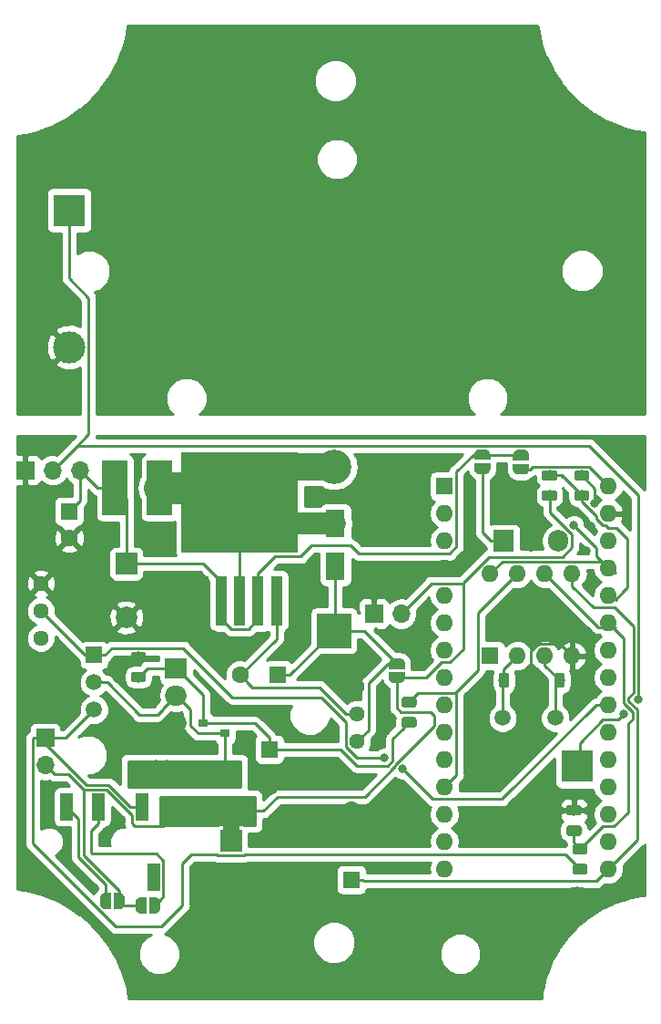
<source format=gbr>
G04 #@! TF.GenerationSoftware,KiCad,Pcbnew,(5.0.2)-1*
G04 #@! TF.CreationDate,2019-04-21T19:49:24-04:00*
G04 #@! TF.ProjectId,_saved__saved_tDCS,5f736176-6564-45f5-9f73-617665645f74,rev?*
G04 #@! TF.SameCoordinates,Original*
G04 #@! TF.FileFunction,Copper,L1,Top*
G04 #@! TF.FilePolarity,Positive*
%FSLAX46Y46*%
G04 Gerber Fmt 4.6, Leading zero omitted, Abs format (unit mm)*
G04 Created by KiCad (PCBNEW (5.0.2)-1) date 4/21/2019 7:49:24 PM*
%MOMM*%
%LPD*%
G01*
G04 APERTURE LIST*
G04 #@! TA.AperFunction,SMDPad,CuDef*
%ADD10C,0.500000*%
G04 #@! TD*
G04 #@! TA.AperFunction,Conductor*
%ADD11C,0.100000*%
G04 #@! TD*
G04 #@! TA.AperFunction,SMDPad,CuDef*
%ADD12C,0.975000*%
G04 #@! TD*
G04 #@! TA.AperFunction,ComponentPad*
%ADD13C,1.440000*%
G04 #@! TD*
G04 #@! TA.AperFunction,ComponentPad*
%ADD14R,1.600000X1.600000*%
G04 #@! TD*
G04 #@! TA.AperFunction,ComponentPad*
%ADD15C,1.600000*%
G04 #@! TD*
G04 #@! TA.AperFunction,ComponentPad*
%ADD16C,3.000000*%
G04 #@! TD*
G04 #@! TA.AperFunction,ComponentPad*
%ADD17R,3.000000X3.000000*%
G04 #@! TD*
G04 #@! TA.AperFunction,ComponentPad*
%ADD18O,1.600000X1.600000*%
G04 #@! TD*
G04 #@! TA.AperFunction,ComponentPad*
%ADD19C,2.000000*%
G04 #@! TD*
G04 #@! TA.AperFunction,ComponentPad*
%ADD20R,2.000000X2.000000*%
G04 #@! TD*
G04 #@! TA.AperFunction,ComponentPad*
%ADD21R,3.200000X3.200000*%
G04 #@! TD*
G04 #@! TA.AperFunction,ComponentPad*
%ADD22O,3.200000X3.200000*%
G04 #@! TD*
G04 #@! TA.AperFunction,ComponentPad*
%ADD23O,1.700000X1.700000*%
G04 #@! TD*
G04 #@! TA.AperFunction,ComponentPad*
%ADD24R,1.700000X1.700000*%
G04 #@! TD*
G04 #@! TA.AperFunction,SMDPad,CuDef*
%ADD25R,2.350000X5.100000*%
G04 #@! TD*
G04 #@! TA.AperFunction,ComponentPad*
%ADD26C,1.500000*%
G04 #@! TD*
G04 #@! TA.AperFunction,ComponentPad*
%ADD27R,1.500000X1.500000*%
G04 #@! TD*
G04 #@! TA.AperFunction,ComponentPad*
%ADD28R,2.000000X1.905000*%
G04 #@! TD*
G04 #@! TA.AperFunction,ComponentPad*
%ADD29O,2.000000X1.905000*%
G04 #@! TD*
G04 #@! TA.AperFunction,SMDPad,CuDef*
%ADD30R,1.100000X4.600000*%
G04 #@! TD*
G04 #@! TA.AperFunction,SMDPad,CuDef*
%ADD31R,10.800000X9.400000*%
G04 #@! TD*
G04 #@! TA.AperFunction,ComponentPad*
%ADD32O,1.905000X2.000000*%
G04 #@! TD*
G04 #@! TA.AperFunction,ComponentPad*
%ADD33R,1.905000X2.000000*%
G04 #@! TD*
G04 #@! TA.AperFunction,SMDPad,CuDef*
%ADD34R,0.900000X0.800000*%
G04 #@! TD*
G04 #@! TA.AperFunction,SMDPad,CuDef*
%ADD35R,1.200000X2.500000*%
G04 #@! TD*
G04 #@! TA.AperFunction,SMDPad,CuDef*
%ADD36C,1.425000*%
G04 #@! TD*
G04 #@! TA.AperFunction,SMDPad,CuDef*
%ADD37R,1.800000X2.500000*%
G04 #@! TD*
G04 #@! TA.AperFunction,ViaPad*
%ADD38C,0.800000*%
G04 #@! TD*
G04 #@! TA.AperFunction,Conductor*
%ADD39C,0.250000*%
G04 #@! TD*
G04 #@! TA.AperFunction,Conductor*
%ADD40C,1.500000*%
G04 #@! TD*
G04 #@! TA.AperFunction,Conductor*
%ADD41C,3.000000*%
G04 #@! TD*
G04 #@! TA.AperFunction,Conductor*
%ADD42C,2.500000*%
G04 #@! TD*
G04 #@! TA.AperFunction,Conductor*
%ADD43C,2.000000*%
G04 #@! TD*
G04 #@! TA.AperFunction,Conductor*
%ADD44C,0.254000*%
G04 #@! TD*
G04 APERTURE END LIST*
D10*
G04 #@! TO.P,JP5,1*
G04 #@! TO.N,Net-(J1-PadS)*
X211650000Y-115700000D03*
D11*
G04 #@! TD*
G04 #@! TO.N,Net-(J1-PadS)*
G04 #@! TO.C,JP5*
G36*
X212150000Y-116450000D02*
X211650000Y-116450000D01*
X211650000Y-116449398D01*
X211625466Y-116449398D01*
X211576635Y-116444588D01*
X211528510Y-116435016D01*
X211481555Y-116420772D01*
X211436222Y-116401995D01*
X211392949Y-116378864D01*
X211352150Y-116351604D01*
X211314221Y-116320476D01*
X211279524Y-116285779D01*
X211248396Y-116247850D01*
X211221136Y-116207051D01*
X211198005Y-116163778D01*
X211179228Y-116118445D01*
X211164984Y-116071490D01*
X211155412Y-116023365D01*
X211150602Y-115974534D01*
X211150602Y-115950000D01*
X211150000Y-115950000D01*
X211150000Y-115450000D01*
X211150602Y-115450000D01*
X211150602Y-115425466D01*
X211155412Y-115376635D01*
X211164984Y-115328510D01*
X211179228Y-115281555D01*
X211198005Y-115236222D01*
X211221136Y-115192949D01*
X211248396Y-115152150D01*
X211279524Y-115114221D01*
X211314221Y-115079524D01*
X211352150Y-115048396D01*
X211392949Y-115021136D01*
X211436222Y-114998005D01*
X211481555Y-114979228D01*
X211528510Y-114964984D01*
X211576635Y-114955412D01*
X211625466Y-114950602D01*
X211650000Y-114950602D01*
X211650000Y-114950000D01*
X212150000Y-114950000D01*
X212150000Y-116450000D01*
X212150000Y-116450000D01*
G37*
D10*
G04 #@! TO.P,JP5,2*
G04 #@! TO.N,boostout+*
X212950000Y-115700000D03*
D11*
G04 #@! TD*
G04 #@! TO.N,boostout+*
G04 #@! TO.C,JP5*
G36*
X212950000Y-114950602D02*
X212974534Y-114950602D01*
X213023365Y-114955412D01*
X213071490Y-114964984D01*
X213118445Y-114979228D01*
X213163778Y-114998005D01*
X213207051Y-115021136D01*
X213247850Y-115048396D01*
X213285779Y-115079524D01*
X213320476Y-115114221D01*
X213351604Y-115152150D01*
X213378864Y-115192949D01*
X213401995Y-115236222D01*
X213420772Y-115281555D01*
X213435016Y-115328510D01*
X213444588Y-115376635D01*
X213449398Y-115425466D01*
X213449398Y-115450000D01*
X213450000Y-115450000D01*
X213450000Y-115950000D01*
X213449398Y-115950000D01*
X213449398Y-115974534D01*
X213444588Y-116023365D01*
X213435016Y-116071490D01*
X213420772Y-116118445D01*
X213401995Y-116163778D01*
X213378864Y-116207051D01*
X213351604Y-116247850D01*
X213320476Y-116285779D01*
X213285779Y-116320476D01*
X213247850Y-116351604D01*
X213207051Y-116378864D01*
X213163778Y-116401995D01*
X213118445Y-116420772D01*
X213071490Y-116435016D01*
X213023365Y-116444588D01*
X212974534Y-116449398D01*
X212950000Y-116449398D01*
X212950000Y-116450000D01*
X212450000Y-116450000D01*
X212450000Y-114950000D01*
X212950000Y-114950000D01*
X212950000Y-114950602D01*
X212950000Y-114950602D01*
G37*
D10*
G04 #@! TO.P,JP4,2*
G04 #@! TO.N,boostout+*
X214950000Y-116100000D03*
D11*
G04 #@! TD*
G04 #@! TO.N,boostout+*
G04 #@! TO.C,JP4*
G36*
X214950000Y-116849398D02*
X214925466Y-116849398D01*
X214876635Y-116844588D01*
X214828510Y-116835016D01*
X214781555Y-116820772D01*
X214736222Y-116801995D01*
X214692949Y-116778864D01*
X214652150Y-116751604D01*
X214614221Y-116720476D01*
X214579524Y-116685779D01*
X214548396Y-116647850D01*
X214521136Y-116607051D01*
X214498005Y-116563778D01*
X214479228Y-116518445D01*
X214464984Y-116471490D01*
X214455412Y-116423365D01*
X214450602Y-116374534D01*
X214450602Y-116350000D01*
X214450000Y-116350000D01*
X214450000Y-115850000D01*
X214450602Y-115850000D01*
X214450602Y-115825466D01*
X214455412Y-115776635D01*
X214464984Y-115728510D01*
X214479228Y-115681555D01*
X214498005Y-115636222D01*
X214521136Y-115592949D01*
X214548396Y-115552150D01*
X214579524Y-115514221D01*
X214614221Y-115479524D01*
X214652150Y-115448396D01*
X214692949Y-115421136D01*
X214736222Y-115398005D01*
X214781555Y-115379228D01*
X214828510Y-115364984D01*
X214876635Y-115355412D01*
X214925466Y-115350602D01*
X214950000Y-115350602D01*
X214950000Y-115350000D01*
X215450000Y-115350000D01*
X215450000Y-116850000D01*
X214950000Y-116850000D01*
X214950000Y-116849398D01*
X214950000Y-116849398D01*
G37*
D10*
G04 #@! TO.P,JP4,1*
G04 #@! TO.N,Net-(J1-PadR1)*
X216250000Y-116100000D03*
D11*
G04 #@! TD*
G04 #@! TO.N,Net-(J1-PadR1)*
G04 #@! TO.C,JP4*
G36*
X215750000Y-115350000D02*
X216250000Y-115350000D01*
X216250000Y-115350602D01*
X216274534Y-115350602D01*
X216323365Y-115355412D01*
X216371490Y-115364984D01*
X216418445Y-115379228D01*
X216463778Y-115398005D01*
X216507051Y-115421136D01*
X216547850Y-115448396D01*
X216585779Y-115479524D01*
X216620476Y-115514221D01*
X216651604Y-115552150D01*
X216678864Y-115592949D01*
X216701995Y-115636222D01*
X216720772Y-115681555D01*
X216735016Y-115728510D01*
X216744588Y-115776635D01*
X216749398Y-115825466D01*
X216749398Y-115850000D01*
X216750000Y-115850000D01*
X216750000Y-116350000D01*
X216749398Y-116350000D01*
X216749398Y-116374534D01*
X216744588Y-116423365D01*
X216735016Y-116471490D01*
X216720772Y-116518445D01*
X216701995Y-116563778D01*
X216678864Y-116607051D01*
X216651604Y-116647850D01*
X216620476Y-116685779D01*
X216585779Y-116720476D01*
X216547850Y-116751604D01*
X216507051Y-116778864D01*
X216463778Y-116801995D01*
X216418445Y-116820772D01*
X216371490Y-116835016D01*
X216323365Y-116844588D01*
X216274534Y-116849398D01*
X216250000Y-116849398D01*
X216250000Y-116850000D01*
X215750000Y-116850000D01*
X215750000Y-115350000D01*
X215750000Y-115350000D01*
G37*
G04 #@! TO.N,GND*
G04 #@! TO.C,R5*
G36*
X256430142Y-75688674D02*
X256453803Y-75692184D01*
X256477007Y-75697996D01*
X256499529Y-75706054D01*
X256521153Y-75716282D01*
X256541670Y-75728579D01*
X256560883Y-75742829D01*
X256578607Y-75758893D01*
X256594671Y-75776617D01*
X256608921Y-75795830D01*
X256621218Y-75816347D01*
X256631446Y-75837971D01*
X256639504Y-75860493D01*
X256645316Y-75883697D01*
X256648826Y-75907358D01*
X256650000Y-75931250D01*
X256650000Y-76418750D01*
X256648826Y-76442642D01*
X256645316Y-76466303D01*
X256639504Y-76489507D01*
X256631446Y-76512029D01*
X256621218Y-76533653D01*
X256608921Y-76554170D01*
X256594671Y-76573383D01*
X256578607Y-76591107D01*
X256560883Y-76607171D01*
X256541670Y-76621421D01*
X256521153Y-76633718D01*
X256499529Y-76643946D01*
X256477007Y-76652004D01*
X256453803Y-76657816D01*
X256430142Y-76661326D01*
X256406250Y-76662500D01*
X255493750Y-76662500D01*
X255469858Y-76661326D01*
X255446197Y-76657816D01*
X255422993Y-76652004D01*
X255400471Y-76643946D01*
X255378847Y-76633718D01*
X255358330Y-76621421D01*
X255339117Y-76607171D01*
X255321393Y-76591107D01*
X255305329Y-76573383D01*
X255291079Y-76554170D01*
X255278782Y-76533653D01*
X255268554Y-76512029D01*
X255260496Y-76489507D01*
X255254684Y-76466303D01*
X255251174Y-76442642D01*
X255250000Y-76418750D01*
X255250000Y-75931250D01*
X255251174Y-75907358D01*
X255254684Y-75883697D01*
X255260496Y-75860493D01*
X255268554Y-75837971D01*
X255278782Y-75816347D01*
X255291079Y-75795830D01*
X255305329Y-75776617D01*
X255321393Y-75758893D01*
X255339117Y-75742829D01*
X255358330Y-75728579D01*
X255378847Y-75716282D01*
X255400471Y-75706054D01*
X255422993Y-75697996D01*
X255446197Y-75692184D01*
X255469858Y-75688674D01*
X255493750Y-75687500D01*
X256406250Y-75687500D01*
X256430142Y-75688674D01*
X256430142Y-75688674D01*
G37*
D12*
G04 #@! TD*
G04 #@! TO.P,R5,2*
G04 #@! TO.N,GND*
X255950000Y-76175000D03*
D11*
G04 #@! TO.N,/A7*
G04 #@! TO.C,R5*
G36*
X256430142Y-77563674D02*
X256453803Y-77567184D01*
X256477007Y-77572996D01*
X256499529Y-77581054D01*
X256521153Y-77591282D01*
X256541670Y-77603579D01*
X256560883Y-77617829D01*
X256578607Y-77633893D01*
X256594671Y-77651617D01*
X256608921Y-77670830D01*
X256621218Y-77691347D01*
X256631446Y-77712971D01*
X256639504Y-77735493D01*
X256645316Y-77758697D01*
X256648826Y-77782358D01*
X256650000Y-77806250D01*
X256650000Y-78293750D01*
X256648826Y-78317642D01*
X256645316Y-78341303D01*
X256639504Y-78364507D01*
X256631446Y-78387029D01*
X256621218Y-78408653D01*
X256608921Y-78429170D01*
X256594671Y-78448383D01*
X256578607Y-78466107D01*
X256560883Y-78482171D01*
X256541670Y-78496421D01*
X256521153Y-78508718D01*
X256499529Y-78518946D01*
X256477007Y-78527004D01*
X256453803Y-78532816D01*
X256430142Y-78536326D01*
X256406250Y-78537500D01*
X255493750Y-78537500D01*
X255469858Y-78536326D01*
X255446197Y-78532816D01*
X255422993Y-78527004D01*
X255400471Y-78518946D01*
X255378847Y-78508718D01*
X255358330Y-78496421D01*
X255339117Y-78482171D01*
X255321393Y-78466107D01*
X255305329Y-78448383D01*
X255291079Y-78429170D01*
X255278782Y-78408653D01*
X255268554Y-78387029D01*
X255260496Y-78364507D01*
X255254684Y-78341303D01*
X255251174Y-78317642D01*
X255250000Y-78293750D01*
X255250000Y-77806250D01*
X255251174Y-77782358D01*
X255254684Y-77758697D01*
X255260496Y-77735493D01*
X255268554Y-77712971D01*
X255278782Y-77691347D01*
X255291079Y-77670830D01*
X255305329Y-77651617D01*
X255321393Y-77633893D01*
X255339117Y-77617829D01*
X255358330Y-77603579D01*
X255378847Y-77591282D01*
X255400471Y-77581054D01*
X255422993Y-77572996D01*
X255446197Y-77567184D01*
X255469858Y-77563674D01*
X255493750Y-77562500D01*
X256406250Y-77562500D01*
X256430142Y-77563674D01*
X256430142Y-77563674D01*
G37*
D12*
G04 #@! TD*
G04 #@! TO.P,R5,1*
G04 #@! TO.N,/A7*
X255950000Y-78050000D03*
D13*
G04 #@! TO.P,RV1,1*
G04 #@! TO.N,GND*
X205650000Y-86200000D03*
G04 #@! TO.P,RV1,2*
G04 #@! TO.N,/A3*
X205650000Y-88740000D03*
G04 #@! TO.P,RV1,3*
G04 #@! TO.N,Net-(RV1-Pad3)*
X205650000Y-91280000D03*
G04 #@! TD*
D14*
G04 #@! TO.P,BZ1,1*
G04 #@! TO.N,/buzzer*
X234530000Y-113720000D03*
D15*
G04 #@! TO.P,BZ1,2*
G04 #@! TO.N,GND*
X234530000Y-107220000D03*
G04 #@! TD*
D16*
G04 #@! TO.P,BT2,2*
G04 #@! TO.N,GND*
X208280000Y-64262000D03*
D17*
G04 #@! TO.P,BT2,1*
G04 #@! TO.N,Net-(BT1-Pad1)*
X208280000Y-51562000D03*
G04 #@! TD*
D14*
G04 #@! TO.P,A1,1*
G04 #@! TO.N,Net-(A1-Pad1)*
X243180000Y-77170000D03*
D18*
G04 #@! TO.P,A1,17*
G04 #@! TO.N,Net-(A1-Pad17)*
X258420000Y-110190000D03*
G04 #@! TO.P,A1,2*
G04 #@! TO.N,Net-(A1-Pad2)*
X243180000Y-79710000D03*
G04 #@! TO.P,A1,18*
G04 #@! TO.N,Net-(A1-Pad18)*
X258420000Y-107650000D03*
G04 #@! TO.P,A1,3*
G04 #@! TO.N,Net-(A1-Pad3)*
X243180000Y-82250000D03*
G04 #@! TO.P,A1,19*
G04 #@! TO.N,Net-(A1-Pad19)*
X258420000Y-105110000D03*
G04 #@! TO.P,A1,4*
G04 #@! TO.N,GND*
X243180000Y-84790000D03*
G04 #@! TO.P,A1,20*
G04 #@! TO.N,Net-(A1-Pad20)*
X258420000Y-102570000D03*
G04 #@! TO.P,A1,5*
G04 #@! TO.N,Net-(A1-Pad5)*
X243180000Y-87330000D03*
G04 #@! TO.P,A1,21*
G04 #@! TO.N,Net-(A1-Pad21)*
X258420000Y-100030000D03*
G04 #@! TO.P,A1,6*
G04 #@! TO.N,Net-(A1-Pad6)*
X243180000Y-89870000D03*
G04 #@! TO.P,A1,22*
G04 #@! TO.N,/A3*
X258420000Y-97490000D03*
G04 #@! TO.P,A1,7*
G04 #@! TO.N,Net-(A1-Pad7)*
X243180000Y-92410000D03*
G04 #@! TO.P,A1,23*
G04 #@! TO.N,Net-(A1-Pad23)*
X258420000Y-94950000D03*
G04 #@! TO.P,A1,8*
G04 #@! TO.N,Net-(A1-Pad8)*
X243180000Y-94950000D03*
G04 #@! TO.P,A1,24*
G04 #@! TO.N,Net-(A1-Pad24)*
X258420000Y-92410000D03*
G04 #@! TO.P,A1,9*
G04 #@! TO.N,Net-(A1-Pad9)*
X243180000Y-97490000D03*
G04 #@! TO.P,A1,25*
G04 #@! TO.N,/A6*
X258420000Y-89870000D03*
G04 #@! TO.P,A1,10*
G04 #@! TO.N,Net-(A1-Pad10)*
X243180000Y-100030000D03*
G04 #@! TO.P,A1,26*
G04 #@! TO.N,/A7*
X258420000Y-87330000D03*
G04 #@! TO.P,A1,11*
G04 #@! TO.N,Net-(A1-Pad11)*
X243180000Y-102570000D03*
G04 #@! TO.P,A1,27*
G04 #@! TO.N,+5V*
X258420000Y-84790000D03*
G04 #@! TO.P,A1,12*
G04 #@! TO.N,gate_control*
X243180000Y-105110000D03*
G04 #@! TO.P,A1,28*
G04 #@! TO.N,Net-(A1-Pad28)*
X258420000Y-82250000D03*
G04 #@! TO.P,A1,13*
G04 #@! TO.N,Net-(A1-Pad13)*
X243180000Y-107650000D03*
G04 #@! TO.P,A1,29*
G04 #@! TO.N,GND*
X258420000Y-79710000D03*
G04 #@! TO.P,A1,14*
G04 #@! TO.N,Net-(A1-Pad14)*
X243180000Y-110190000D03*
G04 #@! TO.P,A1,30*
G04 #@! TO.N,Net-(A1-Pad30)*
X258420000Y-77170000D03*
G04 #@! TO.P,A1,15*
G04 #@! TO.N,Net-(A1-Pad15)*
X243180000Y-112730000D03*
G04 #@! TO.P,A1,16*
G04 #@! TO.N,/buzzer*
X258420000Y-112730000D03*
G04 #@! TD*
D14*
G04 #@! TO.P,C1,1*
G04 #@! TO.N,+9V*
X208280000Y-79502000D03*
D15*
G04 #@! TO.P,C1,2*
G04 #@! TO.N,GND*
X208280000Y-82002000D03*
G04 #@! TD*
D19*
G04 #@! TO.P,C2,2*
G04 #@! TO.N,GND*
X213600000Y-89370000D03*
D20*
G04 #@! TO.P,C2,1*
G04 #@! TO.N,+9V*
X213600000Y-84370000D03*
G04 #@! TD*
D14*
G04 #@! TO.P,C3,1*
G04 #@! TO.N,Net-(C3-Pad1)*
X227690000Y-94720000D03*
D15*
G04 #@! TO.P,C3,2*
G04 #@! TO.N,Net-(C3-Pad2)*
X224190000Y-94720000D03*
G04 #@! TD*
D20*
G04 #@! TO.P,C4,1*
G04 #@! TO.N,boostout+*
X223325000Y-110100000D03*
D19*
G04 #@! TO.P,C4,2*
G04 #@! TO.N,GND*
X223325000Y-115100000D03*
G04 #@! TD*
D15*
G04 #@! TO.P,C5,2*
G04 #@! TO.N,GND*
X226900000Y-105100000D03*
D14*
G04 #@! TO.P,C5,1*
G04 #@! TO.N,Net-(C5-Pad1)*
X226900000Y-101600000D03*
G04 #@! TD*
D21*
G04 #@! TO.P,D2,1*
G04 #@! TO.N,Net-(C3-Pad1)*
X232900000Y-90600000D03*
D22*
G04 #@! TO.P,D2,2*
G04 #@! TO.N,Net-(D2-Pad2)*
X232900000Y-75360000D03*
G04 #@! TD*
D23*
G04 #@! TO.P,J2,2*
G04 #@! TO.N,boostout+*
X239150000Y-89020000D03*
D24*
G04 #@! TO.P,J2,1*
G04 #@! TO.N,GND*
X236610000Y-89020000D03*
G04 #@! TD*
G04 #@! TO.P,J3,1*
G04 #@! TO.N,Net-(J1-PadT)*
X206050000Y-100560000D03*
D23*
G04 #@! TO.P,J3,2*
G04 #@! TO.N,boostout+*
X206050000Y-103100000D03*
G04 #@! TD*
D10*
G04 #@! TO.P,JP1,1*
G04 #@! TO.N,Net-(JP1-Pad1)*
X246700000Y-75550000D03*
D11*
G04 #@! TD*
G04 #@! TO.N,Net-(JP1-Pad1)*
G04 #@! TO.C,JP1*
G36*
X247450000Y-75050000D02*
X247450000Y-75550000D01*
X247449398Y-75550000D01*
X247449398Y-75574534D01*
X247444588Y-75623365D01*
X247435016Y-75671490D01*
X247420772Y-75718445D01*
X247401995Y-75763778D01*
X247378864Y-75807051D01*
X247351604Y-75847850D01*
X247320476Y-75885779D01*
X247285779Y-75920476D01*
X247247850Y-75951604D01*
X247207051Y-75978864D01*
X247163778Y-76001995D01*
X247118445Y-76020772D01*
X247071490Y-76035016D01*
X247023365Y-76044588D01*
X246974534Y-76049398D01*
X246950000Y-76049398D01*
X246950000Y-76050000D01*
X246450000Y-76050000D01*
X246450000Y-76049398D01*
X246425466Y-76049398D01*
X246376635Y-76044588D01*
X246328510Y-76035016D01*
X246281555Y-76020772D01*
X246236222Y-76001995D01*
X246192949Y-75978864D01*
X246152150Y-75951604D01*
X246114221Y-75920476D01*
X246079524Y-75885779D01*
X246048396Y-75847850D01*
X246021136Y-75807051D01*
X245998005Y-75763778D01*
X245979228Y-75718445D01*
X245964984Y-75671490D01*
X245955412Y-75623365D01*
X245950602Y-75574534D01*
X245950602Y-75550000D01*
X245950000Y-75550000D01*
X245950000Y-75050000D01*
X247450000Y-75050000D01*
X247450000Y-75050000D01*
G37*
D10*
G04 #@! TO.P,JP1,2*
G04 #@! TO.N,+9V*
X246700000Y-74250000D03*
D11*
G04 #@! TD*
G04 #@! TO.N,+9V*
G04 #@! TO.C,JP1*
G36*
X245950602Y-74250000D02*
X245950602Y-74225466D01*
X245955412Y-74176635D01*
X245964984Y-74128510D01*
X245979228Y-74081555D01*
X245998005Y-74036222D01*
X246021136Y-73992949D01*
X246048396Y-73952150D01*
X246079524Y-73914221D01*
X246114221Y-73879524D01*
X246152150Y-73848396D01*
X246192949Y-73821136D01*
X246236222Y-73798005D01*
X246281555Y-73779228D01*
X246328510Y-73764984D01*
X246376635Y-73755412D01*
X246425466Y-73750602D01*
X246450000Y-73750602D01*
X246450000Y-73750000D01*
X246950000Y-73750000D01*
X246950000Y-73750602D01*
X246974534Y-73750602D01*
X247023365Y-73755412D01*
X247071490Y-73764984D01*
X247118445Y-73779228D01*
X247163778Y-73798005D01*
X247207051Y-73821136D01*
X247247850Y-73848396D01*
X247285779Y-73879524D01*
X247320476Y-73914221D01*
X247351604Y-73952150D01*
X247378864Y-73992949D01*
X247401995Y-74036222D01*
X247420772Y-74081555D01*
X247435016Y-74128510D01*
X247444588Y-74176635D01*
X247449398Y-74225466D01*
X247449398Y-74250000D01*
X247450000Y-74250000D01*
X247450000Y-74750000D01*
X245950000Y-74750000D01*
X245950000Y-74250000D01*
X245950602Y-74250000D01*
X245950602Y-74250000D01*
G37*
D10*
G04 #@! TO.P,JP2,2*
G04 #@! TO.N,+9V*
X250300000Y-74300000D03*
D11*
G04 #@! TD*
G04 #@! TO.N,+9V*
G04 #@! TO.C,JP2*
G36*
X249550602Y-74300000D02*
X249550602Y-74275466D01*
X249555412Y-74226635D01*
X249564984Y-74178510D01*
X249579228Y-74131555D01*
X249598005Y-74086222D01*
X249621136Y-74042949D01*
X249648396Y-74002150D01*
X249679524Y-73964221D01*
X249714221Y-73929524D01*
X249752150Y-73898396D01*
X249792949Y-73871136D01*
X249836222Y-73848005D01*
X249881555Y-73829228D01*
X249928510Y-73814984D01*
X249976635Y-73805412D01*
X250025466Y-73800602D01*
X250050000Y-73800602D01*
X250050000Y-73800000D01*
X250550000Y-73800000D01*
X250550000Y-73800602D01*
X250574534Y-73800602D01*
X250623365Y-73805412D01*
X250671490Y-73814984D01*
X250718445Y-73829228D01*
X250763778Y-73848005D01*
X250807051Y-73871136D01*
X250847850Y-73898396D01*
X250885779Y-73929524D01*
X250920476Y-73964221D01*
X250951604Y-74002150D01*
X250978864Y-74042949D01*
X251001995Y-74086222D01*
X251020772Y-74131555D01*
X251035016Y-74178510D01*
X251044588Y-74226635D01*
X251049398Y-74275466D01*
X251049398Y-74300000D01*
X251050000Y-74300000D01*
X251050000Y-74800000D01*
X249550000Y-74800000D01*
X249550000Y-74300000D01*
X249550602Y-74300000D01*
X249550602Y-74300000D01*
G37*
D10*
G04 #@! TO.P,JP2,1*
G04 #@! TO.N,Net-(A1-Pad30)*
X250300000Y-75600000D03*
D11*
G04 #@! TD*
G04 #@! TO.N,Net-(A1-Pad30)*
G04 #@! TO.C,JP2*
G36*
X251050000Y-75100000D02*
X251050000Y-75600000D01*
X251049398Y-75600000D01*
X251049398Y-75624534D01*
X251044588Y-75673365D01*
X251035016Y-75721490D01*
X251020772Y-75768445D01*
X251001995Y-75813778D01*
X250978864Y-75857051D01*
X250951604Y-75897850D01*
X250920476Y-75935779D01*
X250885779Y-75970476D01*
X250847850Y-76001604D01*
X250807051Y-76028864D01*
X250763778Y-76051995D01*
X250718445Y-76070772D01*
X250671490Y-76085016D01*
X250623365Y-76094588D01*
X250574534Y-76099398D01*
X250550000Y-76099398D01*
X250550000Y-76100000D01*
X250050000Y-76100000D01*
X250050000Y-76099398D01*
X250025466Y-76099398D01*
X249976635Y-76094588D01*
X249928510Y-76085016D01*
X249881555Y-76070772D01*
X249836222Y-76051995D01*
X249792949Y-76028864D01*
X249752150Y-76001604D01*
X249714221Y-75970476D01*
X249679524Y-75935779D01*
X249648396Y-75897850D01*
X249621136Y-75857051D01*
X249598005Y-75813778D01*
X249579228Y-75768445D01*
X249564984Y-75721490D01*
X249555412Y-75673365D01*
X249550602Y-75624534D01*
X249550602Y-75600000D01*
X249550000Y-75600000D01*
X249550000Y-75100000D01*
X251050000Y-75100000D01*
X251050000Y-75100000D01*
G37*
D10*
G04 #@! TO.P,JP3,1*
G04 #@! TO.N,Net-(C3-Pad1)*
X238760000Y-93650000D03*
D11*
G04 #@! TD*
G04 #@! TO.N,Net-(C3-Pad1)*
G04 #@! TO.C,JP3*
G36*
X238010000Y-94150000D02*
X238010000Y-93650000D01*
X238010602Y-93650000D01*
X238010602Y-93625466D01*
X238015412Y-93576635D01*
X238024984Y-93528510D01*
X238039228Y-93481555D01*
X238058005Y-93436222D01*
X238081136Y-93392949D01*
X238108396Y-93352150D01*
X238139524Y-93314221D01*
X238174221Y-93279524D01*
X238212150Y-93248396D01*
X238252949Y-93221136D01*
X238296222Y-93198005D01*
X238341555Y-93179228D01*
X238388510Y-93164984D01*
X238436635Y-93155412D01*
X238485466Y-93150602D01*
X238510000Y-93150602D01*
X238510000Y-93150000D01*
X239010000Y-93150000D01*
X239010000Y-93150602D01*
X239034534Y-93150602D01*
X239083365Y-93155412D01*
X239131490Y-93164984D01*
X239178445Y-93179228D01*
X239223778Y-93198005D01*
X239267051Y-93221136D01*
X239307850Y-93248396D01*
X239345779Y-93279524D01*
X239380476Y-93314221D01*
X239411604Y-93352150D01*
X239438864Y-93392949D01*
X239461995Y-93436222D01*
X239480772Y-93481555D01*
X239495016Y-93528510D01*
X239504588Y-93576635D01*
X239509398Y-93625466D01*
X239509398Y-93650000D01*
X239510000Y-93650000D01*
X239510000Y-94150000D01*
X238010000Y-94150000D01*
X238010000Y-94150000D01*
G37*
D10*
G04 #@! TO.P,JP3,2*
G04 #@! TO.N,boostout+*
X238760000Y-94950000D03*
D11*
G04 #@! TD*
G04 #@! TO.N,boostout+*
G04 #@! TO.C,JP3*
G36*
X239509398Y-94950000D02*
X239509398Y-94974534D01*
X239504588Y-95023365D01*
X239495016Y-95071490D01*
X239480772Y-95118445D01*
X239461995Y-95163778D01*
X239438864Y-95207051D01*
X239411604Y-95247850D01*
X239380476Y-95285779D01*
X239345779Y-95320476D01*
X239307850Y-95351604D01*
X239267051Y-95378864D01*
X239223778Y-95401995D01*
X239178445Y-95420772D01*
X239131490Y-95435016D01*
X239083365Y-95444588D01*
X239034534Y-95449398D01*
X239010000Y-95449398D01*
X239010000Y-95450000D01*
X238510000Y-95450000D01*
X238510000Y-95449398D01*
X238485466Y-95449398D01*
X238436635Y-95444588D01*
X238388510Y-95435016D01*
X238341555Y-95420772D01*
X238296222Y-95401995D01*
X238252949Y-95378864D01*
X238212150Y-95351604D01*
X238174221Y-95320476D01*
X238139524Y-95285779D01*
X238108396Y-95247850D01*
X238081136Y-95207051D01*
X238058005Y-95163778D01*
X238039228Y-95118445D01*
X238024984Y-95071490D01*
X238015412Y-95023365D01*
X238010602Y-94974534D01*
X238010602Y-94950000D01*
X238010000Y-94950000D01*
X238010000Y-94450000D01*
X239510000Y-94450000D01*
X239510000Y-94950000D01*
X239509398Y-94950000D01*
X239509398Y-94950000D01*
G37*
D25*
G04 #@! TO.P,L1,1*
G04 #@! TO.N,+9V*
X212555000Y-77343000D03*
G04 #@! TO.P,L1,2*
G04 #@! TO.N,Net-(D2-Pad2)*
X216705000Y-77343000D03*
G04 #@! TD*
D26*
G04 #@! TO.P,Q1,2*
G04 #@! TO.N,Net-(D1-Pad1)*
X210600000Y-95390000D03*
G04 #@! TO.P,Q1,3*
G04 #@! TO.N,Net-(J1-PadT)*
X210600000Y-97930000D03*
D27*
G04 #@! TO.P,Q1,1*
G04 #@! TO.N,/A3*
X210600000Y-92850000D03*
G04 #@! TD*
D28*
G04 #@! TO.P,Q2,1*
G04 #@! TO.N,Net-(C5-Pad1)*
X218230000Y-94090000D03*
D29*
G04 #@! TO.P,Q2,2*
G04 #@! TO.N,Net-(D1-Pad1)*
X218230000Y-96630000D03*
G04 #@! TO.P,Q2,3*
G04 #@! TO.N,GND*
X218230000Y-99170000D03*
G04 #@! TD*
D13*
G04 #@! TO.P,RV2,3*
G04 #@! TO.N,GND*
X235075000Y-95795000D03*
G04 #@! TO.P,RV2,2*
G04 #@! TO.N,Net-(C3-Pad2)*
X235075000Y-98335000D03*
G04 #@! TO.P,RV2,1*
G04 #@! TO.N,Net-(C3-Pad1)*
X235075000Y-100875000D03*
G04 #@! TD*
D24*
G04 #@! TO.P,SW1,1*
G04 #@! TO.N,GND*
X204216000Y-75692000D03*
D23*
G04 #@! TO.P,SW1,2*
G04 #@! TO.N,Net-(BT1-Pad1)*
X206756000Y-75692000D03*
G04 #@! TO.P,SW1,3*
G04 #@! TO.N,+9V*
X209296000Y-75692000D03*
G04 #@! TD*
D30*
G04 #@! TO.P,U1,1*
G04 #@! TO.N,GND*
X220755000Y-87817000D03*
G04 #@! TO.P,U1,2*
G04 #@! TO.N,+9V*
X222455000Y-87817000D03*
G04 #@! TO.P,U1,3*
G04 #@! TO.N,Net-(D2-Pad2)*
X224155000Y-87817000D03*
G04 #@! TO.P,U1,4*
G04 #@! TO.N,+9V*
X225855000Y-87817000D03*
G04 #@! TO.P,U1,5*
G04 #@! TO.N,Net-(C3-Pad2)*
X227555000Y-87817000D03*
D31*
G04 #@! TO.P,U1,3*
G04 #@! TO.N,Net-(D2-Pad2)*
X224155000Y-78667000D03*
G04 #@! TD*
D32*
G04 #@! TO.P,U2,3*
G04 #@! TO.N,+5V*
X253774000Y-82257000D03*
G04 #@! TO.P,U2,2*
G04 #@! TO.N,GND*
X251234000Y-82257000D03*
D33*
G04 #@! TO.P,U2,1*
G04 #@! TO.N,Net-(JP1-Pad1)*
X248694000Y-82257000D03*
G04 #@! TD*
D14*
G04 #@! TO.P,U3,1*
G04 #@! TO.N,Net-(U3-Pad1)*
X247424000Y-92925000D03*
D18*
G04 #@! TO.P,U3,5*
G04 #@! TO.N,/buzzer*
X255044000Y-85305000D03*
G04 #@! TO.P,U3,2*
G04 #@! TO.N,/XTAL1*
X249964000Y-92925000D03*
G04 #@! TO.P,U3,6*
G04 #@! TO.N,/A6*
X252504000Y-85305000D03*
G04 #@! TO.P,U3,3*
G04 #@! TO.N,/XTAL2*
X252504000Y-92925000D03*
G04 #@! TO.P,U3,7*
G04 #@! TO.N,gate_control*
X249964000Y-85305000D03*
G04 #@! TO.P,U3,4*
G04 #@! TO.N,GND*
X255044000Y-92925000D03*
G04 #@! TO.P,U3,8*
G04 #@! TO.N,+5V*
X247424000Y-85305000D03*
G04 #@! TD*
D26*
G04 #@! TO.P,Y1,1*
G04 #@! TO.N,/XTAL1*
X248600000Y-98700000D03*
G04 #@! TO.P,Y1,2*
G04 #@! TO.N,/XTAL2*
X253480000Y-98700000D03*
G04 #@! TD*
D34*
G04 #@! TO.P,Q3,1*
G04 #@! TO.N,Net-(C5-Pad1)*
X220775000Y-99200000D03*
G04 #@! TO.P,Q3,2*
G04 #@! TO.N,GND*
X220775000Y-101100000D03*
G04 #@! TO.P,Q3,3*
G04 #@! TO.N,Net-(D1-Pad1)*
X222775000Y-100150000D03*
G04 #@! TD*
D35*
G04 #@! TO.P,J1,R2*
G04 #@! TO.N,Net-(J1-PadR2)*
X216125000Y-113450000D03*
G04 #@! TO.P,J1,T*
G04 #@! TO.N,Net-(J1-PadT)*
X215025000Y-106950000D03*
G04 #@! TO.P,J1,R1*
G04 #@! TO.N,Net-(J1-PadR1)*
X211025000Y-106950000D03*
G04 #@! TO.P,J1,S*
G04 #@! TO.N,Net-(J1-PadS)*
X208025000Y-106950000D03*
G04 #@! TD*
D11*
G04 #@! TO.N,Net-(D1-Pad1)*
G04 #@! TO.C,D1*
G36*
X215480142Y-102851174D02*
X215503803Y-102854684D01*
X215527007Y-102860496D01*
X215549529Y-102868554D01*
X215571153Y-102878782D01*
X215591670Y-102891079D01*
X215610883Y-102905329D01*
X215628607Y-102921393D01*
X215644671Y-102939117D01*
X215658921Y-102958330D01*
X215671218Y-102978847D01*
X215681446Y-103000471D01*
X215689504Y-103022993D01*
X215695316Y-103046197D01*
X215698826Y-103069858D01*
X215700000Y-103093750D01*
X215700000Y-103581250D01*
X215698826Y-103605142D01*
X215695316Y-103628803D01*
X215689504Y-103652007D01*
X215681446Y-103674529D01*
X215671218Y-103696153D01*
X215658921Y-103716670D01*
X215644671Y-103735883D01*
X215628607Y-103753607D01*
X215610883Y-103769671D01*
X215591670Y-103783921D01*
X215571153Y-103796218D01*
X215549529Y-103806446D01*
X215527007Y-103814504D01*
X215503803Y-103820316D01*
X215480142Y-103823826D01*
X215456250Y-103825000D01*
X214543750Y-103825000D01*
X214519858Y-103823826D01*
X214496197Y-103820316D01*
X214472993Y-103814504D01*
X214450471Y-103806446D01*
X214428847Y-103796218D01*
X214408330Y-103783921D01*
X214389117Y-103769671D01*
X214371393Y-103753607D01*
X214355329Y-103735883D01*
X214341079Y-103716670D01*
X214328782Y-103696153D01*
X214318554Y-103674529D01*
X214310496Y-103652007D01*
X214304684Y-103628803D01*
X214301174Y-103605142D01*
X214300000Y-103581250D01*
X214300000Y-103093750D01*
X214301174Y-103069858D01*
X214304684Y-103046197D01*
X214310496Y-103022993D01*
X214318554Y-103000471D01*
X214328782Y-102978847D01*
X214341079Y-102958330D01*
X214355329Y-102939117D01*
X214371393Y-102921393D01*
X214389117Y-102905329D01*
X214408330Y-102891079D01*
X214428847Y-102878782D01*
X214450471Y-102868554D01*
X214472993Y-102860496D01*
X214496197Y-102854684D01*
X214519858Y-102851174D01*
X214543750Y-102850000D01*
X215456250Y-102850000D01*
X215480142Y-102851174D01*
X215480142Y-102851174D01*
G37*
D12*
G04 #@! TD*
G04 #@! TO.P,D1,1*
G04 #@! TO.N,Net-(D1-Pad1)*
X215000000Y-103337500D03*
D11*
G04 #@! TO.N,GND*
G04 #@! TO.C,D1*
G36*
X215480142Y-100976174D02*
X215503803Y-100979684D01*
X215527007Y-100985496D01*
X215549529Y-100993554D01*
X215571153Y-101003782D01*
X215591670Y-101016079D01*
X215610883Y-101030329D01*
X215628607Y-101046393D01*
X215644671Y-101064117D01*
X215658921Y-101083330D01*
X215671218Y-101103847D01*
X215681446Y-101125471D01*
X215689504Y-101147993D01*
X215695316Y-101171197D01*
X215698826Y-101194858D01*
X215700000Y-101218750D01*
X215700000Y-101706250D01*
X215698826Y-101730142D01*
X215695316Y-101753803D01*
X215689504Y-101777007D01*
X215681446Y-101799529D01*
X215671218Y-101821153D01*
X215658921Y-101841670D01*
X215644671Y-101860883D01*
X215628607Y-101878607D01*
X215610883Y-101894671D01*
X215591670Y-101908921D01*
X215571153Y-101921218D01*
X215549529Y-101931446D01*
X215527007Y-101939504D01*
X215503803Y-101945316D01*
X215480142Y-101948826D01*
X215456250Y-101950000D01*
X214543750Y-101950000D01*
X214519858Y-101948826D01*
X214496197Y-101945316D01*
X214472993Y-101939504D01*
X214450471Y-101931446D01*
X214428847Y-101921218D01*
X214408330Y-101908921D01*
X214389117Y-101894671D01*
X214371393Y-101878607D01*
X214355329Y-101860883D01*
X214341079Y-101841670D01*
X214328782Y-101821153D01*
X214318554Y-101799529D01*
X214310496Y-101777007D01*
X214304684Y-101753803D01*
X214301174Y-101730142D01*
X214300000Y-101706250D01*
X214300000Y-101218750D01*
X214301174Y-101194858D01*
X214304684Y-101171197D01*
X214310496Y-101147993D01*
X214318554Y-101125471D01*
X214328782Y-101103847D01*
X214341079Y-101083330D01*
X214355329Y-101064117D01*
X214371393Y-101046393D01*
X214389117Y-101030329D01*
X214408330Y-101016079D01*
X214428847Y-101003782D01*
X214450471Y-100993554D01*
X214472993Y-100985496D01*
X214496197Y-100979684D01*
X214519858Y-100976174D01*
X214543750Y-100975000D01*
X215456250Y-100975000D01*
X215480142Y-100976174D01*
X215480142Y-100976174D01*
G37*
D12*
G04 #@! TD*
G04 #@! TO.P,D1,2*
G04 #@! TO.N,GND*
X215000000Y-101462500D03*
D11*
G04 #@! TO.N,Net-(D1-Pad1)*
G04 #@! TO.C,R1*
G36*
X219299504Y-103201204D02*
X219323773Y-103204804D01*
X219347571Y-103210765D01*
X219370671Y-103219030D01*
X219392849Y-103229520D01*
X219413893Y-103242133D01*
X219433598Y-103256747D01*
X219451777Y-103273223D01*
X219468253Y-103291402D01*
X219482867Y-103311107D01*
X219495480Y-103332151D01*
X219505970Y-103354329D01*
X219514235Y-103377429D01*
X219520196Y-103401227D01*
X219523796Y-103425496D01*
X219525000Y-103450000D01*
X219525000Y-104375000D01*
X219523796Y-104399504D01*
X219520196Y-104423773D01*
X219514235Y-104447571D01*
X219505970Y-104470671D01*
X219495480Y-104492849D01*
X219482867Y-104513893D01*
X219468253Y-104533598D01*
X219451777Y-104551777D01*
X219433598Y-104568253D01*
X219413893Y-104582867D01*
X219392849Y-104595480D01*
X219370671Y-104605970D01*
X219347571Y-104614235D01*
X219323773Y-104620196D01*
X219299504Y-104623796D01*
X219275000Y-104625000D01*
X218025000Y-104625000D01*
X218000496Y-104623796D01*
X217976227Y-104620196D01*
X217952429Y-104614235D01*
X217929329Y-104605970D01*
X217907151Y-104595480D01*
X217886107Y-104582867D01*
X217866402Y-104568253D01*
X217848223Y-104551777D01*
X217831747Y-104533598D01*
X217817133Y-104513893D01*
X217804520Y-104492849D01*
X217794030Y-104470671D01*
X217785765Y-104447571D01*
X217779804Y-104423773D01*
X217776204Y-104399504D01*
X217775000Y-104375000D01*
X217775000Y-103450000D01*
X217776204Y-103425496D01*
X217779804Y-103401227D01*
X217785765Y-103377429D01*
X217794030Y-103354329D01*
X217804520Y-103332151D01*
X217817133Y-103311107D01*
X217831747Y-103291402D01*
X217848223Y-103273223D01*
X217866402Y-103256747D01*
X217886107Y-103242133D01*
X217907151Y-103229520D01*
X217929329Y-103219030D01*
X217952429Y-103210765D01*
X217976227Y-103204804D01*
X218000496Y-103201204D01*
X218025000Y-103200000D01*
X219275000Y-103200000D01*
X219299504Y-103201204D01*
X219299504Y-103201204D01*
G37*
D36*
G04 #@! TD*
G04 #@! TO.P,R1,1*
G04 #@! TO.N,Net-(D1-Pad1)*
X218650000Y-103912500D03*
D11*
G04 #@! TO.N,boostout+*
G04 #@! TO.C,R1*
G36*
X219300069Y-106176201D02*
X219324276Y-106179792D01*
X219348015Y-106185738D01*
X219371057Y-106193982D01*
X219393180Y-106204446D01*
X219414171Y-106217027D01*
X219433827Y-106231605D01*
X219451960Y-106248040D01*
X219468395Y-106266173D01*
X219482973Y-106285829D01*
X219495554Y-106306820D01*
X219506018Y-106328943D01*
X219514262Y-106351985D01*
X219520208Y-106375724D01*
X219523799Y-106399931D01*
X219525000Y-106424374D01*
X219525000Y-107350626D01*
X219523799Y-107375069D01*
X219520208Y-107399276D01*
X219514262Y-107423015D01*
X219506018Y-107446057D01*
X219495554Y-107468180D01*
X219482973Y-107489171D01*
X219468395Y-107508827D01*
X219451960Y-107526960D01*
X219433827Y-107543395D01*
X219414171Y-107557973D01*
X219393180Y-107570554D01*
X219371057Y-107581018D01*
X219348015Y-107589262D01*
X219324276Y-107595208D01*
X219300069Y-107598799D01*
X219275626Y-107600000D01*
X218024374Y-107600000D01*
X217999931Y-107598799D01*
X217975724Y-107595208D01*
X217951985Y-107589262D01*
X217928943Y-107581018D01*
X217906820Y-107570554D01*
X217885829Y-107557973D01*
X217866173Y-107543395D01*
X217848040Y-107526960D01*
X217831605Y-107508827D01*
X217817027Y-107489171D01*
X217804446Y-107468180D01*
X217793982Y-107446057D01*
X217785738Y-107423015D01*
X217779792Y-107399276D01*
X217776201Y-107375069D01*
X217775000Y-107350626D01*
X217775000Y-106424374D01*
X217776201Y-106399931D01*
X217779792Y-106375724D01*
X217785738Y-106351985D01*
X217793982Y-106328943D01*
X217804446Y-106306820D01*
X217817027Y-106285829D01*
X217831605Y-106266173D01*
X217848040Y-106248040D01*
X217866173Y-106231605D01*
X217885829Y-106217027D01*
X217906820Y-106204446D01*
X217928943Y-106193982D01*
X217951985Y-106185738D01*
X217975724Y-106179792D01*
X217999931Y-106176201D01*
X218024374Y-106175000D01*
X219275626Y-106175000D01*
X219300069Y-106176201D01*
X219300069Y-106176201D01*
G37*
D36*
G04 #@! TD*
G04 #@! TO.P,R1,2*
G04 #@! TO.N,boostout+*
X218650000Y-106887500D03*
D11*
G04 #@! TO.N,boostout+*
G04 #@! TO.C,R4*
G36*
X253430142Y-77563674D02*
X253453803Y-77567184D01*
X253477007Y-77572996D01*
X253499529Y-77581054D01*
X253521153Y-77591282D01*
X253541670Y-77603579D01*
X253560883Y-77617829D01*
X253578607Y-77633893D01*
X253594671Y-77651617D01*
X253608921Y-77670830D01*
X253621218Y-77691347D01*
X253631446Y-77712971D01*
X253639504Y-77735493D01*
X253645316Y-77758697D01*
X253648826Y-77782358D01*
X253650000Y-77806250D01*
X253650000Y-78293750D01*
X253648826Y-78317642D01*
X253645316Y-78341303D01*
X253639504Y-78364507D01*
X253631446Y-78387029D01*
X253621218Y-78408653D01*
X253608921Y-78429170D01*
X253594671Y-78448383D01*
X253578607Y-78466107D01*
X253560883Y-78482171D01*
X253541670Y-78496421D01*
X253521153Y-78508718D01*
X253499529Y-78518946D01*
X253477007Y-78527004D01*
X253453803Y-78532816D01*
X253430142Y-78536326D01*
X253406250Y-78537500D01*
X252493750Y-78537500D01*
X252469858Y-78536326D01*
X252446197Y-78532816D01*
X252422993Y-78527004D01*
X252400471Y-78518946D01*
X252378847Y-78508718D01*
X252358330Y-78496421D01*
X252339117Y-78482171D01*
X252321393Y-78466107D01*
X252305329Y-78448383D01*
X252291079Y-78429170D01*
X252278782Y-78408653D01*
X252268554Y-78387029D01*
X252260496Y-78364507D01*
X252254684Y-78341303D01*
X252251174Y-78317642D01*
X252250000Y-78293750D01*
X252250000Y-77806250D01*
X252251174Y-77782358D01*
X252254684Y-77758697D01*
X252260496Y-77735493D01*
X252268554Y-77712971D01*
X252278782Y-77691347D01*
X252291079Y-77670830D01*
X252305329Y-77651617D01*
X252321393Y-77633893D01*
X252339117Y-77617829D01*
X252358330Y-77603579D01*
X252378847Y-77591282D01*
X252400471Y-77581054D01*
X252422993Y-77572996D01*
X252446197Y-77567184D01*
X252469858Y-77563674D01*
X252493750Y-77562500D01*
X253406250Y-77562500D01*
X253430142Y-77563674D01*
X253430142Y-77563674D01*
G37*
D12*
G04 #@! TD*
G04 #@! TO.P,R4,1*
G04 #@! TO.N,boostout+*
X252950000Y-78050000D03*
D11*
G04 #@! TO.N,/A7*
G04 #@! TO.C,R4*
G36*
X253430142Y-75688674D02*
X253453803Y-75692184D01*
X253477007Y-75697996D01*
X253499529Y-75706054D01*
X253521153Y-75716282D01*
X253541670Y-75728579D01*
X253560883Y-75742829D01*
X253578607Y-75758893D01*
X253594671Y-75776617D01*
X253608921Y-75795830D01*
X253621218Y-75816347D01*
X253631446Y-75837971D01*
X253639504Y-75860493D01*
X253645316Y-75883697D01*
X253648826Y-75907358D01*
X253650000Y-75931250D01*
X253650000Y-76418750D01*
X253648826Y-76442642D01*
X253645316Y-76466303D01*
X253639504Y-76489507D01*
X253631446Y-76512029D01*
X253621218Y-76533653D01*
X253608921Y-76554170D01*
X253594671Y-76573383D01*
X253578607Y-76591107D01*
X253560883Y-76607171D01*
X253541670Y-76621421D01*
X253521153Y-76633718D01*
X253499529Y-76643946D01*
X253477007Y-76652004D01*
X253453803Y-76657816D01*
X253430142Y-76661326D01*
X253406250Y-76662500D01*
X252493750Y-76662500D01*
X252469858Y-76661326D01*
X252446197Y-76657816D01*
X252422993Y-76652004D01*
X252400471Y-76643946D01*
X252378847Y-76633718D01*
X252358330Y-76621421D01*
X252339117Y-76607171D01*
X252321393Y-76591107D01*
X252305329Y-76573383D01*
X252291079Y-76554170D01*
X252278782Y-76533653D01*
X252268554Y-76512029D01*
X252260496Y-76489507D01*
X252254684Y-76466303D01*
X252251174Y-76442642D01*
X252250000Y-76418750D01*
X252250000Y-75931250D01*
X252251174Y-75907358D01*
X252254684Y-75883697D01*
X252260496Y-75860493D01*
X252268554Y-75837971D01*
X252278782Y-75816347D01*
X252291079Y-75795830D01*
X252305329Y-75776617D01*
X252321393Y-75758893D01*
X252339117Y-75742829D01*
X252358330Y-75728579D01*
X252378847Y-75716282D01*
X252400471Y-75706054D01*
X252422993Y-75697996D01*
X252446197Y-75692184D01*
X252469858Y-75688674D01*
X252493750Y-75687500D01*
X253406250Y-75687500D01*
X253430142Y-75688674D01*
X253430142Y-75688674D01*
G37*
D12*
G04 #@! TD*
G04 #@! TO.P,R4,2*
G04 #@! TO.N,/A7*
X252950000Y-76175000D03*
D11*
G04 #@! TO.N,gate_control*
G04 #@! TO.C,R6*
G36*
X240370142Y-96743674D02*
X240393803Y-96747184D01*
X240417007Y-96752996D01*
X240439529Y-96761054D01*
X240461153Y-96771282D01*
X240481670Y-96783579D01*
X240500883Y-96797829D01*
X240518607Y-96813893D01*
X240534671Y-96831617D01*
X240548921Y-96850830D01*
X240561218Y-96871347D01*
X240571446Y-96892971D01*
X240579504Y-96915493D01*
X240585316Y-96938697D01*
X240588826Y-96962358D01*
X240590000Y-96986250D01*
X240590000Y-97473750D01*
X240588826Y-97497642D01*
X240585316Y-97521303D01*
X240579504Y-97544507D01*
X240571446Y-97567029D01*
X240561218Y-97588653D01*
X240548921Y-97609170D01*
X240534671Y-97628383D01*
X240518607Y-97646107D01*
X240500883Y-97662171D01*
X240481670Y-97676421D01*
X240461153Y-97688718D01*
X240439529Y-97698946D01*
X240417007Y-97707004D01*
X240393803Y-97712816D01*
X240370142Y-97716326D01*
X240346250Y-97717500D01*
X239433750Y-97717500D01*
X239409858Y-97716326D01*
X239386197Y-97712816D01*
X239362993Y-97707004D01*
X239340471Y-97698946D01*
X239318847Y-97688718D01*
X239298330Y-97676421D01*
X239279117Y-97662171D01*
X239261393Y-97646107D01*
X239245329Y-97628383D01*
X239231079Y-97609170D01*
X239218782Y-97588653D01*
X239208554Y-97567029D01*
X239200496Y-97544507D01*
X239194684Y-97521303D01*
X239191174Y-97497642D01*
X239190000Y-97473750D01*
X239190000Y-96986250D01*
X239191174Y-96962358D01*
X239194684Y-96938697D01*
X239200496Y-96915493D01*
X239208554Y-96892971D01*
X239218782Y-96871347D01*
X239231079Y-96850830D01*
X239245329Y-96831617D01*
X239261393Y-96813893D01*
X239279117Y-96797829D01*
X239298330Y-96783579D01*
X239318847Y-96771282D01*
X239340471Y-96761054D01*
X239362993Y-96752996D01*
X239386197Y-96747184D01*
X239409858Y-96743674D01*
X239433750Y-96742500D01*
X240346250Y-96742500D01*
X240370142Y-96743674D01*
X240370142Y-96743674D01*
G37*
D12*
G04 #@! TD*
G04 #@! TO.P,R6,2*
G04 #@! TO.N,gate_control*
X239890000Y-97230000D03*
D11*
G04 #@! TO.N,Net-(C5-Pad1)*
G04 #@! TO.C,R6*
G36*
X240370142Y-98618674D02*
X240393803Y-98622184D01*
X240417007Y-98627996D01*
X240439529Y-98636054D01*
X240461153Y-98646282D01*
X240481670Y-98658579D01*
X240500883Y-98672829D01*
X240518607Y-98688893D01*
X240534671Y-98706617D01*
X240548921Y-98725830D01*
X240561218Y-98746347D01*
X240571446Y-98767971D01*
X240579504Y-98790493D01*
X240585316Y-98813697D01*
X240588826Y-98837358D01*
X240590000Y-98861250D01*
X240590000Y-99348750D01*
X240588826Y-99372642D01*
X240585316Y-99396303D01*
X240579504Y-99419507D01*
X240571446Y-99442029D01*
X240561218Y-99463653D01*
X240548921Y-99484170D01*
X240534671Y-99503383D01*
X240518607Y-99521107D01*
X240500883Y-99537171D01*
X240481670Y-99551421D01*
X240461153Y-99563718D01*
X240439529Y-99573946D01*
X240417007Y-99582004D01*
X240393803Y-99587816D01*
X240370142Y-99591326D01*
X240346250Y-99592500D01*
X239433750Y-99592500D01*
X239409858Y-99591326D01*
X239386197Y-99587816D01*
X239362993Y-99582004D01*
X239340471Y-99573946D01*
X239318847Y-99563718D01*
X239298330Y-99551421D01*
X239279117Y-99537171D01*
X239261393Y-99521107D01*
X239245329Y-99503383D01*
X239231079Y-99484170D01*
X239218782Y-99463653D01*
X239208554Y-99442029D01*
X239200496Y-99419507D01*
X239194684Y-99396303D01*
X239191174Y-99372642D01*
X239190000Y-99348750D01*
X239190000Y-98861250D01*
X239191174Y-98837358D01*
X239194684Y-98813697D01*
X239200496Y-98790493D01*
X239208554Y-98767971D01*
X239218782Y-98746347D01*
X239231079Y-98725830D01*
X239245329Y-98706617D01*
X239261393Y-98688893D01*
X239279117Y-98672829D01*
X239298330Y-98658579D01*
X239318847Y-98646282D01*
X239340471Y-98636054D01*
X239362993Y-98627996D01*
X239386197Y-98622184D01*
X239409858Y-98618674D01*
X239433750Y-98617500D01*
X240346250Y-98617500D01*
X240370142Y-98618674D01*
X240370142Y-98618674D01*
G37*
D12*
G04 #@! TD*
G04 #@! TO.P,R6,1*
G04 #@! TO.N,Net-(C5-Pad1)*
X239890000Y-99105000D03*
D11*
G04 #@! TO.N,Net-(J1-PadT)*
G04 #@! TO.C,R7*
G36*
X256280142Y-112251174D02*
X256303803Y-112254684D01*
X256327007Y-112260496D01*
X256349529Y-112268554D01*
X256371153Y-112278782D01*
X256391670Y-112291079D01*
X256410883Y-112305329D01*
X256428607Y-112321393D01*
X256444671Y-112339117D01*
X256458921Y-112358330D01*
X256471218Y-112378847D01*
X256481446Y-112400471D01*
X256489504Y-112422993D01*
X256495316Y-112446197D01*
X256498826Y-112469858D01*
X256500000Y-112493750D01*
X256500000Y-112981250D01*
X256498826Y-113005142D01*
X256495316Y-113028803D01*
X256489504Y-113052007D01*
X256481446Y-113074529D01*
X256471218Y-113096153D01*
X256458921Y-113116670D01*
X256444671Y-113135883D01*
X256428607Y-113153607D01*
X256410883Y-113169671D01*
X256391670Y-113183921D01*
X256371153Y-113196218D01*
X256349529Y-113206446D01*
X256327007Y-113214504D01*
X256303803Y-113220316D01*
X256280142Y-113223826D01*
X256256250Y-113225000D01*
X255343750Y-113225000D01*
X255319858Y-113223826D01*
X255296197Y-113220316D01*
X255272993Y-113214504D01*
X255250471Y-113206446D01*
X255228847Y-113196218D01*
X255208330Y-113183921D01*
X255189117Y-113169671D01*
X255171393Y-113153607D01*
X255155329Y-113135883D01*
X255141079Y-113116670D01*
X255128782Y-113096153D01*
X255118554Y-113074529D01*
X255110496Y-113052007D01*
X255104684Y-113028803D01*
X255101174Y-113005142D01*
X255100000Y-112981250D01*
X255100000Y-112493750D01*
X255101174Y-112469858D01*
X255104684Y-112446197D01*
X255110496Y-112422993D01*
X255118554Y-112400471D01*
X255128782Y-112378847D01*
X255141079Y-112358330D01*
X255155329Y-112339117D01*
X255171393Y-112321393D01*
X255189117Y-112305329D01*
X255208330Y-112291079D01*
X255228847Y-112278782D01*
X255250471Y-112268554D01*
X255272993Y-112260496D01*
X255296197Y-112254684D01*
X255319858Y-112251174D01*
X255343750Y-112250000D01*
X256256250Y-112250000D01*
X256280142Y-112251174D01*
X256280142Y-112251174D01*
G37*
D12*
G04 #@! TD*
G04 #@! TO.P,R7,1*
G04 #@! TO.N,Net-(J1-PadT)*
X255800000Y-112737500D03*
D11*
G04 #@! TO.N,/A6*
G04 #@! TO.C,R7*
G36*
X256280142Y-110376174D02*
X256303803Y-110379684D01*
X256327007Y-110385496D01*
X256349529Y-110393554D01*
X256371153Y-110403782D01*
X256391670Y-110416079D01*
X256410883Y-110430329D01*
X256428607Y-110446393D01*
X256444671Y-110464117D01*
X256458921Y-110483330D01*
X256471218Y-110503847D01*
X256481446Y-110525471D01*
X256489504Y-110547993D01*
X256495316Y-110571197D01*
X256498826Y-110594858D01*
X256500000Y-110618750D01*
X256500000Y-111106250D01*
X256498826Y-111130142D01*
X256495316Y-111153803D01*
X256489504Y-111177007D01*
X256481446Y-111199529D01*
X256471218Y-111221153D01*
X256458921Y-111241670D01*
X256444671Y-111260883D01*
X256428607Y-111278607D01*
X256410883Y-111294671D01*
X256391670Y-111308921D01*
X256371153Y-111321218D01*
X256349529Y-111331446D01*
X256327007Y-111339504D01*
X256303803Y-111345316D01*
X256280142Y-111348826D01*
X256256250Y-111350000D01*
X255343750Y-111350000D01*
X255319858Y-111348826D01*
X255296197Y-111345316D01*
X255272993Y-111339504D01*
X255250471Y-111331446D01*
X255228847Y-111321218D01*
X255208330Y-111308921D01*
X255189117Y-111294671D01*
X255171393Y-111278607D01*
X255155329Y-111260883D01*
X255141079Y-111241670D01*
X255128782Y-111221153D01*
X255118554Y-111199529D01*
X255110496Y-111177007D01*
X255104684Y-111153803D01*
X255101174Y-111130142D01*
X255100000Y-111106250D01*
X255100000Y-110618750D01*
X255101174Y-110594858D01*
X255104684Y-110571197D01*
X255110496Y-110547993D01*
X255118554Y-110525471D01*
X255128782Y-110503847D01*
X255141079Y-110483330D01*
X255155329Y-110464117D01*
X255171393Y-110446393D01*
X255189117Y-110430329D01*
X255208330Y-110416079D01*
X255228847Y-110403782D01*
X255250471Y-110393554D01*
X255272993Y-110385496D01*
X255296197Y-110379684D01*
X255319858Y-110376174D01*
X255343750Y-110375000D01*
X256256250Y-110375000D01*
X256280142Y-110376174D01*
X256280142Y-110376174D01*
G37*
D12*
G04 #@! TD*
G04 #@! TO.P,R7,2*
G04 #@! TO.N,/A6*
X255800000Y-110862500D03*
D11*
G04 #@! TO.N,GND*
G04 #@! TO.C,R8*
G36*
X255700142Y-106793674D02*
X255723803Y-106797184D01*
X255747007Y-106802996D01*
X255769529Y-106811054D01*
X255791153Y-106821282D01*
X255811670Y-106833579D01*
X255830883Y-106847829D01*
X255848607Y-106863893D01*
X255864671Y-106881617D01*
X255878921Y-106900830D01*
X255891218Y-106921347D01*
X255901446Y-106942971D01*
X255909504Y-106965493D01*
X255915316Y-106988697D01*
X255918826Y-107012358D01*
X255920000Y-107036250D01*
X255920000Y-107523750D01*
X255918826Y-107547642D01*
X255915316Y-107571303D01*
X255909504Y-107594507D01*
X255901446Y-107617029D01*
X255891218Y-107638653D01*
X255878921Y-107659170D01*
X255864671Y-107678383D01*
X255848607Y-107696107D01*
X255830883Y-107712171D01*
X255811670Y-107726421D01*
X255791153Y-107738718D01*
X255769529Y-107748946D01*
X255747007Y-107757004D01*
X255723803Y-107762816D01*
X255700142Y-107766326D01*
X255676250Y-107767500D01*
X254763750Y-107767500D01*
X254739858Y-107766326D01*
X254716197Y-107762816D01*
X254692993Y-107757004D01*
X254670471Y-107748946D01*
X254648847Y-107738718D01*
X254628330Y-107726421D01*
X254609117Y-107712171D01*
X254591393Y-107696107D01*
X254575329Y-107678383D01*
X254561079Y-107659170D01*
X254548782Y-107638653D01*
X254538554Y-107617029D01*
X254530496Y-107594507D01*
X254524684Y-107571303D01*
X254521174Y-107547642D01*
X254520000Y-107523750D01*
X254520000Y-107036250D01*
X254521174Y-107012358D01*
X254524684Y-106988697D01*
X254530496Y-106965493D01*
X254538554Y-106942971D01*
X254548782Y-106921347D01*
X254561079Y-106900830D01*
X254575329Y-106881617D01*
X254591393Y-106863893D01*
X254609117Y-106847829D01*
X254628330Y-106833579D01*
X254648847Y-106821282D01*
X254670471Y-106811054D01*
X254692993Y-106802996D01*
X254716197Y-106797184D01*
X254739858Y-106793674D01*
X254763750Y-106792500D01*
X255676250Y-106792500D01*
X255700142Y-106793674D01*
X255700142Y-106793674D01*
G37*
D12*
G04 #@! TD*
G04 #@! TO.P,R8,2*
G04 #@! TO.N,GND*
X255220000Y-107280000D03*
D11*
G04 #@! TO.N,/A6*
G04 #@! TO.C,R8*
G36*
X255700142Y-108668674D02*
X255723803Y-108672184D01*
X255747007Y-108677996D01*
X255769529Y-108686054D01*
X255791153Y-108696282D01*
X255811670Y-108708579D01*
X255830883Y-108722829D01*
X255848607Y-108738893D01*
X255864671Y-108756617D01*
X255878921Y-108775830D01*
X255891218Y-108796347D01*
X255901446Y-108817971D01*
X255909504Y-108840493D01*
X255915316Y-108863697D01*
X255918826Y-108887358D01*
X255920000Y-108911250D01*
X255920000Y-109398750D01*
X255918826Y-109422642D01*
X255915316Y-109446303D01*
X255909504Y-109469507D01*
X255901446Y-109492029D01*
X255891218Y-109513653D01*
X255878921Y-109534170D01*
X255864671Y-109553383D01*
X255848607Y-109571107D01*
X255830883Y-109587171D01*
X255811670Y-109601421D01*
X255791153Y-109613718D01*
X255769529Y-109623946D01*
X255747007Y-109632004D01*
X255723803Y-109637816D01*
X255700142Y-109641326D01*
X255676250Y-109642500D01*
X254763750Y-109642500D01*
X254739858Y-109641326D01*
X254716197Y-109637816D01*
X254692993Y-109632004D01*
X254670471Y-109623946D01*
X254648847Y-109613718D01*
X254628330Y-109601421D01*
X254609117Y-109587171D01*
X254591393Y-109571107D01*
X254575329Y-109553383D01*
X254561079Y-109534170D01*
X254548782Y-109513653D01*
X254538554Y-109492029D01*
X254530496Y-109469507D01*
X254524684Y-109446303D01*
X254521174Y-109422642D01*
X254520000Y-109398750D01*
X254520000Y-108911250D01*
X254521174Y-108887358D01*
X254524684Y-108863697D01*
X254530496Y-108840493D01*
X254538554Y-108817971D01*
X254548782Y-108796347D01*
X254561079Y-108775830D01*
X254575329Y-108756617D01*
X254591393Y-108738893D01*
X254609117Y-108722829D01*
X254628330Y-108708579D01*
X254648847Y-108696282D01*
X254670471Y-108686054D01*
X254692993Y-108677996D01*
X254716197Y-108672184D01*
X254739858Y-108668674D01*
X254763750Y-108667500D01*
X255676250Y-108667500D01*
X255700142Y-108668674D01*
X255700142Y-108668674D01*
G37*
D12*
G04 #@! TD*
G04 #@! TO.P,R8,1*
G04 #@! TO.N,/A6*
X255220000Y-109155000D03*
D11*
G04 #@! TO.N,Net-(C5-Pad1)*
G04 #@! TO.C,R10*
G36*
X215200142Y-94421174D02*
X215223803Y-94424684D01*
X215247007Y-94430496D01*
X215269529Y-94438554D01*
X215291153Y-94448782D01*
X215311670Y-94461079D01*
X215330883Y-94475329D01*
X215348607Y-94491393D01*
X215364671Y-94509117D01*
X215378921Y-94528330D01*
X215391218Y-94548847D01*
X215401446Y-94570471D01*
X215409504Y-94592993D01*
X215415316Y-94616197D01*
X215418826Y-94639858D01*
X215420000Y-94663750D01*
X215420000Y-95151250D01*
X215418826Y-95175142D01*
X215415316Y-95198803D01*
X215409504Y-95222007D01*
X215401446Y-95244529D01*
X215391218Y-95266153D01*
X215378921Y-95286670D01*
X215364671Y-95305883D01*
X215348607Y-95323607D01*
X215330883Y-95339671D01*
X215311670Y-95353921D01*
X215291153Y-95366218D01*
X215269529Y-95376446D01*
X215247007Y-95384504D01*
X215223803Y-95390316D01*
X215200142Y-95393826D01*
X215176250Y-95395000D01*
X214263750Y-95395000D01*
X214239858Y-95393826D01*
X214216197Y-95390316D01*
X214192993Y-95384504D01*
X214170471Y-95376446D01*
X214148847Y-95366218D01*
X214128330Y-95353921D01*
X214109117Y-95339671D01*
X214091393Y-95323607D01*
X214075329Y-95305883D01*
X214061079Y-95286670D01*
X214048782Y-95266153D01*
X214038554Y-95244529D01*
X214030496Y-95222007D01*
X214024684Y-95198803D01*
X214021174Y-95175142D01*
X214020000Y-95151250D01*
X214020000Y-94663750D01*
X214021174Y-94639858D01*
X214024684Y-94616197D01*
X214030496Y-94592993D01*
X214038554Y-94570471D01*
X214048782Y-94548847D01*
X214061079Y-94528330D01*
X214075329Y-94509117D01*
X214091393Y-94491393D01*
X214109117Y-94475329D01*
X214128330Y-94461079D01*
X214148847Y-94448782D01*
X214170471Y-94438554D01*
X214192993Y-94430496D01*
X214216197Y-94424684D01*
X214239858Y-94421174D01*
X214263750Y-94420000D01*
X215176250Y-94420000D01*
X215200142Y-94421174D01*
X215200142Y-94421174D01*
G37*
D12*
G04 #@! TD*
G04 #@! TO.P,R10,1*
G04 #@! TO.N,Net-(C5-Pad1)*
X214720000Y-94907500D03*
D11*
G04 #@! TO.N,GND*
G04 #@! TO.C,R10*
G36*
X215200142Y-92546174D02*
X215223803Y-92549684D01*
X215247007Y-92555496D01*
X215269529Y-92563554D01*
X215291153Y-92573782D01*
X215311670Y-92586079D01*
X215330883Y-92600329D01*
X215348607Y-92616393D01*
X215364671Y-92634117D01*
X215378921Y-92653330D01*
X215391218Y-92673847D01*
X215401446Y-92695471D01*
X215409504Y-92717993D01*
X215415316Y-92741197D01*
X215418826Y-92764858D01*
X215420000Y-92788750D01*
X215420000Y-93276250D01*
X215418826Y-93300142D01*
X215415316Y-93323803D01*
X215409504Y-93347007D01*
X215401446Y-93369529D01*
X215391218Y-93391153D01*
X215378921Y-93411670D01*
X215364671Y-93430883D01*
X215348607Y-93448607D01*
X215330883Y-93464671D01*
X215311670Y-93478921D01*
X215291153Y-93491218D01*
X215269529Y-93501446D01*
X215247007Y-93509504D01*
X215223803Y-93515316D01*
X215200142Y-93518826D01*
X215176250Y-93520000D01*
X214263750Y-93520000D01*
X214239858Y-93518826D01*
X214216197Y-93515316D01*
X214192993Y-93509504D01*
X214170471Y-93501446D01*
X214148847Y-93491218D01*
X214128330Y-93478921D01*
X214109117Y-93464671D01*
X214091393Y-93448607D01*
X214075329Y-93430883D01*
X214061079Y-93411670D01*
X214048782Y-93391153D01*
X214038554Y-93369529D01*
X214030496Y-93347007D01*
X214024684Y-93323803D01*
X214021174Y-93300142D01*
X214020000Y-93276250D01*
X214020000Y-92788750D01*
X214021174Y-92764858D01*
X214024684Y-92741197D01*
X214030496Y-92717993D01*
X214038554Y-92695471D01*
X214048782Y-92673847D01*
X214061079Y-92653330D01*
X214075329Y-92634117D01*
X214091393Y-92616393D01*
X214109117Y-92600329D01*
X214128330Y-92586079D01*
X214148847Y-92573782D01*
X214170471Y-92563554D01*
X214192993Y-92555496D01*
X214216197Y-92549684D01*
X214239858Y-92546174D01*
X214263750Y-92545000D01*
X215176250Y-92545000D01*
X215200142Y-92546174D01*
X215200142Y-92546174D01*
G37*
D12*
G04 #@! TD*
G04 #@! TO.P,R10,2*
G04 #@! TO.N,GND*
X214720000Y-93032500D03*
D11*
G04 #@! TO.N,GND*
G04 #@! TO.C,C6*
G36*
X250855142Y-94501174D02*
X250878803Y-94504684D01*
X250902007Y-94510496D01*
X250924529Y-94518554D01*
X250946153Y-94528782D01*
X250966670Y-94541079D01*
X250985883Y-94555329D01*
X251003607Y-94571393D01*
X251019671Y-94589117D01*
X251033921Y-94608330D01*
X251046218Y-94628847D01*
X251056446Y-94650471D01*
X251064504Y-94672993D01*
X251070316Y-94696197D01*
X251073826Y-94719858D01*
X251075000Y-94743750D01*
X251075000Y-95656250D01*
X251073826Y-95680142D01*
X251070316Y-95703803D01*
X251064504Y-95727007D01*
X251056446Y-95749529D01*
X251046218Y-95771153D01*
X251033921Y-95791670D01*
X251019671Y-95810883D01*
X251003607Y-95828607D01*
X250985883Y-95844671D01*
X250966670Y-95858921D01*
X250946153Y-95871218D01*
X250924529Y-95881446D01*
X250902007Y-95889504D01*
X250878803Y-95895316D01*
X250855142Y-95898826D01*
X250831250Y-95900000D01*
X250343750Y-95900000D01*
X250319858Y-95898826D01*
X250296197Y-95895316D01*
X250272993Y-95889504D01*
X250250471Y-95881446D01*
X250228847Y-95871218D01*
X250208330Y-95858921D01*
X250189117Y-95844671D01*
X250171393Y-95828607D01*
X250155329Y-95810883D01*
X250141079Y-95791670D01*
X250128782Y-95771153D01*
X250118554Y-95749529D01*
X250110496Y-95727007D01*
X250104684Y-95703803D01*
X250101174Y-95680142D01*
X250100000Y-95656250D01*
X250100000Y-94743750D01*
X250101174Y-94719858D01*
X250104684Y-94696197D01*
X250110496Y-94672993D01*
X250118554Y-94650471D01*
X250128782Y-94628847D01*
X250141079Y-94608330D01*
X250155329Y-94589117D01*
X250171393Y-94571393D01*
X250189117Y-94555329D01*
X250208330Y-94541079D01*
X250228847Y-94528782D01*
X250250471Y-94518554D01*
X250272993Y-94510496D01*
X250296197Y-94504684D01*
X250319858Y-94501174D01*
X250343750Y-94500000D01*
X250831250Y-94500000D01*
X250855142Y-94501174D01*
X250855142Y-94501174D01*
G37*
D12*
G04 #@! TD*
G04 #@! TO.P,C6,1*
G04 #@! TO.N,GND*
X250587500Y-95200000D03*
D11*
G04 #@! TO.N,/XTAL1*
G04 #@! TO.C,C6*
G36*
X248980142Y-94501174D02*
X249003803Y-94504684D01*
X249027007Y-94510496D01*
X249049529Y-94518554D01*
X249071153Y-94528782D01*
X249091670Y-94541079D01*
X249110883Y-94555329D01*
X249128607Y-94571393D01*
X249144671Y-94589117D01*
X249158921Y-94608330D01*
X249171218Y-94628847D01*
X249181446Y-94650471D01*
X249189504Y-94672993D01*
X249195316Y-94696197D01*
X249198826Y-94719858D01*
X249200000Y-94743750D01*
X249200000Y-95656250D01*
X249198826Y-95680142D01*
X249195316Y-95703803D01*
X249189504Y-95727007D01*
X249181446Y-95749529D01*
X249171218Y-95771153D01*
X249158921Y-95791670D01*
X249144671Y-95810883D01*
X249128607Y-95828607D01*
X249110883Y-95844671D01*
X249091670Y-95858921D01*
X249071153Y-95871218D01*
X249049529Y-95881446D01*
X249027007Y-95889504D01*
X249003803Y-95895316D01*
X248980142Y-95898826D01*
X248956250Y-95900000D01*
X248468750Y-95900000D01*
X248444858Y-95898826D01*
X248421197Y-95895316D01*
X248397993Y-95889504D01*
X248375471Y-95881446D01*
X248353847Y-95871218D01*
X248333330Y-95858921D01*
X248314117Y-95844671D01*
X248296393Y-95828607D01*
X248280329Y-95810883D01*
X248266079Y-95791670D01*
X248253782Y-95771153D01*
X248243554Y-95749529D01*
X248235496Y-95727007D01*
X248229684Y-95703803D01*
X248226174Y-95680142D01*
X248225000Y-95656250D01*
X248225000Y-94743750D01*
X248226174Y-94719858D01*
X248229684Y-94696197D01*
X248235496Y-94672993D01*
X248243554Y-94650471D01*
X248253782Y-94628847D01*
X248266079Y-94608330D01*
X248280329Y-94589117D01*
X248296393Y-94571393D01*
X248314117Y-94555329D01*
X248333330Y-94541079D01*
X248353847Y-94528782D01*
X248375471Y-94518554D01*
X248397993Y-94510496D01*
X248421197Y-94504684D01*
X248444858Y-94501174D01*
X248468750Y-94500000D01*
X248956250Y-94500000D01*
X248980142Y-94501174D01*
X248980142Y-94501174D01*
G37*
D12*
G04 #@! TD*
G04 #@! TO.P,C6,2*
G04 #@! TO.N,/XTAL1*
X248712500Y-95200000D03*
D11*
G04 #@! TO.N,GND*
G04 #@! TO.C,C7*
G36*
X252280142Y-94501174D02*
X252303803Y-94504684D01*
X252327007Y-94510496D01*
X252349529Y-94518554D01*
X252371153Y-94528782D01*
X252391670Y-94541079D01*
X252410883Y-94555329D01*
X252428607Y-94571393D01*
X252444671Y-94589117D01*
X252458921Y-94608330D01*
X252471218Y-94628847D01*
X252481446Y-94650471D01*
X252489504Y-94672993D01*
X252495316Y-94696197D01*
X252498826Y-94719858D01*
X252500000Y-94743750D01*
X252500000Y-95656250D01*
X252498826Y-95680142D01*
X252495316Y-95703803D01*
X252489504Y-95727007D01*
X252481446Y-95749529D01*
X252471218Y-95771153D01*
X252458921Y-95791670D01*
X252444671Y-95810883D01*
X252428607Y-95828607D01*
X252410883Y-95844671D01*
X252391670Y-95858921D01*
X252371153Y-95871218D01*
X252349529Y-95881446D01*
X252327007Y-95889504D01*
X252303803Y-95895316D01*
X252280142Y-95898826D01*
X252256250Y-95900000D01*
X251768750Y-95900000D01*
X251744858Y-95898826D01*
X251721197Y-95895316D01*
X251697993Y-95889504D01*
X251675471Y-95881446D01*
X251653847Y-95871218D01*
X251633330Y-95858921D01*
X251614117Y-95844671D01*
X251596393Y-95828607D01*
X251580329Y-95810883D01*
X251566079Y-95791670D01*
X251553782Y-95771153D01*
X251543554Y-95749529D01*
X251535496Y-95727007D01*
X251529684Y-95703803D01*
X251526174Y-95680142D01*
X251525000Y-95656250D01*
X251525000Y-94743750D01*
X251526174Y-94719858D01*
X251529684Y-94696197D01*
X251535496Y-94672993D01*
X251543554Y-94650471D01*
X251553782Y-94628847D01*
X251566079Y-94608330D01*
X251580329Y-94589117D01*
X251596393Y-94571393D01*
X251614117Y-94555329D01*
X251633330Y-94541079D01*
X251653847Y-94528782D01*
X251675471Y-94518554D01*
X251697993Y-94510496D01*
X251721197Y-94504684D01*
X251744858Y-94501174D01*
X251768750Y-94500000D01*
X252256250Y-94500000D01*
X252280142Y-94501174D01*
X252280142Y-94501174D01*
G37*
D12*
G04 #@! TD*
G04 #@! TO.P,C7,2*
G04 #@! TO.N,GND*
X252012500Y-95200000D03*
D11*
G04 #@! TO.N,/XTAL2*
G04 #@! TO.C,C7*
G36*
X254155142Y-94501174D02*
X254178803Y-94504684D01*
X254202007Y-94510496D01*
X254224529Y-94518554D01*
X254246153Y-94528782D01*
X254266670Y-94541079D01*
X254285883Y-94555329D01*
X254303607Y-94571393D01*
X254319671Y-94589117D01*
X254333921Y-94608330D01*
X254346218Y-94628847D01*
X254356446Y-94650471D01*
X254364504Y-94672993D01*
X254370316Y-94696197D01*
X254373826Y-94719858D01*
X254375000Y-94743750D01*
X254375000Y-95656250D01*
X254373826Y-95680142D01*
X254370316Y-95703803D01*
X254364504Y-95727007D01*
X254356446Y-95749529D01*
X254346218Y-95771153D01*
X254333921Y-95791670D01*
X254319671Y-95810883D01*
X254303607Y-95828607D01*
X254285883Y-95844671D01*
X254266670Y-95858921D01*
X254246153Y-95871218D01*
X254224529Y-95881446D01*
X254202007Y-95889504D01*
X254178803Y-95895316D01*
X254155142Y-95898826D01*
X254131250Y-95900000D01*
X253643750Y-95900000D01*
X253619858Y-95898826D01*
X253596197Y-95895316D01*
X253572993Y-95889504D01*
X253550471Y-95881446D01*
X253528847Y-95871218D01*
X253508330Y-95858921D01*
X253489117Y-95844671D01*
X253471393Y-95828607D01*
X253455329Y-95810883D01*
X253441079Y-95791670D01*
X253428782Y-95771153D01*
X253418554Y-95749529D01*
X253410496Y-95727007D01*
X253404684Y-95703803D01*
X253401174Y-95680142D01*
X253400000Y-95656250D01*
X253400000Y-94743750D01*
X253401174Y-94719858D01*
X253404684Y-94696197D01*
X253410496Y-94672993D01*
X253418554Y-94650471D01*
X253428782Y-94628847D01*
X253441079Y-94608330D01*
X253455329Y-94589117D01*
X253471393Y-94571393D01*
X253489117Y-94555329D01*
X253508330Y-94541079D01*
X253528847Y-94528782D01*
X253550471Y-94518554D01*
X253572993Y-94510496D01*
X253596197Y-94504684D01*
X253619858Y-94501174D01*
X253643750Y-94500000D01*
X254131250Y-94500000D01*
X254155142Y-94501174D01*
X254155142Y-94501174D01*
G37*
D12*
G04 #@! TD*
G04 #@! TO.P,C7,1*
G04 #@! TO.N,/XTAL2*
X253887500Y-95200000D03*
D37*
G04 #@! TO.P,D3,1*
G04 #@! TO.N,Net-(C3-Pad1)*
X233050000Y-84625000D03*
G04 #@! TO.P,D3,2*
G04 #@! TO.N,Net-(D2-Pad2)*
X233050000Y-80625000D03*
G04 #@! TD*
D16*
G04 #@! TO.P,BT1,2*
G04 #@! TO.N,GND*
X255550000Y-115875000D03*
D17*
G04 #@! TO.P,BT1,1*
G04 #@! TO.N,Net-(BT1-Pad1)*
X255550000Y-103175000D03*
G04 #@! TD*
D38*
G04 #@! TO.N,GND*
X227076000Y-98425000D03*
X240538000Y-91440000D03*
X219202000Y-85598000D03*
X256460000Y-107280000D03*
X253970000Y-107270000D03*
X251250000Y-94150000D03*
X219202000Y-86868000D03*
X219202000Y-88138000D03*
X219202000Y-89408000D03*
X219202000Y-90678000D03*
X220472000Y-90932000D03*
X221742000Y-90932000D03*
X238125000Y-76200000D03*
X215900000Y-81915000D03*
X257175000Y-78740000D03*
X216450000Y-95700000D03*
X229825000Y-110325000D03*
X214175000Y-100075000D03*
X215200000Y-100075000D03*
X216175000Y-100075000D03*
X216580000Y-101130000D03*
X217600000Y-101100000D03*
X228900000Y-92200000D03*
X218800000Y-101260000D03*
X259900000Y-74075000D03*
X256810000Y-80870000D03*
X256350000Y-83180000D03*
X256820000Y-85630000D03*
X211400000Y-110300000D03*
X206025000Y-107250000D03*
X220440000Y-113710000D03*
X237490000Y-98806000D03*
G04 #@! TO.N,/A3*
X237612655Y-102392612D03*
X239300000Y-103440000D03*
G04 #@! TO.N,+5V*
X255208289Y-80811798D03*
G04 #@! TO.N,boostout+*
X217400000Y-108350000D03*
X218500000Y-108350000D03*
X221914000Y-106450000D03*
X222803000Y-106450000D03*
X223692000Y-106450000D03*
X224581000Y-106450000D03*
X221025000Y-107339000D03*
X221914000Y-107339000D03*
X222803000Y-107339000D03*
X223692000Y-107339000D03*
X224581000Y-107339000D03*
X221025000Y-108228000D03*
X221914000Y-108228000D03*
X223692000Y-108228000D03*
X224581000Y-108228000D03*
X220150000Y-106450000D03*
X220150000Y-107350000D03*
X222810000Y-108220000D03*
X221000000Y-106450000D03*
X219650000Y-108225000D03*
G04 #@! TO.N,Net-(D1-Pad1)*
X216375000Y-104825000D03*
X216350000Y-103875000D03*
X220075000Y-103075000D03*
X220964000Y-103075000D03*
X221853000Y-103075000D03*
X222742000Y-103075000D03*
X223631000Y-103075000D03*
X220075000Y-103964000D03*
X220964000Y-103964000D03*
X221853000Y-103964000D03*
X222742000Y-103964000D03*
X223631000Y-103964000D03*
X220075000Y-104853000D03*
X220964000Y-104853000D03*
X221853000Y-104853000D03*
X222742000Y-104853000D03*
X223631000Y-104853000D03*
X217325000Y-104875000D03*
X216325000Y-102975000D03*
X217325000Y-102975000D03*
X217325000Y-103850000D03*
X214200000Y-104649989D03*
X215250000Y-104649989D03*
G04 #@! TO.N,Net-(D2-Pad2)*
X219550000Y-74700000D03*
X221050000Y-74700000D03*
X222550000Y-74700000D03*
X224050000Y-74700000D03*
X225550000Y-74700000D03*
X219550000Y-76200000D03*
X221050000Y-76200000D03*
X222550000Y-76200000D03*
X224050000Y-76200000D03*
X225550000Y-76200000D03*
X219550000Y-77700000D03*
X221050000Y-77700000D03*
X222550000Y-77700000D03*
X224050000Y-77700000D03*
X225550000Y-77700000D03*
X219550000Y-79200000D03*
X221050000Y-79200000D03*
X222550000Y-79200000D03*
X224050000Y-79200000D03*
X225550000Y-79200000D03*
X219550000Y-80700000D03*
X221050000Y-80700000D03*
X222550000Y-80700000D03*
X224050000Y-80700000D03*
X225550000Y-80700000D03*
X219550000Y-82200000D03*
X221050000Y-82200000D03*
X222550000Y-82200000D03*
X224050000Y-82200000D03*
X225550000Y-82200000D03*
X221050000Y-74700000D03*
X222550000Y-74700000D03*
X224050000Y-74700000D03*
X225550000Y-74700000D03*
X227050000Y-74700000D03*
X228550000Y-74700000D03*
X219550000Y-76200000D03*
X221050000Y-76200000D03*
X222550000Y-76200000D03*
X224050000Y-76200000D03*
X225550000Y-76200000D03*
X227050000Y-76200000D03*
X228550000Y-76200000D03*
X219550000Y-77700000D03*
X221050000Y-77700000D03*
X222550000Y-77700000D03*
X224050000Y-77700000D03*
X225550000Y-77700000D03*
X227050000Y-77700000D03*
X228550000Y-77700000D03*
X219550000Y-79200000D03*
X221050000Y-79200000D03*
X222550000Y-79200000D03*
X224050000Y-79200000D03*
X225550000Y-79200000D03*
X227050000Y-79200000D03*
X228550000Y-79200000D03*
X219550000Y-80700000D03*
X221050000Y-80700000D03*
X222550000Y-80700000D03*
X224050000Y-80700000D03*
X225550000Y-80700000D03*
X227050000Y-80700000D03*
X228550000Y-80700000D03*
X219550000Y-82200000D03*
X221050000Y-82200000D03*
X222550000Y-82200000D03*
X224050000Y-82200000D03*
X225550000Y-82200000D03*
X227050000Y-82200000D03*
X228550000Y-82200000D03*
G04 #@! TO.N,Net-(BT1-Pad1)*
X259830000Y-98350000D03*
X261207367Y-97002633D03*
G04 #@! TD*
D39*
G04 #@! TO.N,GND*
X218230000Y-99170000D02*
X218277500Y-99170000D01*
X251300000Y-94487500D02*
X250587500Y-95200000D01*
X251300000Y-94487500D02*
X252012500Y-95200000D01*
X251300000Y-93850000D02*
X251300000Y-94487500D01*
X251250000Y-93584315D02*
X251250000Y-94150000D01*
X251250000Y-92513998D02*
X251250000Y-93584315D01*
X251963999Y-91799999D02*
X251250000Y-92513998D01*
X253919000Y-91800000D02*
X251963999Y-91799999D01*
X255044000Y-92925000D02*
X253919000Y-91800000D01*
X218960000Y-101100000D02*
X218800000Y-101260000D01*
X220775000Y-101100000D02*
X218960000Y-101100000D01*
X255210000Y-107270000D02*
X255220000Y-107280000D01*
X253970000Y-107270000D02*
X255210000Y-107270000D01*
X255220000Y-107280000D02*
X256460000Y-107280000D01*
X257175000Y-77400000D02*
X257175000Y-78740000D01*
X255950000Y-76175000D02*
X257175000Y-77400000D01*
G04 #@! TO.N,/A3*
X209760000Y-92850000D02*
X210600000Y-92850000D01*
X205650000Y-88740000D02*
X209760000Y-92850000D01*
X211600000Y-92850000D02*
X212230010Y-92219990D01*
X234029999Y-99126312D02*
X234029999Y-101376601D01*
X234029999Y-101376601D02*
X235046010Y-102392612D01*
X235046010Y-102392612D02*
X237046970Y-102392612D01*
X237046970Y-102392612D02*
X237612655Y-102392612D01*
X231703686Y-96799999D02*
X234029999Y-99126312D01*
X223477501Y-96799999D02*
X231703686Y-96799999D01*
X212230010Y-92219990D02*
X218897492Y-92219990D01*
X218897492Y-92219990D02*
X223477501Y-96799999D01*
X210600000Y-92850000D02*
X211600000Y-92850000D01*
X257288630Y-97490000D02*
X258420000Y-97490000D01*
X248543629Y-106235001D02*
X257288630Y-97490000D01*
X242095001Y-106235001D02*
X248543629Y-106235001D01*
X239300000Y-103440000D02*
X242095001Y-106235001D01*
G04 #@! TO.N,/A6*
X255800000Y-109137500D02*
X255850000Y-109087500D01*
X257444708Y-90245708D02*
X253303999Y-86104999D01*
X253303999Y-86104999D02*
X252504000Y-85305000D01*
X259079200Y-90245708D02*
X257444708Y-90245708D01*
X255220000Y-110282500D02*
X255800000Y-110862500D01*
X255220000Y-109155000D02*
X255220000Y-110282500D01*
X259854988Y-91304988D02*
X259219999Y-90669999D01*
X260675002Y-98828002D02*
X260675002Y-98131998D01*
X258960001Y-108775001D02*
X260290000Y-107445002D01*
X260675002Y-98131998D02*
X259854988Y-97311984D01*
X259854988Y-97311984D02*
X259854988Y-91304988D01*
X260290000Y-99213004D02*
X260675002Y-98828002D01*
X260290000Y-107445002D02*
X260290000Y-99213004D01*
X255800000Y-110862500D02*
X257887499Y-108775001D01*
X259219999Y-90669999D02*
X258420000Y-89870000D01*
X257887499Y-108775001D02*
X258960001Y-108775001D01*
G04 #@! TO.N,/A7*
X255925000Y-78050000D02*
X255950000Y-78050000D01*
X254050000Y-76175000D02*
X255925000Y-78050000D01*
X254075000Y-76175000D02*
X255950000Y-78050000D01*
X252950000Y-76175000D02*
X254075000Y-76175000D01*
X259879199Y-86905709D02*
X259079200Y-87705708D01*
X260204201Y-86580707D02*
X259879199Y-86905709D01*
X260204201Y-82085707D02*
X260204201Y-86580707D01*
X259178494Y-81060000D02*
X260204201Y-82085707D01*
X255950000Y-78637500D02*
X257294999Y-79982499D01*
X255950000Y-78050000D02*
X255950000Y-78637500D01*
X257294999Y-79982499D02*
X257294999Y-80250001D01*
X258372500Y-81060000D02*
X259178494Y-81060000D01*
X257294999Y-80250001D02*
X257879999Y-80835001D01*
X257879999Y-80835001D02*
X258147501Y-80835001D01*
X258147501Y-80835001D02*
X258372500Y-81060000D01*
G04 #@! TO.N,+5V*
X258093491Y-84179999D02*
X258279201Y-84365709D01*
X247424000Y-85305000D02*
X248549001Y-84179999D01*
X259079200Y-85165708D02*
X258279201Y-84365709D01*
X257809999Y-84179999D02*
X258420000Y-84790000D01*
X248549001Y-84179999D02*
X257809999Y-84179999D01*
X255608288Y-81211797D02*
X255208289Y-80811798D01*
X257294999Y-82898508D02*
X255608288Y-81211797D01*
X257294999Y-83664999D02*
X257294999Y-82898508D01*
X258420000Y-84790000D02*
X257294999Y-83664999D01*
G04 #@! TO.N,Net-(A1-Pad30)*
X251147592Y-75600000D02*
X250300000Y-75600000D01*
X251385102Y-75362490D02*
X251147592Y-75600000D01*
X256641840Y-75362490D02*
X251385102Y-75362490D01*
X258825058Y-77545708D02*
X256641840Y-75362490D01*
G04 #@! TO.N,/buzzer*
X257062631Y-88455001D02*
X255044000Y-86436370D01*
X260740011Y-90163600D02*
X259031412Y-88455001D01*
X260304999Y-97125584D02*
X260304999Y-96791999D01*
X260304999Y-96791999D02*
X260740011Y-96356987D01*
X261125013Y-110024987D02*
X261125013Y-97945598D01*
X259031412Y-88455001D02*
X257062631Y-88455001D01*
X255044000Y-86436370D02*
X255044000Y-85305000D01*
X261125013Y-97945598D02*
X260304999Y-97125584D01*
X258420000Y-112730000D02*
X261125013Y-110024987D01*
X260740011Y-96356987D02*
X260740011Y-90163600D01*
X257294999Y-113855001D02*
X235715001Y-113855001D01*
X258420000Y-112730000D02*
X257294999Y-113855001D01*
X235715001Y-113855001D02*
X235580000Y-113720000D01*
X235580000Y-113720000D02*
X234530000Y-113720000D01*
G04 #@! TO.N,+9V*
X210947000Y-77343000D02*
X212555000Y-77343000D01*
X209296000Y-75692000D02*
X210947000Y-77343000D01*
X209296000Y-78486000D02*
X208280000Y-79502000D01*
X209296000Y-75692000D02*
X209296000Y-78486000D01*
X213600000Y-78388000D02*
X212555000Y-77343000D01*
X213600000Y-84370000D02*
X213600000Y-78388000D01*
X225855000Y-86067000D02*
X225855000Y-87817000D01*
X250250000Y-74250000D02*
X250300000Y-74300000D01*
X246700000Y-74250000D02*
X250250000Y-74250000D01*
X225855000Y-89567000D02*
X225855000Y-87817000D01*
X224979999Y-90442001D02*
X225855000Y-89567000D01*
X223330001Y-90442001D02*
X224979999Y-90442001D01*
X222455000Y-89567000D02*
X223330001Y-90442001D01*
X222455000Y-87817000D02*
X222455000Y-89567000D01*
X222455000Y-86067000D02*
X222455000Y-87817000D01*
X220758000Y-84370000D02*
X222455000Y-86067000D01*
X213600000Y-84370000D02*
X220758000Y-84370000D01*
X229815001Y-83692001D02*
X227429999Y-83692001D01*
X230830002Y-82677000D02*
X229815001Y-83692001D01*
X227429999Y-83692001D02*
X225855000Y-85267000D01*
X234442000Y-82677000D02*
X230830002Y-82677000D01*
X246700000Y-74250000D02*
X245852408Y-74250000D01*
X244305001Y-75797407D02*
X244305001Y-82790001D01*
X244305001Y-82790001D02*
X243685002Y-83410000D01*
X225855000Y-85267000D02*
X225855000Y-87817000D01*
X245852408Y-74250000D02*
X244305001Y-75797407D01*
X243685002Y-83410000D02*
X235175000Y-83410000D01*
X235175000Y-83410000D02*
X234442000Y-82677000D01*
G04 #@! TO.N,Net-(C3-Pad1)*
X235710000Y-90600000D02*
X238760000Y-93650000D01*
X232900000Y-90600000D02*
X235710000Y-90600000D01*
X227690000Y-94720000D02*
X228780000Y-94720000D01*
X228780000Y-94720000D02*
X232900000Y-90600000D01*
X233250000Y-90250000D02*
X232900000Y-90600000D01*
X237912408Y-93650000D02*
X238760000Y-93650000D01*
X236120001Y-95442407D02*
X237912408Y-93650000D01*
X236120001Y-99829999D02*
X236120001Y-95442407D01*
X235075000Y-100875000D02*
X236120001Y-99829999D01*
X233050000Y-90450000D02*
X232900000Y-90600000D01*
X233050000Y-84625000D02*
X233050000Y-90450000D01*
G04 #@! TO.N,Net-(C3-Pad2)*
X227555000Y-91355000D02*
X224190000Y-94720000D01*
X227555000Y-87817000D02*
X227555000Y-91355000D01*
X227662000Y-87710000D02*
X227555000Y-87817000D01*
X224989999Y-95519999D02*
X224190000Y-94720000D01*
X225315001Y-95845001D02*
X224989999Y-95519999D01*
X231566768Y-95845001D02*
X225315001Y-95845001D01*
X234056767Y-98335000D02*
X231566768Y-95845001D01*
X235075000Y-98335000D02*
X234056767Y-98335000D01*
G04 #@! TO.N,boostout+*
X254155181Y-83729989D02*
X247334007Y-83729991D01*
X255051510Y-82833661D02*
X254155181Y-83729989D01*
X255051510Y-81680339D02*
X255051510Y-82833661D01*
X252950000Y-79578829D02*
X255051510Y-81680339D01*
X252950000Y-78050000D02*
X252950000Y-79578829D01*
X223325000Y-108750000D02*
X222803000Y-108228000D01*
D40*
X223325000Y-110100000D02*
X223325000Y-108750000D01*
D39*
X247334007Y-83729991D02*
X245213998Y-85850000D01*
X245213998Y-85850000D02*
X244964201Y-86099797D01*
X212950000Y-115700000D02*
X212950000Y-114788590D01*
X212950000Y-114788590D02*
X209650000Y-111488590D01*
X209650000Y-111488590D02*
X209650000Y-105374999D01*
X214099999Y-107709414D02*
X214099999Y-108460001D01*
X211765585Y-105375000D02*
X214099999Y-107709414D01*
X214389997Y-108749999D02*
X217000001Y-108749999D01*
X214099999Y-108460001D02*
X214389997Y-108749999D01*
X209650000Y-105374999D02*
X211765585Y-105375000D01*
X217000001Y-108749999D02*
X217400000Y-108350000D01*
X208225000Y-103949999D02*
X209650000Y-105374999D01*
X206899999Y-103949999D02*
X208225000Y-103949999D01*
X206050000Y-103100000D02*
X206899999Y-103949999D01*
X244959200Y-86204999D02*
X244964201Y-86210000D01*
X241965001Y-86204999D02*
X244959200Y-86204999D01*
X239150000Y-89020000D02*
X241965001Y-86204999D01*
X244964201Y-86099797D02*
X244964201Y-86210000D01*
X226326002Y-107339000D02*
X225146685Y-107339000D01*
X235769416Y-105999999D02*
X227665003Y-105999999D01*
X227665003Y-105999999D02*
X226326002Y-107339000D01*
X225146685Y-107339000D02*
X224581000Y-107339000D01*
X238760000Y-94950000D02*
X238760000Y-97770000D01*
X241891840Y-98124990D02*
X242225010Y-98458160D01*
X242225010Y-98458160D02*
X242225010Y-99416840D01*
X238815013Y-102826837D02*
X238815013Y-102851985D01*
X242225010Y-99416840D02*
X238815013Y-102826837D01*
X238815013Y-102851985D02*
X238574999Y-103091999D01*
X238760000Y-97770000D02*
X239114990Y-98124990D01*
X238574999Y-103091999D02*
X238574999Y-103194416D01*
X238574999Y-103194416D02*
X235769416Y-105999999D01*
X239114990Y-98124990D02*
X241891840Y-98124990D01*
X244964201Y-92290801D02*
X244964201Y-86210000D01*
X243720001Y-93535001D02*
X244964201Y-92290801D01*
X242929997Y-93535001D02*
X243720001Y-93535001D01*
X241514998Y-94950000D02*
X242929997Y-93535001D01*
X238760000Y-94950000D02*
X241514998Y-94950000D01*
X213350000Y-116100000D02*
X212950000Y-115700000D01*
X214950000Y-116100000D02*
X213350000Y-116100000D01*
G04 #@! TO.N,Net-(C5-Pad1)*
X215537500Y-94090000D02*
X214720000Y-94907500D01*
X218230000Y-94090000D02*
X215537500Y-94090000D01*
X220775000Y-96587500D02*
X220775000Y-99200000D01*
X218230000Y-94090000D02*
X218277500Y-94090000D01*
X218277500Y-94090000D02*
X220775000Y-96587500D01*
X221475000Y-99200000D02*
X220775000Y-99200000D01*
X225550000Y-99200000D02*
X221475000Y-99200000D01*
X226900000Y-100550000D02*
X225550000Y-99200000D01*
X226900000Y-101600000D02*
X226900000Y-100550000D01*
X226900000Y-101600000D02*
X233499971Y-101600000D01*
X238365002Y-100629998D02*
X239333763Y-99661237D01*
X239333763Y-99661237D02*
X239890000Y-99105000D01*
X238365002Y-102665585D02*
X238365002Y-100629998D01*
X233499971Y-101600000D02*
X235044973Y-103145002D01*
X237885585Y-103145002D02*
X238365002Y-102665585D01*
X235044973Y-103145002D02*
X237885585Y-103145002D01*
G04 #@! TO.N,/XTAL1*
X248600000Y-95312500D02*
X248712500Y-95200000D01*
X248600000Y-98700000D02*
X248600000Y-95312500D01*
X248712500Y-94176500D02*
X248712500Y-95200000D01*
X249964000Y-92925000D02*
X248712500Y-94176500D01*
G04 #@! TO.N,/XTAL2*
X253480000Y-95607500D02*
X253887500Y-95200000D01*
X253480000Y-98700000D02*
X253480000Y-95607500D01*
X252504000Y-93816500D02*
X252504000Y-92925000D01*
X253887500Y-95200000D02*
X252504000Y-93816500D01*
G04 #@! TO.N,Net-(D1-Pad1)*
X211802500Y-95390000D02*
X214800000Y-98387500D01*
X210600000Y-95390000D02*
X211802500Y-95390000D01*
X218182500Y-96630000D02*
X218230000Y-96630000D01*
X216980000Y-97832500D02*
X218182500Y-96630000D01*
X216980000Y-97880000D02*
X216980000Y-97832500D01*
X216472500Y-98387500D02*
X216980000Y-97880000D01*
X214800000Y-98387500D02*
X216472500Y-98387500D01*
X214937000Y-98387500D02*
X214800000Y-98387500D01*
X218277500Y-96630000D02*
X218230000Y-96630000D01*
X219555010Y-97907510D02*
X218277500Y-96630000D01*
X218793500Y-103912500D02*
X218650000Y-103912500D01*
X219555010Y-99415012D02*
X219555010Y-98700000D01*
X220289998Y-100150000D02*
X219555010Y-99415012D01*
X222775000Y-100150000D02*
X220289998Y-100150000D01*
X219555010Y-99120012D02*
X219555010Y-98700000D01*
X219555010Y-98700000D02*
X219555010Y-97907510D01*
X222775000Y-102875000D02*
X222600000Y-103050000D01*
X222775000Y-100150000D02*
X222775000Y-102875000D01*
G04 #@! TO.N,Net-(D2-Pad2)*
X224155000Y-87817000D02*
X224155000Y-78667000D01*
X222831000Y-77343000D02*
X224155000Y-78667000D01*
D41*
X216705000Y-77343000D02*
X222831000Y-77343000D01*
D39*
X227462000Y-75360000D02*
X224155000Y-78667000D01*
D42*
X232900000Y-75360000D02*
X227462000Y-75360000D01*
D39*
X226113000Y-80625000D02*
X224155000Y-78667000D01*
D43*
X233050000Y-80625000D02*
X226113000Y-80625000D01*
D39*
G04 #@! TO.N,Net-(JP1-Pad1)*
X247491500Y-82257000D02*
X248694000Y-82257000D01*
X246700000Y-81465500D02*
X247491500Y-82257000D01*
X246700000Y-75550000D02*
X246700000Y-81465500D01*
G04 #@! TO.N,gate_control*
X240446237Y-96673763D02*
X239890000Y-97230000D01*
X246298999Y-88970001D02*
X246298999Y-94241001D01*
X249964000Y-85305000D02*
X246298999Y-88970001D01*
X244178692Y-96361308D02*
X244182383Y-96364999D01*
X244182383Y-96364999D02*
X240755001Y-96364999D01*
X240755001Y-96364999D02*
X240446237Y-96673763D01*
X244305001Y-96285001D02*
X244280000Y-96260000D01*
X244305001Y-103984999D02*
X244305001Y-96285001D01*
X243180000Y-105110000D02*
X244305001Y-103984999D01*
X246298999Y-94241001D02*
X244280000Y-96260000D01*
X244280000Y-96260000D02*
X244178692Y-96361308D01*
G04 #@! TO.N,Net-(BT1-Pad1)*
X261207367Y-78008873D02*
X261207367Y-96436948D01*
X206756000Y-75692000D02*
X209023010Y-73424990D01*
X259430001Y-98749999D02*
X259830000Y-98350000D01*
X256623484Y-73424990D02*
X261207367Y-78008873D01*
X209023010Y-73424990D02*
X256623484Y-73424990D01*
X255778000Y-101006998D02*
X257905000Y-98879998D01*
X257905000Y-98879998D02*
X259300002Y-98879998D01*
X261207367Y-96436948D02*
X261207367Y-97002633D01*
X259300002Y-98879998D02*
X259430001Y-98749999D01*
X255778000Y-103124000D02*
X255778000Y-101006998D01*
X207605999Y-74842001D02*
X206756000Y-75692000D01*
X210105001Y-72342999D02*
X207605999Y-74842001D01*
X210105001Y-59684003D02*
X210105001Y-72342999D01*
X208280000Y-57859002D02*
X210105001Y-59684003D01*
X208280000Y-51562000D02*
X208280000Y-57859002D01*
G04 #@! TO.N,Net-(J1-PadS)*
X211650000Y-114125000D02*
X211650000Y-115700000D01*
X208025000Y-106950000D02*
X209125000Y-108050000D01*
X209125000Y-108050000D02*
X209125000Y-111600000D01*
X209125000Y-111600000D02*
X211650000Y-114125000D01*
G04 #@! TO.N,Net-(J1-PadR1)*
X216385003Y-111275001D02*
X217050001Y-111939999D01*
X210385001Y-111275001D02*
X216385003Y-111275001D01*
X210310000Y-111200000D02*
X210385001Y-111275001D01*
X210310000Y-109165000D02*
X210310000Y-111200000D01*
X211025000Y-106950000D02*
X211025000Y-108450000D01*
X211025000Y-108450000D02*
X210310000Y-109165000D01*
X217050001Y-111939999D02*
X217050001Y-115299999D01*
X217050001Y-115299999D02*
X216774774Y-115575226D01*
X216774774Y-115575226D02*
X216250000Y-116100000D01*
G04 #@! TO.N,Net-(J1-PadT)*
X207970000Y-100560000D02*
X210600000Y-97930000D01*
X206050000Y-100560000D02*
X207970000Y-100560000D01*
X206050000Y-101101002D02*
X209858998Y-104910000D01*
X206050000Y-100560000D02*
X206050000Y-101101002D01*
X209858998Y-104910000D02*
X211900000Y-104910000D01*
X213976995Y-106950000D02*
X215025000Y-106950000D01*
X211951986Y-104924991D02*
X213976995Y-106950000D01*
X211914990Y-104924990D02*
X211951986Y-104924991D01*
X211900000Y-104910000D02*
X211914990Y-104924990D01*
X224650001Y-111360000D02*
X254422500Y-111360000D01*
X224585001Y-111425001D02*
X224650001Y-111360000D01*
X221999999Y-111360001D02*
X222064999Y-111425001D01*
X222064999Y-111425001D02*
X224585001Y-111425001D01*
X219640000Y-111360000D02*
X221999999Y-111360001D01*
X218825000Y-112175000D02*
X219640000Y-111360000D01*
X204950000Y-100560000D02*
X204874999Y-100635001D01*
X254422500Y-111360000D02*
X255243763Y-112181263D01*
X206050000Y-100560000D02*
X204950000Y-100560000D01*
X204874999Y-100635001D02*
X204874999Y-110338337D01*
X204874999Y-110338337D02*
X212611672Y-118075010D01*
X218825000Y-116088338D02*
X218825000Y-112175000D01*
X212611672Y-118075010D02*
X216838328Y-118075010D01*
X255243763Y-112181263D02*
X255800000Y-112737500D01*
X216838328Y-118075010D02*
X218825000Y-116088338D01*
G04 #@! TD*
D44*
G04 #@! TO.N,boostout+*
G36*
X225573000Y-108648000D02*
X224562909Y-108648000D01*
X224523212Y-108621475D01*
X224325000Y-108582048D01*
X222325000Y-108582048D01*
X222126788Y-108621475D01*
X222087091Y-108648000D01*
X216775881Y-108648000D01*
X216753129Y-106077000D01*
X225573000Y-106077000D01*
X225573000Y-108648000D01*
X225573000Y-108648000D01*
G37*
X225573000Y-108648000D02*
X224562909Y-108648000D01*
X224523212Y-108621475D01*
X224325000Y-108582048D01*
X222325000Y-108582048D01*
X222126788Y-108621475D01*
X222087091Y-108648000D01*
X216775881Y-108648000D01*
X216753129Y-106077000D01*
X225573000Y-106077000D01*
X225573000Y-108648000D01*
G04 #@! TO.N,Net-(D1-Pad1)*
G36*
X224199193Y-105123000D02*
X215892569Y-105123000D01*
X215869180Y-105110498D01*
X215749482Y-105074188D01*
X215625000Y-105061928D01*
X214425000Y-105061928D01*
X214300518Y-105074188D01*
X214180820Y-105110498D01*
X214157431Y-105123000D01*
X213753203Y-105123000D01*
X213775807Y-102727000D01*
X224221797Y-102727000D01*
X224199193Y-105123000D01*
X224199193Y-105123000D01*
G37*
X224199193Y-105123000D02*
X215892569Y-105123000D01*
X215869180Y-105110498D01*
X215749482Y-105074188D01*
X215625000Y-105061928D01*
X214425000Y-105061928D01*
X214300518Y-105074188D01*
X214180820Y-105110498D01*
X214157431Y-105123000D01*
X213753203Y-105123000D01*
X213775807Y-102727000D01*
X224221797Y-102727000D01*
X224199193Y-105123000D01*
G04 #@! TO.N,GND*
G36*
X208538540Y-72834658D02*
X208538536Y-72834661D01*
X208538534Y-72834663D01*
X208475081Y-72877061D01*
X208432683Y-72940514D01*
X207122407Y-74250791D01*
X206902256Y-74207000D01*
X206609744Y-74207000D01*
X206176582Y-74293161D01*
X205685375Y-74621375D01*
X205670904Y-74643033D01*
X205604327Y-74482302D01*
X205425699Y-74303673D01*
X205192310Y-74207000D01*
X204501750Y-74207000D01*
X204343000Y-74365750D01*
X204343000Y-75565000D01*
X204363000Y-75565000D01*
X204363000Y-75819000D01*
X204343000Y-75819000D01*
X204343000Y-77018250D01*
X204501750Y-77177000D01*
X205192310Y-77177000D01*
X205425699Y-77080327D01*
X205604327Y-76901698D01*
X205670904Y-76740967D01*
X205685375Y-76762625D01*
X206176582Y-77090839D01*
X206609744Y-77177000D01*
X206902256Y-77177000D01*
X207335418Y-77090839D01*
X207826625Y-76762625D01*
X208026000Y-76464239D01*
X208225375Y-76762625D01*
X208536000Y-76970178D01*
X208536001Y-78054560D01*
X207480000Y-78054560D01*
X207232235Y-78103843D01*
X207022191Y-78244191D01*
X206881843Y-78454235D01*
X206832560Y-78702000D01*
X206832560Y-80302000D01*
X206881843Y-80549765D01*
X207022191Y-80759809D01*
X207232235Y-80900157D01*
X207466187Y-80946693D01*
X207451861Y-80994255D01*
X208280000Y-81822395D01*
X209108139Y-80994255D01*
X209093813Y-80946693D01*
X209327765Y-80900157D01*
X209537809Y-80759809D01*
X209678157Y-80549765D01*
X209727440Y-80302000D01*
X209727440Y-79129362D01*
X209780473Y-79076329D01*
X209843929Y-79033929D01*
X210011904Y-78782537D01*
X210056000Y-78560852D01*
X210056000Y-78560847D01*
X210070888Y-78486000D01*
X210056000Y-78411153D01*
X210056000Y-77526802D01*
X210356670Y-77827472D01*
X210399071Y-77890929D01*
X210650463Y-78058904D01*
X210732560Y-78075234D01*
X210732560Y-79893000D01*
X210781843Y-80140765D01*
X210922191Y-80350809D01*
X211132235Y-80491157D01*
X211380000Y-80540440D01*
X212840001Y-80540440D01*
X212840000Y-82722560D01*
X212600000Y-82722560D01*
X212352235Y-82771843D01*
X212142191Y-82912191D01*
X212001843Y-83122235D01*
X211952560Y-83370000D01*
X211952560Y-85370000D01*
X212001843Y-85617765D01*
X212142191Y-85827809D01*
X212352235Y-85968157D01*
X212600000Y-86017440D01*
X214600000Y-86017440D01*
X214847765Y-85968157D01*
X215057809Y-85827809D01*
X215198157Y-85617765D01*
X215247440Y-85370000D01*
X215247440Y-85130000D01*
X220443199Y-85130000D01*
X221257560Y-85944362D01*
X221257560Y-90117000D01*
X221306843Y-90364765D01*
X221447191Y-90574809D01*
X221657235Y-90715157D01*
X221905000Y-90764440D01*
X222577638Y-90764440D01*
X222739672Y-90926474D01*
X222782072Y-90989930D01*
X223033464Y-91157905D01*
X223255149Y-91202001D01*
X223255153Y-91202001D01*
X223330000Y-91216889D01*
X223404847Y-91202001D01*
X224905152Y-91202001D01*
X224979999Y-91216889D01*
X225054846Y-91202001D01*
X225054851Y-91202001D01*
X225276536Y-91157905D01*
X225527928Y-90989930D01*
X225570330Y-90926471D01*
X225732361Y-90764440D01*
X226405000Y-90764440D01*
X226652765Y-90715157D01*
X226705000Y-90680254D01*
X226757235Y-90715157D01*
X226795001Y-90722669D01*
X226795001Y-91040197D01*
X224528302Y-93306897D01*
X224475439Y-93285000D01*
X223904561Y-93285000D01*
X223377138Y-93503466D01*
X222973466Y-93907138D01*
X222755000Y-94434561D01*
X222755000Y-95002696D01*
X219487823Y-91735520D01*
X219445421Y-91672061D01*
X219194029Y-91504086D01*
X218972344Y-91459990D01*
X218972339Y-91459990D01*
X218897492Y-91445102D01*
X218822645Y-91459990D01*
X212304858Y-91459990D01*
X212230010Y-91445102D01*
X212155162Y-91459990D01*
X212155158Y-91459990D01*
X212004288Y-91490000D01*
X211933472Y-91504086D01*
X211827497Y-91574897D01*
X211767297Y-91615121D01*
X211597765Y-91501843D01*
X211350000Y-91452560D01*
X209850000Y-91452560D01*
X209602235Y-91501843D01*
X209532944Y-91548142D01*
X208507334Y-90522532D01*
X212627073Y-90522532D01*
X212725736Y-90789387D01*
X213335461Y-91015908D01*
X213985460Y-90991856D01*
X214474264Y-90789387D01*
X214572927Y-90522532D01*
X213600000Y-89549605D01*
X212627073Y-90522532D01*
X208507334Y-90522532D01*
X207090263Y-89105461D01*
X211954092Y-89105461D01*
X211978144Y-89755460D01*
X212180613Y-90244264D01*
X212447468Y-90342927D01*
X213420395Y-89370000D01*
X213779605Y-89370000D01*
X214752532Y-90342927D01*
X215019387Y-90244264D01*
X215245908Y-89634539D01*
X215221856Y-88984540D01*
X215019387Y-88495736D01*
X214752532Y-88397073D01*
X213779605Y-89370000D01*
X213420395Y-89370000D01*
X212447468Y-88397073D01*
X212180613Y-88495736D01*
X211954092Y-89105461D01*
X207090263Y-89105461D01*
X207001874Y-89017073D01*
X207005000Y-89009526D01*
X207005000Y-88470474D01*
X206900202Y-88217468D01*
X212627073Y-88217468D01*
X213600000Y-89190395D01*
X214572927Y-88217468D01*
X214474264Y-87950613D01*
X213864539Y-87724092D01*
X213214540Y-87748144D01*
X212725736Y-87950613D01*
X212627073Y-88217468D01*
X206900202Y-88217468D01*
X206798714Y-87972454D01*
X206417546Y-87591286D01*
X206140849Y-87476675D01*
X206355869Y-87387611D01*
X206420169Y-87149774D01*
X205650000Y-86379605D01*
X204879831Y-87149774D01*
X204944131Y-87387611D01*
X205176114Y-87469649D01*
X204882454Y-87591286D01*
X204501286Y-87972454D01*
X204295000Y-88470474D01*
X204295000Y-89009526D01*
X204501286Y-89507546D01*
X204882454Y-89888714D01*
X205175265Y-90010000D01*
X204882454Y-90131286D01*
X204501286Y-90512454D01*
X204295000Y-91010474D01*
X204295000Y-91549526D01*
X204501286Y-92047546D01*
X204882454Y-92428714D01*
X205380474Y-92635000D01*
X205919526Y-92635000D01*
X206417546Y-92428714D01*
X206798714Y-92047546D01*
X207005000Y-91549526D01*
X207005000Y-91169801D01*
X209169671Y-93334473D01*
X209202560Y-93383695D01*
X209202560Y-93600000D01*
X209251843Y-93847765D01*
X209392191Y-94057809D01*
X209602235Y-94198157D01*
X209794844Y-94236469D01*
X209425853Y-94605460D01*
X209215000Y-95114506D01*
X209215000Y-95665494D01*
X209425853Y-96174540D01*
X209815460Y-96564147D01*
X210046870Y-96660000D01*
X209815460Y-96755853D01*
X209425853Y-97145460D01*
X209215000Y-97654506D01*
X209215000Y-98205494D01*
X209225165Y-98230034D01*
X207655199Y-99800000D01*
X207547440Y-99800000D01*
X207547440Y-99710000D01*
X207498157Y-99462235D01*
X207357809Y-99252191D01*
X207147765Y-99111843D01*
X206900000Y-99062560D01*
X205200000Y-99062560D01*
X204952235Y-99111843D01*
X204742191Y-99252191D01*
X204601843Y-99462235D01*
X204552560Y-99710000D01*
X204552560Y-99911517D01*
X204402071Y-100012071D01*
X204372030Y-100057031D01*
X204327070Y-100087072D01*
X204159095Y-100338465D01*
X204114999Y-100560150D01*
X204114999Y-100560154D01*
X204100111Y-100635001D01*
X204114999Y-100709848D01*
X204115000Y-110263485D01*
X204100111Y-110338337D01*
X204159096Y-110634874D01*
X204277497Y-110812073D01*
X204327071Y-110886266D01*
X204390527Y-110928666D01*
X212021343Y-118559483D01*
X212063743Y-118622939D01*
X212315135Y-118790914D01*
X212536820Y-118835010D01*
X212536825Y-118835010D01*
X212611672Y-118849898D01*
X212686519Y-118835010D01*
X215915019Y-118835010D01*
X215553910Y-118984586D01*
X215009586Y-119528910D01*
X214715000Y-120240105D01*
X214715000Y-121009895D01*
X215009586Y-121721090D01*
X215553910Y-122265414D01*
X216265105Y-122560000D01*
X217034895Y-122560000D01*
X217746090Y-122265414D01*
X218290414Y-121721090D01*
X218585000Y-121009895D01*
X218585000Y-120240105D01*
X218290414Y-119528910D01*
X217926663Y-119165159D01*
X230925000Y-119165159D01*
X230925000Y-119954841D01*
X231227199Y-120684412D01*
X231785588Y-121242801D01*
X232515159Y-121545000D01*
X233304841Y-121545000D01*
X234034412Y-121242801D01*
X234592801Y-120684412D01*
X234776839Y-120240105D01*
X242715000Y-120240105D01*
X242715000Y-121009895D01*
X243009586Y-121721090D01*
X243553910Y-122265414D01*
X244265105Y-122560000D01*
X245034895Y-122560000D01*
X245746090Y-122265414D01*
X246290414Y-121721090D01*
X246585000Y-121009895D01*
X246585000Y-120240105D01*
X246290414Y-119528910D01*
X245746090Y-118984586D01*
X245034895Y-118690000D01*
X244265105Y-118690000D01*
X243553910Y-118984586D01*
X243009586Y-119528910D01*
X242715000Y-120240105D01*
X234776839Y-120240105D01*
X234895000Y-119954841D01*
X234895000Y-119165159D01*
X234592801Y-118435588D01*
X234034412Y-117877199D01*
X233304841Y-117575000D01*
X232515159Y-117575000D01*
X231785588Y-117877199D01*
X231227199Y-118435588D01*
X230925000Y-119165159D01*
X217926663Y-119165159D01*
X217746090Y-118984586D01*
X217189841Y-118754180D01*
X217386257Y-118622939D01*
X217428659Y-118559480D01*
X219309476Y-116678665D01*
X219372929Y-116636267D01*
X219415327Y-116572814D01*
X219415329Y-116572812D01*
X219518483Y-116418430D01*
X219540904Y-116384875D01*
X219585000Y-116163190D01*
X219585000Y-116163186D01*
X219599888Y-116088339D01*
X219585000Y-116013492D01*
X219585000Y-112489801D01*
X219954802Y-112119999D01*
X221737177Y-112120001D01*
X221768462Y-112140905D01*
X221990147Y-112185001D01*
X221990152Y-112185001D01*
X222064999Y-112199889D01*
X222139846Y-112185001D01*
X224510156Y-112185001D01*
X224585006Y-112199889D01*
X224659850Y-112185001D01*
X224659853Y-112185001D01*
X224881538Y-112140905D01*
X224881542Y-112140902D01*
X224881543Y-112140902D01*
X224912825Y-112120000D01*
X241861730Y-112120000D01*
X241828260Y-112170091D01*
X241716887Y-112730000D01*
X241789490Y-113095001D01*
X236012586Y-113095001D01*
X235977440Y-113071517D01*
X235977440Y-112920000D01*
X235928157Y-112672235D01*
X235787809Y-112462191D01*
X235577765Y-112321843D01*
X235330000Y-112272560D01*
X233730000Y-112272560D01*
X233482235Y-112321843D01*
X233272191Y-112462191D01*
X233131843Y-112672235D01*
X233082560Y-112920000D01*
X233082560Y-114520000D01*
X233131843Y-114767765D01*
X233272191Y-114977809D01*
X233482235Y-115118157D01*
X233730000Y-115167440D01*
X235330000Y-115167440D01*
X235577765Y-115118157D01*
X235787809Y-114977809D01*
X235928157Y-114767765D01*
X235958543Y-114615001D01*
X257220152Y-114615001D01*
X257294999Y-114629889D01*
X257369846Y-114615001D01*
X257369851Y-114615001D01*
X257591536Y-114570905D01*
X257842928Y-114402930D01*
X257885330Y-114339471D01*
X258096113Y-114128688D01*
X258278667Y-114165000D01*
X258561333Y-114165000D01*
X258979909Y-114081740D01*
X259454577Y-113764577D01*
X259771740Y-113289909D01*
X259883113Y-112730000D01*
X259818688Y-112406113D01*
X261609486Y-110615316D01*
X261672942Y-110572916D01*
X261765000Y-110435142D01*
X261765000Y-115175467D01*
X261515667Y-115198542D01*
X261479857Y-115204141D01*
X261443927Y-115209034D01*
X260192715Y-115460292D01*
X260192712Y-115460292D01*
X260180376Y-115463587D01*
X260109603Y-115482490D01*
X260109589Y-115482496D01*
X258899749Y-115888585D01*
X258899744Y-115888586D01*
X258875595Y-115898419D01*
X258820074Y-115921025D01*
X258820068Y-115921029D01*
X257670666Y-116475549D01*
X257670653Y-116475554D01*
X257595675Y-116517724D01*
X256524832Y-117211934D01*
X256524820Y-117211941D01*
X256490270Y-117237558D01*
X256455719Y-117263175D01*
X256455710Y-117263183D01*
X255480315Y-118086131D01*
X255418180Y-118145622D01*
X255418173Y-118145630D01*
X254553619Y-119084333D01*
X254553611Y-119084341D01*
X254523691Y-119121230D01*
X254499423Y-119151150D01*
X254499418Y-119151158D01*
X253759325Y-120190825D01*
X253713936Y-120263899D01*
X253713930Y-120263912D01*
X253109982Y-121388129D01*
X253109979Y-121388135D01*
X253074108Y-121466321D01*
X252615818Y-122657389D01*
X252590028Y-122739455D01*
X252590025Y-122739470D01*
X252284637Y-123978553D01*
X252284632Y-123978568D01*
X252269332Y-124063219D01*
X252192230Y-124725000D01*
X213810660Y-124725000D01*
X213682785Y-123920716D01*
X213681629Y-123915453D01*
X213681012Y-123910104D01*
X213665616Y-123842522D01*
X213308166Y-122573743D01*
X213306405Y-122568652D01*
X213305167Y-122563410D01*
X213281991Y-122498086D01*
X212778953Y-121279675D01*
X212776609Y-121274823D01*
X212774769Y-121269763D01*
X212744156Y-121207642D01*
X212744131Y-121207590D01*
X212744127Y-121207584D01*
X212102373Y-120056188D01*
X212099478Y-120051641D01*
X212097061Y-120046832D01*
X212059378Y-119988658D01*
X211287670Y-118919995D01*
X211284266Y-118915819D01*
X211281302Y-118911321D01*
X211237089Y-118857941D01*
X210345971Y-117886612D01*
X210342097Y-117882856D01*
X210338634Y-117878741D01*
X210288559Y-117830945D01*
X210288496Y-117830884D01*
X210288487Y-117830877D01*
X209290137Y-116970156D01*
X209285857Y-116966881D01*
X209281932Y-116963194D01*
X209226614Y-116921560D01*
X209226553Y-116921514D01*
X209226545Y-116921509D01*
X208134589Y-116183144D01*
X208129954Y-116180390D01*
X208125629Y-116177188D01*
X208065764Y-116142253D01*
X206895112Y-115536325D01*
X206890198Y-115534135D01*
X206885519Y-115531454D01*
X206821987Y-115503742D01*
X205588635Y-115038533D01*
X205583491Y-115036929D01*
X205578538Y-115034815D01*
X205512243Y-115014716D01*
X205512208Y-115014705D01*
X205512204Y-115014704D01*
X204233002Y-114696569D01*
X204227700Y-114695575D01*
X204222540Y-114694055D01*
X204154339Y-114681825D01*
X204154317Y-114681821D01*
X204154315Y-114681821D01*
X203445000Y-114591383D01*
X203445000Y-86002342D01*
X204282667Y-86002342D01*
X204311108Y-86540644D01*
X204462389Y-86905869D01*
X204700226Y-86970169D01*
X205470395Y-86200000D01*
X205829605Y-86200000D01*
X206599774Y-86970169D01*
X206837611Y-86905869D01*
X207017333Y-86397658D01*
X206988892Y-85859356D01*
X206837611Y-85494131D01*
X206599774Y-85429831D01*
X205829605Y-86200000D01*
X205470395Y-86200000D01*
X204700226Y-85429831D01*
X204462389Y-85494131D01*
X204282667Y-86002342D01*
X203445000Y-86002342D01*
X203445000Y-85250226D01*
X204879831Y-85250226D01*
X205650000Y-86020395D01*
X206420169Y-85250226D01*
X206355869Y-85012389D01*
X205847658Y-84832667D01*
X205309356Y-84861108D01*
X204944131Y-85012389D01*
X204879831Y-85250226D01*
X203445000Y-85250226D01*
X203445000Y-83009745D01*
X207451861Y-83009745D01*
X207525995Y-83255864D01*
X208063223Y-83448965D01*
X208633454Y-83421778D01*
X209034005Y-83255864D01*
X209108139Y-83009745D01*
X208280000Y-82181605D01*
X207451861Y-83009745D01*
X203445000Y-83009745D01*
X203445000Y-81785223D01*
X206833035Y-81785223D01*
X206860222Y-82355454D01*
X207026136Y-82756005D01*
X207272255Y-82830139D01*
X208100395Y-82002000D01*
X208459605Y-82002000D01*
X209287745Y-82830139D01*
X209533864Y-82756005D01*
X209726965Y-82218777D01*
X209699778Y-81648546D01*
X209533864Y-81247995D01*
X209287745Y-81173861D01*
X208459605Y-82002000D01*
X208100395Y-82002000D01*
X207272255Y-81173861D01*
X207026136Y-81247995D01*
X206833035Y-81785223D01*
X203445000Y-81785223D01*
X203445000Y-77177000D01*
X203930250Y-77177000D01*
X204089000Y-77018250D01*
X204089000Y-75819000D01*
X204069000Y-75819000D01*
X204069000Y-75565000D01*
X204089000Y-75565000D01*
X204089000Y-74365750D01*
X203930250Y-74207000D01*
X203445000Y-74207000D01*
X203445000Y-72517000D01*
X208856198Y-72517000D01*
X208538540Y-72834658D01*
X208538540Y-72834658D01*
G37*
X208538540Y-72834658D02*
X208538536Y-72834661D01*
X208538534Y-72834663D01*
X208475081Y-72877061D01*
X208432683Y-72940514D01*
X207122407Y-74250791D01*
X206902256Y-74207000D01*
X206609744Y-74207000D01*
X206176582Y-74293161D01*
X205685375Y-74621375D01*
X205670904Y-74643033D01*
X205604327Y-74482302D01*
X205425699Y-74303673D01*
X205192310Y-74207000D01*
X204501750Y-74207000D01*
X204343000Y-74365750D01*
X204343000Y-75565000D01*
X204363000Y-75565000D01*
X204363000Y-75819000D01*
X204343000Y-75819000D01*
X204343000Y-77018250D01*
X204501750Y-77177000D01*
X205192310Y-77177000D01*
X205425699Y-77080327D01*
X205604327Y-76901698D01*
X205670904Y-76740967D01*
X205685375Y-76762625D01*
X206176582Y-77090839D01*
X206609744Y-77177000D01*
X206902256Y-77177000D01*
X207335418Y-77090839D01*
X207826625Y-76762625D01*
X208026000Y-76464239D01*
X208225375Y-76762625D01*
X208536000Y-76970178D01*
X208536001Y-78054560D01*
X207480000Y-78054560D01*
X207232235Y-78103843D01*
X207022191Y-78244191D01*
X206881843Y-78454235D01*
X206832560Y-78702000D01*
X206832560Y-80302000D01*
X206881843Y-80549765D01*
X207022191Y-80759809D01*
X207232235Y-80900157D01*
X207466187Y-80946693D01*
X207451861Y-80994255D01*
X208280000Y-81822395D01*
X209108139Y-80994255D01*
X209093813Y-80946693D01*
X209327765Y-80900157D01*
X209537809Y-80759809D01*
X209678157Y-80549765D01*
X209727440Y-80302000D01*
X209727440Y-79129362D01*
X209780473Y-79076329D01*
X209843929Y-79033929D01*
X210011904Y-78782537D01*
X210056000Y-78560852D01*
X210056000Y-78560847D01*
X210070888Y-78486000D01*
X210056000Y-78411153D01*
X210056000Y-77526802D01*
X210356670Y-77827472D01*
X210399071Y-77890929D01*
X210650463Y-78058904D01*
X210732560Y-78075234D01*
X210732560Y-79893000D01*
X210781843Y-80140765D01*
X210922191Y-80350809D01*
X211132235Y-80491157D01*
X211380000Y-80540440D01*
X212840001Y-80540440D01*
X212840000Y-82722560D01*
X212600000Y-82722560D01*
X212352235Y-82771843D01*
X212142191Y-82912191D01*
X212001843Y-83122235D01*
X211952560Y-83370000D01*
X211952560Y-85370000D01*
X212001843Y-85617765D01*
X212142191Y-85827809D01*
X212352235Y-85968157D01*
X212600000Y-86017440D01*
X214600000Y-86017440D01*
X214847765Y-85968157D01*
X215057809Y-85827809D01*
X215198157Y-85617765D01*
X215247440Y-85370000D01*
X215247440Y-85130000D01*
X220443199Y-85130000D01*
X221257560Y-85944362D01*
X221257560Y-90117000D01*
X221306843Y-90364765D01*
X221447191Y-90574809D01*
X221657235Y-90715157D01*
X221905000Y-90764440D01*
X222577638Y-90764440D01*
X222739672Y-90926474D01*
X222782072Y-90989930D01*
X223033464Y-91157905D01*
X223255149Y-91202001D01*
X223255153Y-91202001D01*
X223330000Y-91216889D01*
X223404847Y-91202001D01*
X224905152Y-91202001D01*
X224979999Y-91216889D01*
X225054846Y-91202001D01*
X225054851Y-91202001D01*
X225276536Y-91157905D01*
X225527928Y-90989930D01*
X225570330Y-90926471D01*
X225732361Y-90764440D01*
X226405000Y-90764440D01*
X226652765Y-90715157D01*
X226705000Y-90680254D01*
X226757235Y-90715157D01*
X226795001Y-90722669D01*
X226795001Y-91040197D01*
X224528302Y-93306897D01*
X224475439Y-93285000D01*
X223904561Y-93285000D01*
X223377138Y-93503466D01*
X222973466Y-93907138D01*
X222755000Y-94434561D01*
X222755000Y-95002696D01*
X219487823Y-91735520D01*
X219445421Y-91672061D01*
X219194029Y-91504086D01*
X218972344Y-91459990D01*
X218972339Y-91459990D01*
X218897492Y-91445102D01*
X218822645Y-91459990D01*
X212304858Y-91459990D01*
X212230010Y-91445102D01*
X212155162Y-91459990D01*
X212155158Y-91459990D01*
X212004288Y-91490000D01*
X211933472Y-91504086D01*
X211827497Y-91574897D01*
X211767297Y-91615121D01*
X211597765Y-91501843D01*
X211350000Y-91452560D01*
X209850000Y-91452560D01*
X209602235Y-91501843D01*
X209532944Y-91548142D01*
X208507334Y-90522532D01*
X212627073Y-90522532D01*
X212725736Y-90789387D01*
X213335461Y-91015908D01*
X213985460Y-90991856D01*
X214474264Y-90789387D01*
X214572927Y-90522532D01*
X213600000Y-89549605D01*
X212627073Y-90522532D01*
X208507334Y-90522532D01*
X207090263Y-89105461D01*
X211954092Y-89105461D01*
X211978144Y-89755460D01*
X212180613Y-90244264D01*
X212447468Y-90342927D01*
X213420395Y-89370000D01*
X213779605Y-89370000D01*
X214752532Y-90342927D01*
X215019387Y-90244264D01*
X215245908Y-89634539D01*
X215221856Y-88984540D01*
X215019387Y-88495736D01*
X214752532Y-88397073D01*
X213779605Y-89370000D01*
X213420395Y-89370000D01*
X212447468Y-88397073D01*
X212180613Y-88495736D01*
X211954092Y-89105461D01*
X207090263Y-89105461D01*
X207001874Y-89017073D01*
X207005000Y-89009526D01*
X207005000Y-88470474D01*
X206900202Y-88217468D01*
X212627073Y-88217468D01*
X213600000Y-89190395D01*
X214572927Y-88217468D01*
X214474264Y-87950613D01*
X213864539Y-87724092D01*
X213214540Y-87748144D01*
X212725736Y-87950613D01*
X212627073Y-88217468D01*
X206900202Y-88217468D01*
X206798714Y-87972454D01*
X206417546Y-87591286D01*
X206140849Y-87476675D01*
X206355869Y-87387611D01*
X206420169Y-87149774D01*
X205650000Y-86379605D01*
X204879831Y-87149774D01*
X204944131Y-87387611D01*
X205176114Y-87469649D01*
X204882454Y-87591286D01*
X204501286Y-87972454D01*
X204295000Y-88470474D01*
X204295000Y-89009526D01*
X204501286Y-89507546D01*
X204882454Y-89888714D01*
X205175265Y-90010000D01*
X204882454Y-90131286D01*
X204501286Y-90512454D01*
X204295000Y-91010474D01*
X204295000Y-91549526D01*
X204501286Y-92047546D01*
X204882454Y-92428714D01*
X205380474Y-92635000D01*
X205919526Y-92635000D01*
X206417546Y-92428714D01*
X206798714Y-92047546D01*
X207005000Y-91549526D01*
X207005000Y-91169801D01*
X209169671Y-93334473D01*
X209202560Y-93383695D01*
X209202560Y-93600000D01*
X209251843Y-93847765D01*
X209392191Y-94057809D01*
X209602235Y-94198157D01*
X209794844Y-94236469D01*
X209425853Y-94605460D01*
X209215000Y-95114506D01*
X209215000Y-95665494D01*
X209425853Y-96174540D01*
X209815460Y-96564147D01*
X210046870Y-96660000D01*
X209815460Y-96755853D01*
X209425853Y-97145460D01*
X209215000Y-97654506D01*
X209215000Y-98205494D01*
X209225165Y-98230034D01*
X207655199Y-99800000D01*
X207547440Y-99800000D01*
X207547440Y-99710000D01*
X207498157Y-99462235D01*
X207357809Y-99252191D01*
X207147765Y-99111843D01*
X206900000Y-99062560D01*
X205200000Y-99062560D01*
X204952235Y-99111843D01*
X204742191Y-99252191D01*
X204601843Y-99462235D01*
X204552560Y-99710000D01*
X204552560Y-99911517D01*
X204402071Y-100012071D01*
X204372030Y-100057031D01*
X204327070Y-100087072D01*
X204159095Y-100338465D01*
X204114999Y-100560150D01*
X204114999Y-100560154D01*
X204100111Y-100635001D01*
X204114999Y-100709848D01*
X204115000Y-110263485D01*
X204100111Y-110338337D01*
X204159096Y-110634874D01*
X204277497Y-110812073D01*
X204327071Y-110886266D01*
X204390527Y-110928666D01*
X212021343Y-118559483D01*
X212063743Y-118622939D01*
X212315135Y-118790914D01*
X212536820Y-118835010D01*
X212536825Y-118835010D01*
X212611672Y-118849898D01*
X212686519Y-118835010D01*
X215915019Y-118835010D01*
X215553910Y-118984586D01*
X215009586Y-119528910D01*
X214715000Y-120240105D01*
X214715000Y-121009895D01*
X215009586Y-121721090D01*
X215553910Y-122265414D01*
X216265105Y-122560000D01*
X217034895Y-122560000D01*
X217746090Y-122265414D01*
X218290414Y-121721090D01*
X218585000Y-121009895D01*
X218585000Y-120240105D01*
X218290414Y-119528910D01*
X217926663Y-119165159D01*
X230925000Y-119165159D01*
X230925000Y-119954841D01*
X231227199Y-120684412D01*
X231785588Y-121242801D01*
X232515159Y-121545000D01*
X233304841Y-121545000D01*
X234034412Y-121242801D01*
X234592801Y-120684412D01*
X234776839Y-120240105D01*
X242715000Y-120240105D01*
X242715000Y-121009895D01*
X243009586Y-121721090D01*
X243553910Y-122265414D01*
X244265105Y-122560000D01*
X245034895Y-122560000D01*
X245746090Y-122265414D01*
X246290414Y-121721090D01*
X246585000Y-121009895D01*
X246585000Y-120240105D01*
X246290414Y-119528910D01*
X245746090Y-118984586D01*
X245034895Y-118690000D01*
X244265105Y-118690000D01*
X243553910Y-118984586D01*
X243009586Y-119528910D01*
X242715000Y-120240105D01*
X234776839Y-120240105D01*
X234895000Y-119954841D01*
X234895000Y-119165159D01*
X234592801Y-118435588D01*
X234034412Y-117877199D01*
X233304841Y-117575000D01*
X232515159Y-117575000D01*
X231785588Y-117877199D01*
X231227199Y-118435588D01*
X230925000Y-119165159D01*
X217926663Y-119165159D01*
X217746090Y-118984586D01*
X217189841Y-118754180D01*
X217386257Y-118622939D01*
X217428659Y-118559480D01*
X219309476Y-116678665D01*
X219372929Y-116636267D01*
X219415327Y-116572814D01*
X219415329Y-116572812D01*
X219518483Y-116418430D01*
X219540904Y-116384875D01*
X219585000Y-116163190D01*
X219585000Y-116163186D01*
X219599888Y-116088339D01*
X219585000Y-116013492D01*
X219585000Y-112489801D01*
X219954802Y-112119999D01*
X221737177Y-112120001D01*
X221768462Y-112140905D01*
X221990147Y-112185001D01*
X221990152Y-112185001D01*
X222064999Y-112199889D01*
X222139846Y-112185001D01*
X224510156Y-112185001D01*
X224585006Y-112199889D01*
X224659850Y-112185001D01*
X224659853Y-112185001D01*
X224881538Y-112140905D01*
X224881542Y-112140902D01*
X224881543Y-112140902D01*
X224912825Y-112120000D01*
X241861730Y-112120000D01*
X241828260Y-112170091D01*
X241716887Y-112730000D01*
X241789490Y-113095001D01*
X236012586Y-113095001D01*
X235977440Y-113071517D01*
X235977440Y-112920000D01*
X235928157Y-112672235D01*
X235787809Y-112462191D01*
X235577765Y-112321843D01*
X235330000Y-112272560D01*
X233730000Y-112272560D01*
X233482235Y-112321843D01*
X233272191Y-112462191D01*
X233131843Y-112672235D01*
X233082560Y-112920000D01*
X233082560Y-114520000D01*
X233131843Y-114767765D01*
X233272191Y-114977809D01*
X233482235Y-115118157D01*
X233730000Y-115167440D01*
X235330000Y-115167440D01*
X235577765Y-115118157D01*
X235787809Y-114977809D01*
X235928157Y-114767765D01*
X235958543Y-114615001D01*
X257220152Y-114615001D01*
X257294999Y-114629889D01*
X257369846Y-114615001D01*
X257369851Y-114615001D01*
X257591536Y-114570905D01*
X257842928Y-114402930D01*
X257885330Y-114339471D01*
X258096113Y-114128688D01*
X258278667Y-114165000D01*
X258561333Y-114165000D01*
X258979909Y-114081740D01*
X259454577Y-113764577D01*
X259771740Y-113289909D01*
X259883113Y-112730000D01*
X259818688Y-112406113D01*
X261609486Y-110615316D01*
X261672942Y-110572916D01*
X261765000Y-110435142D01*
X261765000Y-115175467D01*
X261515667Y-115198542D01*
X261479857Y-115204141D01*
X261443927Y-115209034D01*
X260192715Y-115460292D01*
X260192712Y-115460292D01*
X260180376Y-115463587D01*
X260109603Y-115482490D01*
X260109589Y-115482496D01*
X258899749Y-115888585D01*
X258899744Y-115888586D01*
X258875595Y-115898419D01*
X258820074Y-115921025D01*
X258820068Y-115921029D01*
X257670666Y-116475549D01*
X257670653Y-116475554D01*
X257595675Y-116517724D01*
X256524832Y-117211934D01*
X256524820Y-117211941D01*
X256490270Y-117237558D01*
X256455719Y-117263175D01*
X256455710Y-117263183D01*
X255480315Y-118086131D01*
X255418180Y-118145622D01*
X255418173Y-118145630D01*
X254553619Y-119084333D01*
X254553611Y-119084341D01*
X254523691Y-119121230D01*
X254499423Y-119151150D01*
X254499418Y-119151158D01*
X253759325Y-120190825D01*
X253713936Y-120263899D01*
X253713930Y-120263912D01*
X253109982Y-121388129D01*
X253109979Y-121388135D01*
X253074108Y-121466321D01*
X252615818Y-122657389D01*
X252590028Y-122739455D01*
X252590025Y-122739470D01*
X252284637Y-123978553D01*
X252284632Y-123978568D01*
X252269332Y-124063219D01*
X252192230Y-124725000D01*
X213810660Y-124725000D01*
X213682785Y-123920716D01*
X213681629Y-123915453D01*
X213681012Y-123910104D01*
X213665616Y-123842522D01*
X213308166Y-122573743D01*
X213306405Y-122568652D01*
X213305167Y-122563410D01*
X213281991Y-122498086D01*
X212778953Y-121279675D01*
X212776609Y-121274823D01*
X212774769Y-121269763D01*
X212744156Y-121207642D01*
X212744131Y-121207590D01*
X212744127Y-121207584D01*
X212102373Y-120056188D01*
X212099478Y-120051641D01*
X212097061Y-120046832D01*
X212059378Y-119988658D01*
X211287670Y-118919995D01*
X211284266Y-118915819D01*
X211281302Y-118911321D01*
X211237089Y-118857941D01*
X210345971Y-117886612D01*
X210342097Y-117882856D01*
X210338634Y-117878741D01*
X210288559Y-117830945D01*
X210288496Y-117830884D01*
X210288487Y-117830877D01*
X209290137Y-116970156D01*
X209285857Y-116966881D01*
X209281932Y-116963194D01*
X209226614Y-116921560D01*
X209226553Y-116921514D01*
X209226545Y-116921509D01*
X208134589Y-116183144D01*
X208129954Y-116180390D01*
X208125629Y-116177188D01*
X208065764Y-116142253D01*
X206895112Y-115536325D01*
X206890198Y-115534135D01*
X206885519Y-115531454D01*
X206821987Y-115503742D01*
X205588635Y-115038533D01*
X205583491Y-115036929D01*
X205578538Y-115034815D01*
X205512243Y-115014716D01*
X205512208Y-115014705D01*
X205512204Y-115014704D01*
X204233002Y-114696569D01*
X204227700Y-114695575D01*
X204222540Y-114694055D01*
X204154339Y-114681825D01*
X204154317Y-114681821D01*
X204154315Y-114681821D01*
X203445000Y-114591383D01*
X203445000Y-86002342D01*
X204282667Y-86002342D01*
X204311108Y-86540644D01*
X204462389Y-86905869D01*
X204700226Y-86970169D01*
X205470395Y-86200000D01*
X205829605Y-86200000D01*
X206599774Y-86970169D01*
X206837611Y-86905869D01*
X207017333Y-86397658D01*
X206988892Y-85859356D01*
X206837611Y-85494131D01*
X206599774Y-85429831D01*
X205829605Y-86200000D01*
X205470395Y-86200000D01*
X204700226Y-85429831D01*
X204462389Y-85494131D01*
X204282667Y-86002342D01*
X203445000Y-86002342D01*
X203445000Y-85250226D01*
X204879831Y-85250226D01*
X205650000Y-86020395D01*
X206420169Y-85250226D01*
X206355869Y-85012389D01*
X205847658Y-84832667D01*
X205309356Y-84861108D01*
X204944131Y-85012389D01*
X204879831Y-85250226D01*
X203445000Y-85250226D01*
X203445000Y-83009745D01*
X207451861Y-83009745D01*
X207525995Y-83255864D01*
X208063223Y-83448965D01*
X208633454Y-83421778D01*
X209034005Y-83255864D01*
X209108139Y-83009745D01*
X208280000Y-82181605D01*
X207451861Y-83009745D01*
X203445000Y-83009745D01*
X203445000Y-81785223D01*
X206833035Y-81785223D01*
X206860222Y-82355454D01*
X207026136Y-82756005D01*
X207272255Y-82830139D01*
X208100395Y-82002000D01*
X208459605Y-82002000D01*
X209287745Y-82830139D01*
X209533864Y-82756005D01*
X209726965Y-82218777D01*
X209699778Y-81648546D01*
X209533864Y-81247995D01*
X209287745Y-81173861D01*
X208459605Y-82002000D01*
X208100395Y-82002000D01*
X207272255Y-81173861D01*
X207026136Y-81247995D01*
X206833035Y-81785223D01*
X203445000Y-81785223D01*
X203445000Y-77177000D01*
X203930250Y-77177000D01*
X204089000Y-77018250D01*
X204089000Y-75819000D01*
X204069000Y-75819000D01*
X204069000Y-75565000D01*
X204089000Y-75565000D01*
X204089000Y-74365750D01*
X203930250Y-74207000D01*
X203445000Y-74207000D01*
X203445000Y-72517000D01*
X208856198Y-72517000D01*
X208538540Y-72834658D01*
G36*
X205903744Y-104585000D02*
X206196256Y-104585000D01*
X206416745Y-104541142D01*
X206603462Y-104665903D01*
X206825147Y-104709999D01*
X206825151Y-104709999D01*
X206899998Y-104724887D01*
X206974845Y-104709999D01*
X207910199Y-104709999D01*
X208252759Y-105052560D01*
X207425000Y-105052560D01*
X207177235Y-105101843D01*
X206967191Y-105242191D01*
X206826843Y-105452235D01*
X206777560Y-105700000D01*
X206777560Y-108200000D01*
X206826843Y-108447765D01*
X206967191Y-108657809D01*
X207177235Y-108798157D01*
X207425000Y-108847440D01*
X208365000Y-108847440D01*
X208365001Y-111525148D01*
X208350112Y-111600000D01*
X208409097Y-111896537D01*
X208528946Y-112075903D01*
X208577072Y-112147929D01*
X208640528Y-112190329D01*
X210890000Y-114439802D01*
X210890000Y-114593371D01*
X210874994Y-114605686D01*
X210805686Y-114674994D01*
X210725169Y-114773104D01*
X210670713Y-114854603D01*
X210610881Y-114966540D01*
X210601252Y-114989788D01*
X207051198Y-111439734D01*
X207209540Y-111374147D01*
X207599147Y-110984540D01*
X207810000Y-110475494D01*
X207810000Y-109924506D01*
X207599147Y-109415460D01*
X207209540Y-109025853D01*
X206700494Y-108815000D01*
X206149506Y-108815000D01*
X205640460Y-109025853D01*
X205634999Y-109031314D01*
X205634999Y-104531543D01*
X205903744Y-104585000D01*
X205903744Y-104585000D01*
G37*
X205903744Y-104585000D02*
X206196256Y-104585000D01*
X206416745Y-104541142D01*
X206603462Y-104665903D01*
X206825147Y-104709999D01*
X206825151Y-104709999D01*
X206899998Y-104724887D01*
X206974845Y-104709999D01*
X207910199Y-104709999D01*
X208252759Y-105052560D01*
X207425000Y-105052560D01*
X207177235Y-105101843D01*
X206967191Y-105242191D01*
X206826843Y-105452235D01*
X206777560Y-105700000D01*
X206777560Y-108200000D01*
X206826843Y-108447765D01*
X206967191Y-108657809D01*
X207177235Y-108798157D01*
X207425000Y-108847440D01*
X208365000Y-108847440D01*
X208365001Y-111525148D01*
X208350112Y-111600000D01*
X208409097Y-111896537D01*
X208528946Y-112075903D01*
X208577072Y-112147929D01*
X208640528Y-112190329D01*
X210890000Y-114439802D01*
X210890000Y-114593371D01*
X210874994Y-114605686D01*
X210805686Y-114674994D01*
X210725169Y-114773104D01*
X210670713Y-114854603D01*
X210610881Y-114966540D01*
X210601252Y-114989788D01*
X207051198Y-111439734D01*
X207209540Y-111374147D01*
X207599147Y-110984540D01*
X207810000Y-110475494D01*
X207810000Y-109924506D01*
X207599147Y-109415460D01*
X207209540Y-109025853D01*
X206700494Y-108815000D01*
X206149506Y-108815000D01*
X205640460Y-109025853D01*
X205634999Y-109031314D01*
X205634999Y-104531543D01*
X205903744Y-104585000D01*
G36*
X253402560Y-104675000D02*
X253451843Y-104922765D01*
X253592191Y-105132809D01*
X253802235Y-105273157D01*
X254050000Y-105322440D01*
X256999144Y-105322440D01*
X257068260Y-105669909D01*
X257385423Y-106144577D01*
X257737758Y-106380000D01*
X257385423Y-106615423D01*
X257068260Y-107090091D01*
X256956887Y-107650000D01*
X257068260Y-108209909D01*
X257192240Y-108395458D01*
X256604201Y-108983497D01*
X256565904Y-108790963D01*
X256534022Y-108743249D01*
X256499602Y-108570206D01*
X256306416Y-108281084D01*
X256305233Y-108280293D01*
X256458327Y-108127198D01*
X256555000Y-107893809D01*
X256555000Y-107565750D01*
X256396250Y-107407000D01*
X255347000Y-107407000D01*
X255347000Y-107427000D01*
X255093000Y-107427000D01*
X255093000Y-107407000D01*
X254043750Y-107407000D01*
X253885000Y-107565750D01*
X253885000Y-107893809D01*
X253981673Y-108127198D01*
X254134767Y-108280293D01*
X254133584Y-108281084D01*
X253940398Y-108570206D01*
X253872560Y-108911250D01*
X253872560Y-109398750D01*
X253940398Y-109739794D01*
X254133584Y-110028916D01*
X254422706Y-110222102D01*
X254455816Y-110228688D01*
X254445112Y-110282500D01*
X254482278Y-110469347D01*
X254457852Y-110592144D01*
X254422500Y-110585112D01*
X254347653Y-110600000D01*
X244561559Y-110600000D01*
X244643113Y-110190000D01*
X244531740Y-109630091D01*
X244214577Y-109155423D01*
X243862242Y-108920000D01*
X244214577Y-108684577D01*
X244531740Y-108209909D01*
X244643113Y-107650000D01*
X244531740Y-107090091D01*
X244468203Y-106995001D01*
X248468782Y-106995001D01*
X248543629Y-107009889D01*
X248618476Y-106995001D01*
X248618481Y-106995001D01*
X248840166Y-106950905D01*
X249091558Y-106782930D01*
X249133960Y-106719471D01*
X249187240Y-106666191D01*
X253885000Y-106666191D01*
X253885000Y-106994250D01*
X254043750Y-107153000D01*
X255093000Y-107153000D01*
X255093000Y-106316250D01*
X255347000Y-106316250D01*
X255347000Y-107153000D01*
X256396250Y-107153000D01*
X256555000Y-106994250D01*
X256555000Y-106666191D01*
X256458327Y-106432802D01*
X256279699Y-106254173D01*
X256046310Y-106157500D01*
X255505750Y-106157500D01*
X255347000Y-106316250D01*
X255093000Y-106316250D01*
X254934250Y-106157500D01*
X254393690Y-106157500D01*
X254160301Y-106254173D01*
X253981673Y-106432802D01*
X253885000Y-106666191D01*
X249187240Y-106666191D01*
X253402560Y-102450871D01*
X253402560Y-104675000D01*
X253402560Y-104675000D01*
G37*
X253402560Y-104675000D02*
X253451843Y-104922765D01*
X253592191Y-105132809D01*
X253802235Y-105273157D01*
X254050000Y-105322440D01*
X256999144Y-105322440D01*
X257068260Y-105669909D01*
X257385423Y-106144577D01*
X257737758Y-106380000D01*
X257385423Y-106615423D01*
X257068260Y-107090091D01*
X256956887Y-107650000D01*
X257068260Y-108209909D01*
X257192240Y-108395458D01*
X256604201Y-108983497D01*
X256565904Y-108790963D01*
X256534022Y-108743249D01*
X256499602Y-108570206D01*
X256306416Y-108281084D01*
X256305233Y-108280293D01*
X256458327Y-108127198D01*
X256555000Y-107893809D01*
X256555000Y-107565750D01*
X256396250Y-107407000D01*
X255347000Y-107407000D01*
X255347000Y-107427000D01*
X255093000Y-107427000D01*
X255093000Y-107407000D01*
X254043750Y-107407000D01*
X253885000Y-107565750D01*
X253885000Y-107893809D01*
X253981673Y-108127198D01*
X254134767Y-108280293D01*
X254133584Y-108281084D01*
X253940398Y-108570206D01*
X253872560Y-108911250D01*
X253872560Y-109398750D01*
X253940398Y-109739794D01*
X254133584Y-110028916D01*
X254422706Y-110222102D01*
X254455816Y-110228688D01*
X254445112Y-110282500D01*
X254482278Y-110469347D01*
X254457852Y-110592144D01*
X254422500Y-110585112D01*
X254347653Y-110600000D01*
X244561559Y-110600000D01*
X244643113Y-110190000D01*
X244531740Y-109630091D01*
X244214577Y-109155423D01*
X243862242Y-108920000D01*
X244214577Y-108684577D01*
X244531740Y-108209909D01*
X244643113Y-107650000D01*
X244531740Y-107090091D01*
X244468203Y-106995001D01*
X248468782Y-106995001D01*
X248543629Y-107009889D01*
X248618476Y-106995001D01*
X248618481Y-106995001D01*
X248840166Y-106950905D01*
X249091558Y-106782930D01*
X249133960Y-106719471D01*
X249187240Y-106666191D01*
X253885000Y-106666191D01*
X253885000Y-106994250D01*
X254043750Y-107153000D01*
X255093000Y-107153000D01*
X255093000Y-106316250D01*
X255347000Y-106316250D01*
X255347000Y-107153000D01*
X256396250Y-107153000D01*
X256555000Y-106994250D01*
X256555000Y-106666191D01*
X256458327Y-106432802D01*
X256279699Y-106254173D01*
X256046310Y-106157500D01*
X255505750Y-106157500D01*
X255347000Y-106316250D01*
X255093000Y-106316250D01*
X254934250Y-106157500D01*
X254393690Y-106157500D01*
X254160301Y-106254173D01*
X253981673Y-106432802D01*
X253885000Y-106666191D01*
X249187240Y-106666191D01*
X253402560Y-102450871D01*
X253402560Y-104675000D01*
G36*
X238713720Y-104317431D02*
X239094126Y-104475000D01*
X239260199Y-104475000D01*
X241504674Y-106719477D01*
X241547072Y-106782930D01*
X241610525Y-106825328D01*
X241610527Y-106825330D01*
X241685087Y-106875149D01*
X241798464Y-106950905D01*
X241906855Y-106972465D01*
X241828260Y-107090091D01*
X241716887Y-107650000D01*
X241828260Y-108209909D01*
X242145423Y-108684577D01*
X242497758Y-108920000D01*
X242145423Y-109155423D01*
X241828260Y-109630091D01*
X241716887Y-110190000D01*
X241798441Y-110600000D01*
X224972440Y-110600000D01*
X224972440Y-109410000D01*
X225700000Y-109410000D01*
X225943004Y-109361664D01*
X226149013Y-109224013D01*
X226286664Y-109018004D01*
X226335000Y-108775000D01*
X226335000Y-108112098D01*
X226400849Y-108099000D01*
X226400854Y-108099000D01*
X226622539Y-108054904D01*
X226873931Y-107886929D01*
X226916333Y-107823470D01*
X227979806Y-106759999D01*
X235694569Y-106759999D01*
X235769416Y-106774887D01*
X235844263Y-106759999D01*
X235844268Y-106759999D01*
X236065953Y-106715903D01*
X236317345Y-106547928D01*
X236359747Y-106484469D01*
X238620253Y-104223964D01*
X238713720Y-104317431D01*
X238713720Y-104317431D01*
G37*
X238713720Y-104317431D02*
X239094126Y-104475000D01*
X239260199Y-104475000D01*
X241504674Y-106719477D01*
X241547072Y-106782930D01*
X241610525Y-106825328D01*
X241610527Y-106825330D01*
X241685087Y-106875149D01*
X241798464Y-106950905D01*
X241906855Y-106972465D01*
X241828260Y-107090091D01*
X241716887Y-107650000D01*
X241828260Y-108209909D01*
X242145423Y-108684577D01*
X242497758Y-108920000D01*
X242145423Y-109155423D01*
X241828260Y-109630091D01*
X241716887Y-110190000D01*
X241798441Y-110600000D01*
X224972440Y-110600000D01*
X224972440Y-109410000D01*
X225700000Y-109410000D01*
X225943004Y-109361664D01*
X226149013Y-109224013D01*
X226286664Y-109018004D01*
X226335000Y-108775000D01*
X226335000Y-108112098D01*
X226400849Y-108099000D01*
X226400854Y-108099000D01*
X226622539Y-108054904D01*
X226873931Y-107886929D01*
X226916333Y-107823470D01*
X227979806Y-106759999D01*
X235694569Y-106759999D01*
X235769416Y-106774887D01*
X235844263Y-106759999D01*
X235844268Y-106759999D01*
X236065953Y-106715903D01*
X236317345Y-106547928D01*
X236359747Y-106484469D01*
X238620253Y-104223964D01*
X238713720Y-104317431D01*
G36*
X213339999Y-108024216D02*
X213339999Y-108385154D01*
X213325111Y-108460001D01*
X213339999Y-108534848D01*
X213339999Y-108534853D01*
X213369782Y-108684577D01*
X213384096Y-108756538D01*
X213423159Y-108815000D01*
X213149506Y-108815000D01*
X212640460Y-109025853D01*
X212250853Y-109415460D01*
X212040000Y-109924506D01*
X212040000Y-110475494D01*
X212056364Y-110515001D01*
X211070000Y-110515001D01*
X211070000Y-109479801D01*
X211509473Y-109040329D01*
X211572929Y-108997929D01*
X211666117Y-108858464D01*
X211680914Y-108836318D01*
X211872765Y-108798157D01*
X212082809Y-108657809D01*
X212223157Y-108447765D01*
X212272440Y-108200000D01*
X212272440Y-106956656D01*
X213339999Y-108024216D01*
X213339999Y-108024216D01*
G37*
X213339999Y-108024216D02*
X213339999Y-108385154D01*
X213325111Y-108460001D01*
X213339999Y-108534848D01*
X213339999Y-108534853D01*
X213369782Y-108684577D01*
X213384096Y-108756538D01*
X213423159Y-108815000D01*
X213149506Y-108815000D01*
X212640460Y-109025853D01*
X212250853Y-109415460D01*
X212040000Y-109924506D01*
X212040000Y-110475494D01*
X212056364Y-110515001D01*
X211070000Y-110515001D01*
X211070000Y-109479801D01*
X211509473Y-109040329D01*
X211572929Y-108997929D01*
X211666117Y-108858464D01*
X211680914Y-108836318D01*
X211872765Y-108798157D01*
X212082809Y-108657809D01*
X212223157Y-108447765D01*
X212272440Y-108200000D01*
X212272440Y-106956656D01*
X213339999Y-108024216D01*
G36*
X225632257Y-100357059D02*
X225501843Y-100552235D01*
X225452560Y-100800000D01*
X225452560Y-102400000D01*
X225501843Y-102647765D01*
X225642191Y-102857809D01*
X225852235Y-102998157D01*
X226100000Y-103047440D01*
X227700000Y-103047440D01*
X227947765Y-102998157D01*
X228157809Y-102857809D01*
X228298157Y-102647765D01*
X228347440Y-102400000D01*
X228347440Y-102360000D01*
X233185170Y-102360000D01*
X234454644Y-103629475D01*
X234497044Y-103692931D01*
X234560500Y-103735331D01*
X234748435Y-103860906D01*
X234778504Y-103866887D01*
X234970121Y-103905002D01*
X234970125Y-103905002D01*
X235044973Y-103919890D01*
X235119821Y-103905002D01*
X236789611Y-103905002D01*
X235454615Y-105239999D01*
X227739849Y-105239999D01*
X227665002Y-105225111D01*
X227590155Y-105239999D01*
X227590151Y-105239999D01*
X227368466Y-105284095D01*
X227311079Y-105322440D01*
X227180529Y-105409670D01*
X227180527Y-105409672D01*
X227117074Y-105452070D01*
X227074676Y-105515523D01*
X226335000Y-106255200D01*
X226335000Y-105950000D01*
X226286664Y-105706996D01*
X226149013Y-105500987D01*
X225943004Y-105363336D01*
X225700000Y-105315000D01*
X224947654Y-105315000D01*
X224959972Y-105255990D01*
X224984972Y-102605990D01*
X224936664Y-102356996D01*
X224799013Y-102150987D01*
X224593004Y-102013336D01*
X224350000Y-101965000D01*
X223535000Y-101965000D01*
X223535000Y-101106573D01*
X223682809Y-101007809D01*
X223823157Y-100797765D01*
X223872440Y-100550000D01*
X223872440Y-99960000D01*
X225235199Y-99960000D01*
X225632257Y-100357059D01*
X225632257Y-100357059D01*
G37*
X225632257Y-100357059D02*
X225501843Y-100552235D01*
X225452560Y-100800000D01*
X225452560Y-102400000D01*
X225501843Y-102647765D01*
X225642191Y-102857809D01*
X225852235Y-102998157D01*
X226100000Y-103047440D01*
X227700000Y-103047440D01*
X227947765Y-102998157D01*
X228157809Y-102857809D01*
X228298157Y-102647765D01*
X228347440Y-102400000D01*
X228347440Y-102360000D01*
X233185170Y-102360000D01*
X234454644Y-103629475D01*
X234497044Y-103692931D01*
X234560500Y-103735331D01*
X234748435Y-103860906D01*
X234778504Y-103866887D01*
X234970121Y-103905002D01*
X234970125Y-103905002D01*
X235044973Y-103919890D01*
X235119821Y-103905002D01*
X236789611Y-103905002D01*
X235454615Y-105239999D01*
X227739849Y-105239999D01*
X227665002Y-105225111D01*
X227590155Y-105239999D01*
X227590151Y-105239999D01*
X227368466Y-105284095D01*
X227311079Y-105322440D01*
X227180529Y-105409670D01*
X227180527Y-105409672D01*
X227117074Y-105452070D01*
X227074676Y-105515523D01*
X226335000Y-106255200D01*
X226335000Y-105950000D01*
X226286664Y-105706996D01*
X226149013Y-105500987D01*
X225943004Y-105363336D01*
X225700000Y-105315000D01*
X224947654Y-105315000D01*
X224959972Y-105255990D01*
X224984972Y-102605990D01*
X224936664Y-102356996D01*
X224799013Y-102150987D01*
X224593004Y-102013336D01*
X224350000Y-101965000D01*
X223535000Y-101965000D01*
X223535000Y-101106573D01*
X223682809Y-101007809D01*
X223823157Y-100797765D01*
X223872440Y-100550000D01*
X223872440Y-99960000D01*
X225235199Y-99960000D01*
X225632257Y-100357059D01*
G36*
X251469423Y-93959577D02*
X251859884Y-94220475D01*
X251956071Y-94364429D01*
X252019530Y-94406831D01*
X252752560Y-95139862D01*
X252752560Y-95368963D01*
X252705112Y-95607500D01*
X252720001Y-95682352D01*
X252720000Y-97515688D01*
X252695460Y-97525853D01*
X252305853Y-97915460D01*
X252095000Y-98424506D01*
X252095000Y-98975494D01*
X252305853Y-99484540D01*
X252695460Y-99874147D01*
X253204506Y-100085000D01*
X253618828Y-100085000D01*
X248228828Y-105475001D01*
X244570510Y-105475001D01*
X244643113Y-105110000D01*
X244578688Y-104786114D01*
X244789474Y-104575328D01*
X244852930Y-104532928D01*
X244912273Y-104444115D01*
X245020905Y-104281537D01*
X245038298Y-104194096D01*
X245065001Y-104059851D01*
X245065001Y-104059847D01*
X245079889Y-103984999D01*
X245065001Y-103910151D01*
X245065001Y-96549800D01*
X246783472Y-94831330D01*
X246846928Y-94788930D01*
X246937444Y-94653464D01*
X247014903Y-94537539D01*
X247037266Y-94425112D01*
X247047743Y-94372440D01*
X247665621Y-94372440D01*
X247645398Y-94402706D01*
X247577560Y-94743750D01*
X247577560Y-95656250D01*
X247645398Y-95997294D01*
X247838584Y-96286416D01*
X247840001Y-96287363D01*
X247840000Y-97515688D01*
X247815460Y-97525853D01*
X247425853Y-97915460D01*
X247215000Y-98424506D01*
X247215000Y-98975494D01*
X247425853Y-99484540D01*
X247815460Y-99874147D01*
X248324506Y-100085000D01*
X248875494Y-100085000D01*
X249384540Y-99874147D01*
X249774147Y-99484540D01*
X249985000Y-98975494D01*
X249985000Y-98424506D01*
X249774147Y-97915460D01*
X249384540Y-97525853D01*
X249360000Y-97515688D01*
X249360000Y-96437703D01*
X249586416Y-96286416D01*
X249779602Y-95997294D01*
X249847440Y-95656250D01*
X249847440Y-94743750D01*
X249779602Y-94402706D01*
X249740092Y-94343575D01*
X249822667Y-94360000D01*
X250105333Y-94360000D01*
X250523909Y-94276740D01*
X250998577Y-93959577D01*
X251234000Y-93607242D01*
X251469423Y-93959577D01*
X251469423Y-93959577D01*
G37*
X251469423Y-93959577D02*
X251859884Y-94220475D01*
X251956071Y-94364429D01*
X252019530Y-94406831D01*
X252752560Y-95139862D01*
X252752560Y-95368963D01*
X252705112Y-95607500D01*
X252720001Y-95682352D01*
X252720000Y-97515688D01*
X252695460Y-97525853D01*
X252305853Y-97915460D01*
X252095000Y-98424506D01*
X252095000Y-98975494D01*
X252305853Y-99484540D01*
X252695460Y-99874147D01*
X253204506Y-100085000D01*
X253618828Y-100085000D01*
X248228828Y-105475001D01*
X244570510Y-105475001D01*
X244643113Y-105110000D01*
X244578688Y-104786114D01*
X244789474Y-104575328D01*
X244852930Y-104532928D01*
X244912273Y-104444115D01*
X245020905Y-104281537D01*
X245038298Y-104194096D01*
X245065001Y-104059851D01*
X245065001Y-104059847D01*
X245079889Y-103984999D01*
X245065001Y-103910151D01*
X245065001Y-96549800D01*
X246783472Y-94831330D01*
X246846928Y-94788930D01*
X246937444Y-94653464D01*
X247014903Y-94537539D01*
X247037266Y-94425112D01*
X247047743Y-94372440D01*
X247665621Y-94372440D01*
X247645398Y-94402706D01*
X247577560Y-94743750D01*
X247577560Y-95656250D01*
X247645398Y-95997294D01*
X247838584Y-96286416D01*
X247840001Y-96287363D01*
X247840000Y-97515688D01*
X247815460Y-97525853D01*
X247425853Y-97915460D01*
X247215000Y-98424506D01*
X247215000Y-98975494D01*
X247425853Y-99484540D01*
X247815460Y-99874147D01*
X248324506Y-100085000D01*
X248875494Y-100085000D01*
X249384540Y-99874147D01*
X249774147Y-99484540D01*
X249985000Y-98975494D01*
X249985000Y-98424506D01*
X249774147Y-97915460D01*
X249384540Y-97525853D01*
X249360000Y-97515688D01*
X249360000Y-96437703D01*
X249586416Y-96286416D01*
X249779602Y-95997294D01*
X249847440Y-95656250D01*
X249847440Y-94743750D01*
X249779602Y-94402706D01*
X249740092Y-94343575D01*
X249822667Y-94360000D01*
X250105333Y-94360000D01*
X250523909Y-94276740D01*
X250998577Y-93959577D01*
X251234000Y-93607242D01*
X251469423Y-93959577D01*
G36*
X214209671Y-98871973D02*
X214252071Y-98935429D01*
X214503463Y-99103404D01*
X214725148Y-99147500D01*
X214725152Y-99147500D01*
X214799999Y-99162388D01*
X214874846Y-99147500D01*
X216397653Y-99147500D01*
X216472500Y-99162388D01*
X216547347Y-99147500D01*
X216547352Y-99147500D01*
X216769037Y-99103404D01*
X217020429Y-98935429D01*
X217062830Y-98871971D01*
X217464475Y-98470327D01*
X217527929Y-98427929D01*
X217570327Y-98364476D01*
X217570329Y-98364474D01*
X217665980Y-98221321D01*
X217728924Y-98158378D01*
X218026150Y-98217500D01*
X218433850Y-98217500D01*
X218731076Y-98158378D01*
X218795010Y-98222312D01*
X218795010Y-99340165D01*
X218780122Y-99415012D01*
X218795010Y-99489859D01*
X218795010Y-99489863D01*
X218839106Y-99711548D01*
X219007081Y-99962941D01*
X219070540Y-100005343D01*
X219699669Y-100634473D01*
X219742069Y-100697929D01*
X219993461Y-100865904D01*
X220215146Y-100910000D01*
X220215151Y-100910000D01*
X220289998Y-100924888D01*
X220364845Y-100910000D01*
X221801837Y-100910000D01*
X221867191Y-101007809D01*
X222015000Y-101106573D01*
X222015001Y-101965000D01*
X217591229Y-101965000D01*
X217530874Y-101940000D01*
X217119126Y-101940000D01*
X217058771Y-101965000D01*
X216591229Y-101965000D01*
X216530874Y-101940000D01*
X216119126Y-101940000D01*
X216058771Y-101965000D01*
X213650000Y-101965000D01*
X213412541Y-102011070D01*
X213205243Y-102146771D01*
X213065655Y-102351473D01*
X213015028Y-102594010D01*
X212993353Y-104891557D01*
X212542322Y-104440526D01*
X212499929Y-104377077D01*
X212436466Y-104334670D01*
X212436458Y-104334662D01*
X212356951Y-104281537D01*
X212248542Y-104209096D01*
X212248532Y-104209094D01*
X212248523Y-104209088D01*
X212206449Y-104200719D01*
X212196537Y-104194096D01*
X211974852Y-104150000D01*
X211974847Y-104150000D01*
X211900000Y-104135112D01*
X211825153Y-104150000D01*
X210173800Y-104150000D01*
X210068800Y-104045000D01*
X210364950Y-104045000D01*
X211057767Y-103758026D01*
X211588026Y-103227767D01*
X211875000Y-102534950D01*
X211875000Y-101785050D01*
X211588026Y-101092233D01*
X211057767Y-100561974D01*
X210364950Y-100275000D01*
X209615050Y-100275000D01*
X209128100Y-100476701D01*
X210299966Y-99304835D01*
X210324506Y-99315000D01*
X210875494Y-99315000D01*
X211384540Y-99104147D01*
X211774147Y-98714540D01*
X211985000Y-98205494D01*
X211985000Y-97654506D01*
X211774147Y-97145460D01*
X211384540Y-96755853D01*
X211153130Y-96660000D01*
X211384540Y-96564147D01*
X211643193Y-96305494D01*
X214209671Y-98871973D01*
X214209671Y-98871973D01*
G37*
X214209671Y-98871973D02*
X214252071Y-98935429D01*
X214503463Y-99103404D01*
X214725148Y-99147500D01*
X214725152Y-99147500D01*
X214799999Y-99162388D01*
X214874846Y-99147500D01*
X216397653Y-99147500D01*
X216472500Y-99162388D01*
X216547347Y-99147500D01*
X216547352Y-99147500D01*
X216769037Y-99103404D01*
X217020429Y-98935429D01*
X217062830Y-98871971D01*
X217464475Y-98470327D01*
X217527929Y-98427929D01*
X217570327Y-98364476D01*
X217570329Y-98364474D01*
X217665980Y-98221321D01*
X217728924Y-98158378D01*
X218026150Y-98217500D01*
X218433850Y-98217500D01*
X218731076Y-98158378D01*
X218795010Y-98222312D01*
X218795010Y-99340165D01*
X218780122Y-99415012D01*
X218795010Y-99489859D01*
X218795010Y-99489863D01*
X218839106Y-99711548D01*
X219007081Y-99962941D01*
X219070540Y-100005343D01*
X219699669Y-100634473D01*
X219742069Y-100697929D01*
X219993461Y-100865904D01*
X220215146Y-100910000D01*
X220215151Y-100910000D01*
X220289998Y-100924888D01*
X220364845Y-100910000D01*
X221801837Y-100910000D01*
X221867191Y-101007809D01*
X222015000Y-101106573D01*
X222015001Y-101965000D01*
X217591229Y-101965000D01*
X217530874Y-101940000D01*
X217119126Y-101940000D01*
X217058771Y-101965000D01*
X216591229Y-101965000D01*
X216530874Y-101940000D01*
X216119126Y-101940000D01*
X216058771Y-101965000D01*
X213650000Y-101965000D01*
X213412541Y-102011070D01*
X213205243Y-102146771D01*
X213065655Y-102351473D01*
X213015028Y-102594010D01*
X212993353Y-104891557D01*
X212542322Y-104440526D01*
X212499929Y-104377077D01*
X212436466Y-104334670D01*
X212436458Y-104334662D01*
X212356951Y-104281537D01*
X212248542Y-104209096D01*
X212248532Y-104209094D01*
X212248523Y-104209088D01*
X212206449Y-104200719D01*
X212196537Y-104194096D01*
X211974852Y-104150000D01*
X211974847Y-104150000D01*
X211900000Y-104135112D01*
X211825153Y-104150000D01*
X210173800Y-104150000D01*
X210068800Y-104045000D01*
X210364950Y-104045000D01*
X211057767Y-103758026D01*
X211588026Y-103227767D01*
X211875000Y-102534950D01*
X211875000Y-101785050D01*
X211588026Y-101092233D01*
X211057767Y-100561974D01*
X210364950Y-100275000D01*
X209615050Y-100275000D01*
X209128100Y-100476701D01*
X210299966Y-99304835D01*
X210324506Y-99315000D01*
X210875494Y-99315000D01*
X211384540Y-99104147D01*
X211774147Y-98714540D01*
X211985000Y-98205494D01*
X211985000Y-97654506D01*
X211774147Y-97145460D01*
X211384540Y-96755853D01*
X211153130Y-96660000D01*
X211384540Y-96564147D01*
X211643193Y-96305494D01*
X214209671Y-98871973D01*
G36*
X237433372Y-95342904D02*
X237470881Y-95433460D01*
X237530713Y-95545397D01*
X237585169Y-95626896D01*
X237665686Y-95725006D01*
X237734994Y-95794314D01*
X237833104Y-95874831D01*
X237914603Y-95929287D01*
X238000000Y-95974933D01*
X238000001Y-97695148D01*
X237985112Y-97770000D01*
X238044097Y-98066537D01*
X238158447Y-98237673D01*
X238212072Y-98317929D01*
X238275528Y-98360329D01*
X238524659Y-98609460D01*
X238567061Y-98672919D01*
X238578501Y-98680563D01*
X238542560Y-98861250D01*
X238542560Y-99348750D01*
X238547353Y-99372845D01*
X237880530Y-100039669D01*
X237817074Y-100082069D01*
X237774674Y-100145525D01*
X237774673Y-100145526D01*
X237649099Y-100333461D01*
X237590114Y-100629998D01*
X237605003Y-100704850D01*
X237605003Y-101357612D01*
X237406781Y-101357612D01*
X237026375Y-101515181D01*
X236908944Y-101632612D01*
X236227829Y-101632612D01*
X236430000Y-101144526D01*
X236430000Y-100605474D01*
X236426874Y-100597928D01*
X236604474Y-100420328D01*
X236667930Y-100377928D01*
X236835905Y-100126536D01*
X236880001Y-99904851D01*
X236880001Y-99904847D01*
X236894889Y-99829999D01*
X236880001Y-99755151D01*
X236880001Y-95757208D01*
X237401005Y-95236204D01*
X237433372Y-95342904D01*
X237433372Y-95342904D01*
G37*
X237433372Y-95342904D02*
X237470881Y-95433460D01*
X237530713Y-95545397D01*
X237585169Y-95626896D01*
X237665686Y-95725006D01*
X237734994Y-95794314D01*
X237833104Y-95874831D01*
X237914603Y-95929287D01*
X238000000Y-95974933D01*
X238000001Y-97695148D01*
X237985112Y-97770000D01*
X238044097Y-98066537D01*
X238158447Y-98237673D01*
X238212072Y-98317929D01*
X238275528Y-98360329D01*
X238524659Y-98609460D01*
X238567061Y-98672919D01*
X238578501Y-98680563D01*
X238542560Y-98861250D01*
X238542560Y-99348750D01*
X238547353Y-99372845D01*
X237880530Y-100039669D01*
X237817074Y-100082069D01*
X237774674Y-100145525D01*
X237774673Y-100145526D01*
X237649099Y-100333461D01*
X237590114Y-100629998D01*
X237605003Y-100704850D01*
X237605003Y-101357612D01*
X237406781Y-101357612D01*
X237026375Y-101515181D01*
X236908944Y-101632612D01*
X236227829Y-101632612D01*
X236430000Y-101144526D01*
X236430000Y-100605474D01*
X236426874Y-100597928D01*
X236604474Y-100420328D01*
X236667930Y-100377928D01*
X236835905Y-100126536D01*
X236880001Y-99904851D01*
X236880001Y-99904847D01*
X236894889Y-99829999D01*
X236880001Y-99755151D01*
X236880001Y-95757208D01*
X237401005Y-95236204D01*
X237433372Y-95342904D01*
G36*
X222887171Y-97284471D02*
X222929572Y-97347928D01*
X222993028Y-97390328D01*
X223180963Y-97515903D01*
X223229106Y-97525479D01*
X223402649Y-97559999D01*
X223402653Y-97559999D01*
X223477501Y-97574887D01*
X223552349Y-97559999D01*
X228913866Y-97559999D01*
X228715000Y-98040105D01*
X228715000Y-98809895D01*
X229009586Y-99521090D01*
X229553910Y-100065414D01*
X230265105Y-100360000D01*
X231034895Y-100360000D01*
X231746090Y-100065414D01*
X232290414Y-99521090D01*
X232585000Y-98809895D01*
X232585000Y-98756115D01*
X233269999Y-99441115D01*
X233270000Y-100840000D01*
X228347440Y-100840000D01*
X228347440Y-100800000D01*
X228298157Y-100552235D01*
X228157809Y-100342191D01*
X227947765Y-100201843D01*
X227700000Y-100152560D01*
X227548483Y-100152560D01*
X227531094Y-100126536D01*
X227490329Y-100065526D01*
X227490327Y-100065524D01*
X227447929Y-100002071D01*
X227384476Y-99959673D01*
X226140331Y-98715530D01*
X226097929Y-98652071D01*
X225846537Y-98484096D01*
X225624852Y-98440000D01*
X225624847Y-98440000D01*
X225550000Y-98425112D01*
X225475153Y-98440000D01*
X221748163Y-98440000D01*
X221682809Y-98342191D01*
X221535000Y-98243427D01*
X221535000Y-96662346D01*
X221549888Y-96587499D01*
X221535000Y-96512652D01*
X221535000Y-96512648D01*
X221490904Y-96290963D01*
X221413113Y-96174540D01*
X221365329Y-96103026D01*
X221365327Y-96103024D01*
X221322929Y-96039571D01*
X221259476Y-95997173D01*
X219877440Y-94615138D01*
X219877440Y-94274739D01*
X222887171Y-97284471D01*
X222887171Y-97284471D01*
G37*
X222887171Y-97284471D02*
X222929572Y-97347928D01*
X222993028Y-97390328D01*
X223180963Y-97515903D01*
X223229106Y-97525479D01*
X223402649Y-97559999D01*
X223402653Y-97559999D01*
X223477501Y-97574887D01*
X223552349Y-97559999D01*
X228913866Y-97559999D01*
X228715000Y-98040105D01*
X228715000Y-98809895D01*
X229009586Y-99521090D01*
X229553910Y-100065414D01*
X230265105Y-100360000D01*
X231034895Y-100360000D01*
X231746090Y-100065414D01*
X232290414Y-99521090D01*
X232585000Y-98809895D01*
X232585000Y-98756115D01*
X233269999Y-99441115D01*
X233270000Y-100840000D01*
X228347440Y-100840000D01*
X228347440Y-100800000D01*
X228298157Y-100552235D01*
X228157809Y-100342191D01*
X227947765Y-100201843D01*
X227700000Y-100152560D01*
X227548483Y-100152560D01*
X227531094Y-100126536D01*
X227490329Y-100065526D01*
X227490327Y-100065524D01*
X227447929Y-100002071D01*
X227384476Y-99959673D01*
X226140331Y-98715530D01*
X226097929Y-98652071D01*
X225846537Y-98484096D01*
X225624852Y-98440000D01*
X225624847Y-98440000D01*
X225550000Y-98425112D01*
X225475153Y-98440000D01*
X221748163Y-98440000D01*
X221682809Y-98342191D01*
X221535000Y-98243427D01*
X221535000Y-96662346D01*
X221549888Y-96587499D01*
X221535000Y-96512652D01*
X221535000Y-96512648D01*
X221490904Y-96290963D01*
X221413113Y-96174540D01*
X221365329Y-96103026D01*
X221365327Y-96103024D01*
X221322929Y-96039571D01*
X221259476Y-95997173D01*
X219877440Y-94615138D01*
X219877440Y-94274739D01*
X222887171Y-97284471D01*
G36*
X251469423Y-86339577D02*
X251944091Y-86656740D01*
X252362667Y-86740000D01*
X252645333Y-86740000D01*
X252827887Y-86703688D01*
X256854379Y-90730181D01*
X256896779Y-90793637D01*
X256960235Y-90836037D01*
X257148170Y-90961612D01*
X257196313Y-90971188D01*
X257369856Y-91005708D01*
X257369860Y-91005708D01*
X257444708Y-91020596D01*
X257519556Y-91005708D01*
X257536776Y-91005708D01*
X257737758Y-91140000D01*
X257385423Y-91375423D01*
X257068260Y-91850091D01*
X256956887Y-92410000D01*
X257068260Y-92969909D01*
X257385423Y-93444577D01*
X257737758Y-93680000D01*
X257385423Y-93915423D01*
X257068260Y-94390091D01*
X256956887Y-94950000D01*
X257068260Y-95509909D01*
X257385423Y-95984577D01*
X257737758Y-96220000D01*
X257385423Y-96455423D01*
X257200145Y-96732712D01*
X256992093Y-96774096D01*
X256740701Y-96942071D01*
X256698301Y-97005527D01*
X254865000Y-98838828D01*
X254865000Y-98424506D01*
X254654147Y-97915460D01*
X254264540Y-97525853D01*
X254240000Y-97515688D01*
X254240000Y-96525808D01*
X254472294Y-96479602D01*
X254761416Y-96286416D01*
X254954602Y-95997294D01*
X255022440Y-95656250D01*
X255022440Y-94743750D01*
X254954602Y-94402706D01*
X254842945Y-94235601D01*
X254917000Y-94194915D01*
X254917000Y-93052000D01*
X255171000Y-93052000D01*
X255171000Y-94194915D01*
X255393039Y-94316904D01*
X255781423Y-94156041D01*
X256196389Y-93780134D01*
X256435914Y-93274041D01*
X256314629Y-93052000D01*
X255171000Y-93052000D01*
X254917000Y-93052000D01*
X254897000Y-93052000D01*
X254897000Y-92798000D01*
X254917000Y-92798000D01*
X254917000Y-91655085D01*
X255171000Y-91655085D01*
X255171000Y-92798000D01*
X256314629Y-92798000D01*
X256435914Y-92575959D01*
X256196389Y-92069866D01*
X255781423Y-91693959D01*
X255393039Y-91533096D01*
X255171000Y-91655085D01*
X254917000Y-91655085D01*
X254694961Y-91533096D01*
X254306577Y-91693959D01*
X253891611Y-92069866D01*
X253794947Y-92274108D01*
X253538577Y-91890423D01*
X253063909Y-91573260D01*
X252645333Y-91490000D01*
X252362667Y-91490000D01*
X251944091Y-91573260D01*
X251469423Y-91890423D01*
X251234000Y-92242758D01*
X250998577Y-91890423D01*
X250523909Y-91573260D01*
X250105333Y-91490000D01*
X249822667Y-91490000D01*
X249404091Y-91573260D01*
X248929423Y-91890423D01*
X248848785Y-92011106D01*
X248822157Y-91877235D01*
X248681809Y-91667191D01*
X248471765Y-91526843D01*
X248224000Y-91477560D01*
X247058999Y-91477560D01*
X247058999Y-89284802D01*
X249640114Y-86703688D01*
X249822667Y-86740000D01*
X250105333Y-86740000D01*
X250523909Y-86656740D01*
X250998577Y-86339577D01*
X251234000Y-85987242D01*
X251469423Y-86339577D01*
X251469423Y-86339577D01*
G37*
X251469423Y-86339577D02*
X251944091Y-86656740D01*
X252362667Y-86740000D01*
X252645333Y-86740000D01*
X252827887Y-86703688D01*
X256854379Y-90730181D01*
X256896779Y-90793637D01*
X256960235Y-90836037D01*
X257148170Y-90961612D01*
X257196313Y-90971188D01*
X257369856Y-91005708D01*
X257369860Y-91005708D01*
X257444708Y-91020596D01*
X257519556Y-91005708D01*
X257536776Y-91005708D01*
X257737758Y-91140000D01*
X257385423Y-91375423D01*
X257068260Y-91850091D01*
X256956887Y-92410000D01*
X257068260Y-92969909D01*
X257385423Y-93444577D01*
X257737758Y-93680000D01*
X257385423Y-93915423D01*
X257068260Y-94390091D01*
X256956887Y-94950000D01*
X257068260Y-95509909D01*
X257385423Y-95984577D01*
X257737758Y-96220000D01*
X257385423Y-96455423D01*
X257200145Y-96732712D01*
X256992093Y-96774096D01*
X256740701Y-96942071D01*
X256698301Y-97005527D01*
X254865000Y-98838828D01*
X254865000Y-98424506D01*
X254654147Y-97915460D01*
X254264540Y-97525853D01*
X254240000Y-97515688D01*
X254240000Y-96525808D01*
X254472294Y-96479602D01*
X254761416Y-96286416D01*
X254954602Y-95997294D01*
X255022440Y-95656250D01*
X255022440Y-94743750D01*
X254954602Y-94402706D01*
X254842945Y-94235601D01*
X254917000Y-94194915D01*
X254917000Y-93052000D01*
X255171000Y-93052000D01*
X255171000Y-94194915D01*
X255393039Y-94316904D01*
X255781423Y-94156041D01*
X256196389Y-93780134D01*
X256435914Y-93274041D01*
X256314629Y-93052000D01*
X255171000Y-93052000D01*
X254917000Y-93052000D01*
X254897000Y-93052000D01*
X254897000Y-92798000D01*
X254917000Y-92798000D01*
X254917000Y-91655085D01*
X255171000Y-91655085D01*
X255171000Y-92798000D01*
X256314629Y-92798000D01*
X256435914Y-92575959D01*
X256196389Y-92069866D01*
X255781423Y-91693959D01*
X255393039Y-91533096D01*
X255171000Y-91655085D01*
X254917000Y-91655085D01*
X254694961Y-91533096D01*
X254306577Y-91693959D01*
X253891611Y-92069866D01*
X253794947Y-92274108D01*
X253538577Y-91890423D01*
X253063909Y-91573260D01*
X252645333Y-91490000D01*
X252362667Y-91490000D01*
X251944091Y-91573260D01*
X251469423Y-91890423D01*
X251234000Y-92242758D01*
X250998577Y-91890423D01*
X250523909Y-91573260D01*
X250105333Y-91490000D01*
X249822667Y-91490000D01*
X249404091Y-91573260D01*
X248929423Y-91890423D01*
X248848785Y-92011106D01*
X248822157Y-91877235D01*
X248681809Y-91667191D01*
X248471765Y-91526843D01*
X248224000Y-91477560D01*
X247058999Y-91477560D01*
X247058999Y-89284802D01*
X249640114Y-86703688D01*
X249822667Y-86740000D01*
X250105333Y-86740000D01*
X250523909Y-86656740D01*
X250998577Y-86339577D01*
X251234000Y-85987242D01*
X251469423Y-86339577D01*
G36*
X216582560Y-93137500D02*
X216582560Y-93330000D01*
X215612348Y-93330000D01*
X215537500Y-93315112D01*
X215462652Y-93330000D01*
X215462648Y-93330000D01*
X215240963Y-93374096D01*
X214989571Y-93542071D01*
X214947171Y-93605527D01*
X214780138Y-93772560D01*
X214263750Y-93772560D01*
X213922706Y-93840398D01*
X213633584Y-94033584D01*
X213440398Y-94322706D01*
X213372560Y-94663750D01*
X213372560Y-95151250D01*
X213440398Y-95492294D01*
X213633584Y-95781416D01*
X213922706Y-95974602D01*
X214263750Y-96042440D01*
X215176250Y-96042440D01*
X215517294Y-95974602D01*
X215806416Y-95781416D01*
X215999602Y-95492294D01*
X216067440Y-95151250D01*
X216067440Y-94850000D01*
X216582560Y-94850000D01*
X216582560Y-95042500D01*
X216631843Y-95290265D01*
X216772191Y-95500309D01*
X216949088Y-95618509D01*
X216687109Y-96010589D01*
X216563900Y-96630000D01*
X216654122Y-97083576D01*
X216495529Y-97242170D01*
X216432071Y-97284571D01*
X216294022Y-97491176D01*
X216157698Y-97627500D01*
X215114802Y-97627500D01*
X212392831Y-94905530D01*
X212350429Y-94842071D01*
X212099037Y-94674096D01*
X211877352Y-94630000D01*
X211877347Y-94630000D01*
X211802500Y-94615112D01*
X211779999Y-94619588D01*
X211774147Y-94605460D01*
X211405156Y-94236469D01*
X211597765Y-94198157D01*
X211807809Y-94057809D01*
X211948157Y-93847765D01*
X211997440Y-93600000D01*
X211997440Y-93498483D01*
X212147929Y-93397929D01*
X212190331Y-93334470D01*
X212544812Y-92979990D01*
X216613890Y-92979990D01*
X216582560Y-93137500D01*
X216582560Y-93137500D01*
G37*
X216582560Y-93137500D02*
X216582560Y-93330000D01*
X215612348Y-93330000D01*
X215537500Y-93315112D01*
X215462652Y-93330000D01*
X215462648Y-93330000D01*
X215240963Y-93374096D01*
X214989571Y-93542071D01*
X214947171Y-93605527D01*
X214780138Y-93772560D01*
X214263750Y-93772560D01*
X213922706Y-93840398D01*
X213633584Y-94033584D01*
X213440398Y-94322706D01*
X213372560Y-94663750D01*
X213372560Y-95151250D01*
X213440398Y-95492294D01*
X213633584Y-95781416D01*
X213922706Y-95974602D01*
X214263750Y-96042440D01*
X215176250Y-96042440D01*
X215517294Y-95974602D01*
X215806416Y-95781416D01*
X215999602Y-95492294D01*
X216067440Y-95151250D01*
X216067440Y-94850000D01*
X216582560Y-94850000D01*
X216582560Y-95042500D01*
X216631843Y-95290265D01*
X216772191Y-95500309D01*
X216949088Y-95618509D01*
X216687109Y-96010589D01*
X216563900Y-96630000D01*
X216654122Y-97083576D01*
X216495529Y-97242170D01*
X216432071Y-97284571D01*
X216294022Y-97491176D01*
X216157698Y-97627500D01*
X215114802Y-97627500D01*
X212392831Y-94905530D01*
X212350429Y-94842071D01*
X212099037Y-94674096D01*
X211877352Y-94630000D01*
X211877347Y-94630000D01*
X211802500Y-94615112D01*
X211779999Y-94619588D01*
X211774147Y-94605460D01*
X211405156Y-94236469D01*
X211597765Y-94198157D01*
X211807809Y-94057809D01*
X211948157Y-93847765D01*
X211997440Y-93600000D01*
X211997440Y-93498483D01*
X212147929Y-93397929D01*
X212190331Y-93334470D01*
X212544812Y-92979990D01*
X216613890Y-92979990D01*
X216582560Y-93137500D01*
G36*
X237261401Y-93226204D02*
X235635529Y-94852078D01*
X235572073Y-94894478D01*
X235529673Y-94957934D01*
X235529672Y-94957935D01*
X235404098Y-95145870D01*
X235345113Y-95442407D01*
X235360002Y-95517259D01*
X235360002Y-96986410D01*
X235344526Y-96980000D01*
X234805474Y-96980000D01*
X234307454Y-97186286D01*
X234145155Y-97348585D01*
X232157099Y-95360531D01*
X232114697Y-95297072D01*
X231863305Y-95129097D01*
X231641620Y-95085001D01*
X231641615Y-95085001D01*
X231566768Y-95070113D01*
X231491921Y-95085001D01*
X229489800Y-95085001D01*
X231727362Y-92847440D01*
X234500000Y-92847440D01*
X234747765Y-92798157D01*
X234957809Y-92657809D01*
X235098157Y-92447765D01*
X235147440Y-92200000D01*
X235147440Y-91360000D01*
X235395199Y-91360000D01*
X237261401Y-93226204D01*
X237261401Y-93226204D01*
G37*
X237261401Y-93226204D02*
X235635529Y-94852078D01*
X235572073Y-94894478D01*
X235529673Y-94957934D01*
X235529672Y-94957935D01*
X235404098Y-95145870D01*
X235345113Y-95442407D01*
X235360002Y-95517259D01*
X235360002Y-96986410D01*
X235344526Y-96980000D01*
X234805474Y-96980000D01*
X234307454Y-97186286D01*
X234145155Y-97348585D01*
X232157099Y-95360531D01*
X232114697Y-95297072D01*
X231863305Y-95129097D01*
X231641620Y-95085001D01*
X231641615Y-95085001D01*
X231566768Y-95070113D01*
X231491921Y-95085001D01*
X229489800Y-95085001D01*
X231727362Y-92847440D01*
X234500000Y-92847440D01*
X234747765Y-92798157D01*
X234957809Y-92657809D01*
X235098157Y-92447765D01*
X235147440Y-92200000D01*
X235147440Y-91360000D01*
X235395199Y-91360000D01*
X237261401Y-93226204D01*
G36*
X241828260Y-87889909D02*
X242145423Y-88364577D01*
X242497758Y-88600000D01*
X242145423Y-88835423D01*
X241828260Y-89310091D01*
X241716887Y-89870000D01*
X241828260Y-90429909D01*
X242145423Y-90904577D01*
X242497758Y-91140000D01*
X242145423Y-91375423D01*
X241828260Y-91850091D01*
X241716887Y-92410000D01*
X241828260Y-92969909D01*
X242065393Y-93324803D01*
X241200197Y-94190000D01*
X240149484Y-94190000D01*
X240157440Y-94150000D01*
X240157440Y-93650000D01*
X240155032Y-93637894D01*
X240155032Y-93600991D01*
X240142592Y-93474682D01*
X240123470Y-93378549D01*
X240086628Y-93257096D01*
X240049119Y-93166540D01*
X239989287Y-93054603D01*
X239934831Y-92973104D01*
X239854314Y-92874994D01*
X239785006Y-92805686D01*
X239686896Y-92725169D01*
X239605397Y-92670713D01*
X239493460Y-92610881D01*
X239402904Y-92573372D01*
X239281451Y-92536530D01*
X239185318Y-92517408D01*
X239059009Y-92504968D01*
X239022106Y-92504968D01*
X239010000Y-92502560D01*
X238687363Y-92502560D01*
X236689801Y-90505000D01*
X236737002Y-90505000D01*
X236737002Y-90346252D01*
X236895750Y-90505000D01*
X237586310Y-90505000D01*
X237819699Y-90408327D01*
X237998327Y-90229698D01*
X238064904Y-90068967D01*
X238079375Y-90090625D01*
X238570582Y-90418839D01*
X239003744Y-90505000D01*
X239296256Y-90505000D01*
X239729418Y-90418839D01*
X240220625Y-90090625D01*
X240548839Y-89599418D01*
X240664092Y-89020000D01*
X240591209Y-88653592D01*
X241749723Y-87495079D01*
X241828260Y-87889909D01*
X241828260Y-87889909D01*
G37*
X241828260Y-87889909D02*
X242145423Y-88364577D01*
X242497758Y-88600000D01*
X242145423Y-88835423D01*
X241828260Y-89310091D01*
X241716887Y-89870000D01*
X241828260Y-90429909D01*
X242145423Y-90904577D01*
X242497758Y-91140000D01*
X242145423Y-91375423D01*
X241828260Y-91850091D01*
X241716887Y-92410000D01*
X241828260Y-92969909D01*
X242065393Y-93324803D01*
X241200197Y-94190000D01*
X240149484Y-94190000D01*
X240157440Y-94150000D01*
X240157440Y-93650000D01*
X240155032Y-93637894D01*
X240155032Y-93600991D01*
X240142592Y-93474682D01*
X240123470Y-93378549D01*
X240086628Y-93257096D01*
X240049119Y-93166540D01*
X239989287Y-93054603D01*
X239934831Y-92973104D01*
X239854314Y-92874994D01*
X239785006Y-92805686D01*
X239686896Y-92725169D01*
X239605397Y-92670713D01*
X239493460Y-92610881D01*
X239402904Y-92573372D01*
X239281451Y-92536530D01*
X239185318Y-92517408D01*
X239059009Y-92504968D01*
X239022106Y-92504968D01*
X239010000Y-92502560D01*
X238687363Y-92502560D01*
X236689801Y-90505000D01*
X236737002Y-90505000D01*
X236737002Y-90346252D01*
X236895750Y-90505000D01*
X237586310Y-90505000D01*
X237819699Y-90408327D01*
X237998327Y-90229698D01*
X238064904Y-90068967D01*
X238079375Y-90090625D01*
X238570582Y-90418839D01*
X239003744Y-90505000D01*
X239296256Y-90505000D01*
X239729418Y-90418839D01*
X240220625Y-90090625D01*
X240548839Y-89599418D01*
X240664092Y-89020000D01*
X240591209Y-88653592D01*
X241749723Y-87495079D01*
X241828260Y-87889909D01*
G36*
X231502560Y-85875000D02*
X231551843Y-86122765D01*
X231692191Y-86332809D01*
X231902235Y-86473157D01*
X232150000Y-86522440D01*
X232290000Y-86522440D01*
X232290001Y-88352560D01*
X231300000Y-88352560D01*
X231052235Y-88401843D01*
X230842191Y-88542191D01*
X230701843Y-88752235D01*
X230652560Y-89000000D01*
X230652560Y-91772638D01*
X228953897Y-93471302D01*
X228947809Y-93462191D01*
X228737765Y-93321843D01*
X228490000Y-93272560D01*
X226890000Y-93272560D01*
X226668104Y-93316697D01*
X228039473Y-91945329D01*
X228102929Y-91902929D01*
X228270904Y-91651537D01*
X228315000Y-91429852D01*
X228315000Y-91429848D01*
X228329888Y-91355000D01*
X228315000Y-91280152D01*
X228315000Y-90722669D01*
X228352765Y-90715157D01*
X228562809Y-90574809D01*
X228703157Y-90364765D01*
X228752440Y-90117000D01*
X228752440Y-85517000D01*
X228703157Y-85269235D01*
X228562809Y-85059191D01*
X228352765Y-84918843D01*
X228105000Y-84869560D01*
X227327242Y-84869560D01*
X227744801Y-84452001D01*
X229740154Y-84452001D01*
X229815001Y-84466889D01*
X229889848Y-84452001D01*
X229889853Y-84452001D01*
X230111538Y-84407905D01*
X230362930Y-84239930D01*
X230405332Y-84176471D01*
X231144804Y-83437000D01*
X231502560Y-83437000D01*
X231502560Y-85875000D01*
X231502560Y-85875000D01*
G37*
X231502560Y-85875000D02*
X231551843Y-86122765D01*
X231692191Y-86332809D01*
X231902235Y-86473157D01*
X232150000Y-86522440D01*
X232290000Y-86522440D01*
X232290001Y-88352560D01*
X231300000Y-88352560D01*
X231052235Y-88401843D01*
X230842191Y-88542191D01*
X230701843Y-88752235D01*
X230652560Y-89000000D01*
X230652560Y-91772638D01*
X228953897Y-93471302D01*
X228947809Y-93462191D01*
X228737765Y-93321843D01*
X228490000Y-93272560D01*
X226890000Y-93272560D01*
X226668104Y-93316697D01*
X228039473Y-91945329D01*
X228102929Y-91902929D01*
X228270904Y-91651537D01*
X228315000Y-91429852D01*
X228315000Y-91429848D01*
X228329888Y-91355000D01*
X228315000Y-91280152D01*
X228315000Y-90722669D01*
X228352765Y-90715157D01*
X228562809Y-90574809D01*
X228703157Y-90364765D01*
X228752440Y-90117000D01*
X228752440Y-85517000D01*
X228703157Y-85269235D01*
X228562809Y-85059191D01*
X228352765Y-84918843D01*
X228105000Y-84869560D01*
X227327242Y-84869560D01*
X227744801Y-84452001D01*
X229740154Y-84452001D01*
X229815001Y-84466889D01*
X229889848Y-84452001D01*
X229889853Y-84452001D01*
X230111538Y-84407905D01*
X230362930Y-84239930D01*
X230405332Y-84176471D01*
X231144804Y-83437000D01*
X231502560Y-83437000D01*
X231502560Y-85875000D01*
G36*
X245373372Y-75942904D02*
X245410881Y-76033460D01*
X245470713Y-76145397D01*
X245525169Y-76226896D01*
X245605686Y-76325006D01*
X245674994Y-76394314D01*
X245773104Y-76474831D01*
X245854603Y-76529287D01*
X245940000Y-76574933D01*
X245940001Y-81390648D01*
X245925112Y-81465500D01*
X245940001Y-81540352D01*
X245949894Y-81590089D01*
X245984097Y-81762037D01*
X246094790Y-81927700D01*
X246152072Y-82013429D01*
X246215528Y-82055829D01*
X246901171Y-82741473D01*
X246943571Y-82804929D01*
X247094060Y-82905483D01*
X247094060Y-83002831D01*
X247037469Y-83014088D01*
X246849533Y-83139662D01*
X246849528Y-83139667D01*
X246786078Y-83182063D01*
X246743682Y-83245513D01*
X244729528Y-85259669D01*
X244729525Y-85259671D01*
X244544198Y-85444999D01*
X242039849Y-85444999D01*
X241965001Y-85430111D01*
X241890153Y-85444999D01*
X241890149Y-85444999D01*
X241668464Y-85489095D01*
X241417072Y-85657070D01*
X241374672Y-85720526D01*
X239516408Y-87578791D01*
X239296256Y-87535000D01*
X239003744Y-87535000D01*
X238570582Y-87621161D01*
X238079375Y-87949375D01*
X238064904Y-87971033D01*
X237998327Y-87810302D01*
X237819699Y-87631673D01*
X237586310Y-87535000D01*
X236895750Y-87535000D01*
X236737000Y-87693750D01*
X236737000Y-88893000D01*
X236757000Y-88893000D01*
X236757000Y-89147000D01*
X236737000Y-89147000D01*
X236737000Y-89167000D01*
X236483000Y-89167000D01*
X236483000Y-89147000D01*
X236463000Y-89147000D01*
X236463000Y-88893000D01*
X236483000Y-88893000D01*
X236483000Y-87693750D01*
X236324250Y-87535000D01*
X235633690Y-87535000D01*
X235400301Y-87631673D01*
X235221673Y-87810302D01*
X235125000Y-88043691D01*
X235125000Y-88734250D01*
X235283748Y-88892998D01*
X235126156Y-88892998D01*
X235098157Y-88752235D01*
X234957809Y-88542191D01*
X234747765Y-88401843D01*
X234500000Y-88352560D01*
X233810000Y-88352560D01*
X233810000Y-86522440D01*
X233950000Y-86522440D01*
X234197765Y-86473157D01*
X234407809Y-86332809D01*
X234548157Y-86122765D01*
X234597440Y-85875000D01*
X234597440Y-83913583D01*
X234627071Y-83957929D01*
X234878463Y-84125904D01*
X235100148Y-84170000D01*
X235100152Y-84170000D01*
X235175000Y-84184888D01*
X235249848Y-84170000D01*
X243610155Y-84170000D01*
X243685002Y-84184888D01*
X243759849Y-84170000D01*
X243759854Y-84170000D01*
X243981539Y-84125904D01*
X244232931Y-83957929D01*
X244275333Y-83894470D01*
X244789474Y-83380330D01*
X244852930Y-83337930D01*
X245020905Y-83086538D01*
X245065001Y-82864853D01*
X245065001Y-82864848D01*
X245079889Y-82790001D01*
X245065001Y-82715154D01*
X245065001Y-76112208D01*
X245341005Y-75836204D01*
X245373372Y-75942904D01*
X245373372Y-75942904D01*
G37*
X245373372Y-75942904D02*
X245410881Y-76033460D01*
X245470713Y-76145397D01*
X245525169Y-76226896D01*
X245605686Y-76325006D01*
X245674994Y-76394314D01*
X245773104Y-76474831D01*
X245854603Y-76529287D01*
X245940000Y-76574933D01*
X245940001Y-81390648D01*
X245925112Y-81465500D01*
X245940001Y-81540352D01*
X245949894Y-81590089D01*
X245984097Y-81762037D01*
X246094790Y-81927700D01*
X246152072Y-82013429D01*
X246215528Y-82055829D01*
X246901171Y-82741473D01*
X246943571Y-82804929D01*
X247094060Y-82905483D01*
X247094060Y-83002831D01*
X247037469Y-83014088D01*
X246849533Y-83139662D01*
X246849528Y-83139667D01*
X246786078Y-83182063D01*
X246743682Y-83245513D01*
X244729528Y-85259669D01*
X244729525Y-85259671D01*
X244544198Y-85444999D01*
X242039849Y-85444999D01*
X241965001Y-85430111D01*
X241890153Y-85444999D01*
X241890149Y-85444999D01*
X241668464Y-85489095D01*
X241417072Y-85657070D01*
X241374672Y-85720526D01*
X239516408Y-87578791D01*
X239296256Y-87535000D01*
X239003744Y-87535000D01*
X238570582Y-87621161D01*
X238079375Y-87949375D01*
X238064904Y-87971033D01*
X237998327Y-87810302D01*
X237819699Y-87631673D01*
X237586310Y-87535000D01*
X236895750Y-87535000D01*
X236737000Y-87693750D01*
X236737000Y-88893000D01*
X236757000Y-88893000D01*
X236757000Y-89147000D01*
X236737000Y-89147000D01*
X236737000Y-89167000D01*
X236483000Y-89167000D01*
X236483000Y-89147000D01*
X236463000Y-89147000D01*
X236463000Y-88893000D01*
X236483000Y-88893000D01*
X236483000Y-87693750D01*
X236324250Y-87535000D01*
X235633690Y-87535000D01*
X235400301Y-87631673D01*
X235221673Y-87810302D01*
X235125000Y-88043691D01*
X235125000Y-88734250D01*
X235283748Y-88892998D01*
X235126156Y-88892998D01*
X235098157Y-88752235D01*
X234957809Y-88542191D01*
X234747765Y-88401843D01*
X234500000Y-88352560D01*
X233810000Y-88352560D01*
X233810000Y-86522440D01*
X233950000Y-86522440D01*
X234197765Y-86473157D01*
X234407809Y-86332809D01*
X234548157Y-86122765D01*
X234597440Y-85875000D01*
X234597440Y-83913583D01*
X234627071Y-83957929D01*
X234878463Y-84125904D01*
X235100148Y-84170000D01*
X235100152Y-84170000D01*
X235175000Y-84184888D01*
X235249848Y-84170000D01*
X243610155Y-84170000D01*
X243685002Y-84184888D01*
X243759849Y-84170000D01*
X243759854Y-84170000D01*
X243981539Y-84125904D01*
X244232931Y-83957929D01*
X244275333Y-83894470D01*
X244789474Y-83380330D01*
X244852930Y-83337930D01*
X245020905Y-83086538D01*
X245065001Y-82864853D01*
X245065001Y-82864848D01*
X245079889Y-82790001D01*
X245065001Y-82715154D01*
X245065001Y-76112208D01*
X245341005Y-75836204D01*
X245373372Y-75942904D01*
G36*
X257068260Y-85349909D02*
X257385423Y-85824577D01*
X257737758Y-86060000D01*
X257385423Y-86295423D01*
X257068260Y-86770091D01*
X256966103Y-87283670D01*
X256044667Y-86362235D01*
X256078577Y-86339577D01*
X256395740Y-85864909D01*
X256507113Y-85305000D01*
X256434510Y-84939999D01*
X256986724Y-84939999D01*
X257068260Y-85349909D01*
X257068260Y-85349909D01*
G37*
X257068260Y-85349909D02*
X257385423Y-85824577D01*
X257737758Y-86060000D01*
X257385423Y-86295423D01*
X257068260Y-86770091D01*
X256966103Y-87283670D01*
X256044667Y-86362235D01*
X256078577Y-86339577D01*
X256395740Y-85864909D01*
X256507113Y-85305000D01*
X256434510Y-84939999D01*
X256986724Y-84939999D01*
X257068260Y-85349909D01*
G36*
X215282235Y-74194843D02*
X215072191Y-74335191D01*
X214931843Y-74545235D01*
X214882560Y-74793000D01*
X214882560Y-76227576D01*
X214693874Y-76509964D01*
X214528173Y-77343000D01*
X214693874Y-78176036D01*
X214882560Y-78458424D01*
X214882560Y-79893000D01*
X214931843Y-80140765D01*
X215072191Y-80350809D01*
X215282235Y-80491157D01*
X215530000Y-80540440D01*
X217880000Y-80540440D01*
X218107560Y-80495176D01*
X218107560Y-83367000D01*
X218155895Y-83610000D01*
X215247440Y-83610000D01*
X215247440Y-83370000D01*
X215198157Y-83122235D01*
X215057809Y-82912191D01*
X214847765Y-82771843D01*
X214600000Y-82722560D01*
X214360000Y-82722560D01*
X214360000Y-79980678D01*
X214377440Y-79893000D01*
X214377440Y-74793000D01*
X214328157Y-74545235D01*
X214187809Y-74335191D01*
X213977765Y-74194843D01*
X213928230Y-74184990D01*
X215331770Y-74184990D01*
X215282235Y-74194843D01*
X215282235Y-74194843D01*
G37*
X215282235Y-74194843D02*
X215072191Y-74335191D01*
X214931843Y-74545235D01*
X214882560Y-74793000D01*
X214882560Y-76227576D01*
X214693874Y-76509964D01*
X214528173Y-77343000D01*
X214693874Y-78176036D01*
X214882560Y-78458424D01*
X214882560Y-79893000D01*
X214931843Y-80140765D01*
X215072191Y-80350809D01*
X215282235Y-80491157D01*
X215530000Y-80540440D01*
X217880000Y-80540440D01*
X218107560Y-80495176D01*
X218107560Y-83367000D01*
X218155895Y-83610000D01*
X215247440Y-83610000D01*
X215247440Y-83370000D01*
X215198157Y-83122235D01*
X215057809Y-82912191D01*
X214847765Y-82771843D01*
X214600000Y-82722560D01*
X214360000Y-82722560D01*
X214360000Y-79980678D01*
X214377440Y-79893000D01*
X214377440Y-74793000D01*
X214328157Y-74545235D01*
X214187809Y-74335191D01*
X213977765Y-74194843D01*
X213928230Y-74184990D01*
X215331770Y-74184990D01*
X215282235Y-74194843D01*
G36*
X256534999Y-83213310D02*
X256534999Y-83419999D01*
X255541956Y-83419999D01*
X255599439Y-83381590D01*
X255641837Y-83318137D01*
X255641839Y-83318135D01*
X255746517Y-83161472D01*
X255767414Y-83130198D01*
X255811510Y-82908513D01*
X255811510Y-82908509D01*
X255826398Y-82833662D01*
X255811510Y-82758814D01*
X255811510Y-82489820D01*
X256534999Y-83213310D01*
X256534999Y-83213310D01*
G37*
X256534999Y-83213310D02*
X256534999Y-83419999D01*
X255541956Y-83419999D01*
X255599439Y-83381590D01*
X255641837Y-83318137D01*
X255641839Y-83318135D01*
X255746517Y-83161472D01*
X255767414Y-83130198D01*
X255811510Y-82908513D01*
X255811510Y-82908509D01*
X255826398Y-82833662D01*
X255811510Y-82758814D01*
X255811510Y-82489820D01*
X256534999Y-83213310D01*
G36*
X248902560Y-75100000D02*
X248902560Y-75600000D01*
X248904968Y-75612106D01*
X248904968Y-75649009D01*
X248917408Y-75775318D01*
X248936530Y-75871451D01*
X248973372Y-75992904D01*
X249010881Y-76083460D01*
X249070713Y-76195397D01*
X249125169Y-76276896D01*
X249205686Y-76375006D01*
X249274994Y-76444314D01*
X249373104Y-76524831D01*
X249454603Y-76579287D01*
X249566540Y-76639119D01*
X249657096Y-76676628D01*
X249778549Y-76713470D01*
X249874682Y-76732592D01*
X250000991Y-76745032D01*
X250037894Y-76745032D01*
X250050000Y-76747440D01*
X250550000Y-76747440D01*
X250562106Y-76745032D01*
X250599009Y-76745032D01*
X250725318Y-76732592D01*
X250821451Y-76713470D01*
X250942904Y-76676628D01*
X251033460Y-76639119D01*
X251145397Y-76579287D01*
X251226896Y-76524831D01*
X251325006Y-76444314D01*
X251394314Y-76375006D01*
X251442562Y-76316216D01*
X251444129Y-76315904D01*
X251602560Y-76210044D01*
X251602560Y-76418750D01*
X251670398Y-76759794D01*
X251863584Y-77048916D01*
X251958744Y-77112500D01*
X251863584Y-77176084D01*
X251670398Y-77465206D01*
X251602560Y-77806250D01*
X251602560Y-78293750D01*
X251670398Y-78634794D01*
X251863584Y-78923916D01*
X252152706Y-79117102D01*
X252190001Y-79124520D01*
X252190001Y-79503978D01*
X252175112Y-79578829D01*
X252190001Y-79653681D01*
X252196422Y-79685961D01*
X252234097Y-79875366D01*
X252356824Y-80059039D01*
X252402072Y-80126758D01*
X252465528Y-80169158D01*
X253068201Y-80771831D01*
X252629477Y-81064977D01*
X252278609Y-81590090D01*
X252186500Y-82053151D01*
X252186500Y-82460850D01*
X252278609Y-82923911D01*
X252309398Y-82969990D01*
X250293940Y-82969991D01*
X250293940Y-81257000D01*
X250244657Y-81009235D01*
X250104309Y-80799191D01*
X249894265Y-80658843D01*
X249646500Y-80609560D01*
X247741500Y-80609560D01*
X247493735Y-80658843D01*
X247460000Y-80681384D01*
X247460000Y-76574933D01*
X247545397Y-76529287D01*
X247626896Y-76474831D01*
X247725006Y-76394314D01*
X247794314Y-76325006D01*
X247874831Y-76226896D01*
X247929287Y-76145397D01*
X247989119Y-76033460D01*
X248026628Y-75942904D01*
X248063470Y-75821451D01*
X248082592Y-75725318D01*
X248095032Y-75599009D01*
X248095032Y-75562106D01*
X248097440Y-75550000D01*
X248097440Y-75050000D01*
X248089484Y-75010000D01*
X248920462Y-75010000D01*
X248902560Y-75100000D01*
X248902560Y-75100000D01*
G37*
X248902560Y-75100000D02*
X248902560Y-75600000D01*
X248904968Y-75612106D01*
X248904968Y-75649009D01*
X248917408Y-75775318D01*
X248936530Y-75871451D01*
X248973372Y-75992904D01*
X249010881Y-76083460D01*
X249070713Y-76195397D01*
X249125169Y-76276896D01*
X249205686Y-76375006D01*
X249274994Y-76444314D01*
X249373104Y-76524831D01*
X249454603Y-76579287D01*
X249566540Y-76639119D01*
X249657096Y-76676628D01*
X249778549Y-76713470D01*
X249874682Y-76732592D01*
X250000991Y-76745032D01*
X250037894Y-76745032D01*
X250050000Y-76747440D01*
X250550000Y-76747440D01*
X250562106Y-76745032D01*
X250599009Y-76745032D01*
X250725318Y-76732592D01*
X250821451Y-76713470D01*
X250942904Y-76676628D01*
X251033460Y-76639119D01*
X251145397Y-76579287D01*
X251226896Y-76524831D01*
X251325006Y-76444314D01*
X251394314Y-76375006D01*
X251442562Y-76316216D01*
X251444129Y-76315904D01*
X251602560Y-76210044D01*
X251602560Y-76418750D01*
X251670398Y-76759794D01*
X251863584Y-77048916D01*
X251958744Y-77112500D01*
X251863584Y-77176084D01*
X251670398Y-77465206D01*
X251602560Y-77806250D01*
X251602560Y-78293750D01*
X251670398Y-78634794D01*
X251863584Y-78923916D01*
X252152706Y-79117102D01*
X252190001Y-79124520D01*
X252190001Y-79503978D01*
X252175112Y-79578829D01*
X252190001Y-79653681D01*
X252196422Y-79685961D01*
X252234097Y-79875366D01*
X252356824Y-80059039D01*
X252402072Y-80126758D01*
X252465528Y-80169158D01*
X253068201Y-80771831D01*
X252629477Y-81064977D01*
X252278609Y-81590090D01*
X252186500Y-82053151D01*
X252186500Y-82460850D01*
X252278609Y-82923911D01*
X252309398Y-82969990D01*
X250293940Y-82969991D01*
X250293940Y-81257000D01*
X250244657Y-81009235D01*
X250104309Y-80799191D01*
X249894265Y-80658843D01*
X249646500Y-80609560D01*
X247741500Y-80609560D01*
X247493735Y-80658843D01*
X247460000Y-80681384D01*
X247460000Y-76574933D01*
X247545397Y-76529287D01*
X247626896Y-76474831D01*
X247725006Y-76394314D01*
X247794314Y-76325006D01*
X247874831Y-76226896D01*
X247929287Y-76145397D01*
X247989119Y-76033460D01*
X248026628Y-75942904D01*
X248063470Y-75821451D01*
X248082592Y-75725318D01*
X248095032Y-75599009D01*
X248095032Y-75562106D01*
X248097440Y-75550000D01*
X248097440Y-75050000D01*
X248089484Y-75010000D01*
X248920462Y-75010000D01*
X248902560Y-75100000D01*
G36*
X243820531Y-75207076D02*
X243757072Y-75249478D01*
X243589097Y-75500871D01*
X243545001Y-75722556D01*
X243545001Y-75722560D01*
X242380000Y-75722560D01*
X242132235Y-75771843D01*
X241922191Y-75912191D01*
X241781843Y-76122235D01*
X241732560Y-76370000D01*
X241732560Y-77970000D01*
X241781843Y-78217765D01*
X241922191Y-78427809D01*
X242132235Y-78568157D01*
X242266106Y-78594785D01*
X242145423Y-78675423D01*
X241828260Y-79150091D01*
X241716887Y-79710000D01*
X241828260Y-80269909D01*
X242145423Y-80744577D01*
X242497758Y-80980000D01*
X242145423Y-81215423D01*
X241828260Y-81690091D01*
X241716887Y-82250000D01*
X241796452Y-82650000D01*
X235489802Y-82650000D01*
X235032331Y-82192530D01*
X234989929Y-82129071D01*
X234738537Y-81961096D01*
X234586337Y-81930821D01*
X234597440Y-81875000D01*
X234597440Y-81226225D01*
X234717031Y-80625000D01*
X234597440Y-80023775D01*
X234597440Y-79375000D01*
X234548157Y-79127235D01*
X234407809Y-78917191D01*
X234197765Y-78776843D01*
X233950000Y-78727560D01*
X232150000Y-78727560D01*
X231902235Y-78776843D01*
X231692191Y-78917191D01*
X231643541Y-78990000D01*
X230202440Y-78990000D01*
X230202440Y-77245000D01*
X231698208Y-77245000D01*
X232027946Y-77465324D01*
X232679872Y-77595000D01*
X233120128Y-77595000D01*
X233772054Y-77465324D01*
X234511345Y-76971345D01*
X235005324Y-76232054D01*
X235178786Y-75360000D01*
X235005324Y-74487946D01*
X234802895Y-74184990D01*
X244842616Y-74184990D01*
X243820531Y-75207076D01*
X243820531Y-75207076D01*
G37*
X243820531Y-75207076D02*
X243757072Y-75249478D01*
X243589097Y-75500871D01*
X243545001Y-75722556D01*
X243545001Y-75722560D01*
X242380000Y-75722560D01*
X242132235Y-75771843D01*
X241922191Y-75912191D01*
X241781843Y-76122235D01*
X241732560Y-76370000D01*
X241732560Y-77970000D01*
X241781843Y-78217765D01*
X241922191Y-78427809D01*
X242132235Y-78568157D01*
X242266106Y-78594785D01*
X242145423Y-78675423D01*
X241828260Y-79150091D01*
X241716887Y-79710000D01*
X241828260Y-80269909D01*
X242145423Y-80744577D01*
X242497758Y-80980000D01*
X242145423Y-81215423D01*
X241828260Y-81690091D01*
X241716887Y-82250000D01*
X241796452Y-82650000D01*
X235489802Y-82650000D01*
X235032331Y-82192530D01*
X234989929Y-82129071D01*
X234738537Y-81961096D01*
X234586337Y-81930821D01*
X234597440Y-81875000D01*
X234597440Y-81226225D01*
X234717031Y-80625000D01*
X234597440Y-80023775D01*
X234597440Y-79375000D01*
X234548157Y-79127235D01*
X234407809Y-78917191D01*
X234197765Y-78776843D01*
X233950000Y-78727560D01*
X232150000Y-78727560D01*
X231902235Y-78776843D01*
X231692191Y-78917191D01*
X231643541Y-78990000D01*
X230202440Y-78990000D01*
X230202440Y-77245000D01*
X231698208Y-77245000D01*
X232027946Y-77465324D01*
X232679872Y-77595000D01*
X233120128Y-77595000D01*
X233772054Y-77465324D01*
X234511345Y-76971345D01*
X235005324Y-76232054D01*
X235178786Y-75360000D01*
X235005324Y-74487946D01*
X234802895Y-74184990D01*
X244842616Y-74184990D01*
X243820531Y-75207076D01*
G36*
X254603205Y-77803007D02*
X254602560Y-77806250D01*
X254602560Y-78293750D01*
X254670398Y-78634794D01*
X254863584Y-78923916D01*
X255152706Y-79117102D01*
X255387642Y-79163834D01*
X255402072Y-79185429D01*
X255465528Y-79227829D01*
X256528159Y-80290461D01*
X256534999Y-80324848D01*
X256534999Y-80324853D01*
X256579095Y-80546538D01*
X256747070Y-80797930D01*
X256810528Y-80840331D01*
X257289669Y-81319473D01*
X257302784Y-81339101D01*
X257105560Y-81634268D01*
X256243289Y-80771997D01*
X256243289Y-80605924D01*
X256085720Y-80225518D01*
X255794569Y-79934367D01*
X255414163Y-79776798D01*
X255002415Y-79776798D01*
X254622009Y-79934367D01*
X254501174Y-80055202D01*
X253710000Y-79264028D01*
X253710000Y-79124520D01*
X253747294Y-79117102D01*
X254036416Y-78923916D01*
X254229602Y-78634794D01*
X254297440Y-78293750D01*
X254297440Y-77806250D01*
X254229602Y-77465206D01*
X254157507Y-77357309D01*
X254603205Y-77803007D01*
X254603205Y-77803007D01*
G37*
X254603205Y-77803007D02*
X254602560Y-77806250D01*
X254602560Y-78293750D01*
X254670398Y-78634794D01*
X254863584Y-78923916D01*
X255152706Y-79117102D01*
X255387642Y-79163834D01*
X255402072Y-79185429D01*
X255465528Y-79227829D01*
X256528159Y-80290461D01*
X256534999Y-80324848D01*
X256534999Y-80324853D01*
X256579095Y-80546538D01*
X256747070Y-80797930D01*
X256810528Y-80840331D01*
X257289669Y-81319473D01*
X257302784Y-81339101D01*
X257105560Y-81634268D01*
X256243289Y-80771997D01*
X256243289Y-80605924D01*
X256085720Y-80225518D01*
X255794569Y-79934367D01*
X255414163Y-79776798D01*
X255002415Y-79776798D01*
X254622009Y-79934367D01*
X254501174Y-80055202D01*
X253710000Y-79264028D01*
X253710000Y-79124520D01*
X253747294Y-79117102D01*
X254036416Y-78923916D01*
X254229602Y-78634794D01*
X254297440Y-78293750D01*
X254297440Y-77806250D01*
X254229602Y-77465206D01*
X254157507Y-77357309D01*
X254603205Y-77803007D01*
G36*
X260447367Y-78323675D02*
X260447367Y-81254071D01*
X259768825Y-80575530D01*
X259726423Y-80512071D01*
X259642983Y-80456318D01*
X259651041Y-80447423D01*
X259811904Y-80059039D01*
X259689915Y-79837000D01*
X258547000Y-79837000D01*
X258547000Y-79857000D01*
X258293000Y-79857000D01*
X258293000Y-79837000D01*
X258273000Y-79837000D01*
X258273000Y-79583000D01*
X258293000Y-79583000D01*
X258293000Y-79563000D01*
X258547000Y-79563000D01*
X258547000Y-79583000D01*
X259689915Y-79583000D01*
X259811904Y-79360961D01*
X259651041Y-78972577D01*
X259275134Y-78557611D01*
X259070892Y-78460947D01*
X259454577Y-78204577D01*
X259771740Y-77729909D01*
X259785322Y-77661629D01*
X260447367Y-78323675D01*
X260447367Y-78323675D01*
G37*
X260447367Y-78323675D02*
X260447367Y-81254071D01*
X259768825Y-80575530D01*
X259726423Y-80512071D01*
X259642983Y-80456318D01*
X259651041Y-80447423D01*
X259811904Y-80059039D01*
X259689915Y-79837000D01*
X258547000Y-79837000D01*
X258547000Y-79857000D01*
X258293000Y-79857000D01*
X258293000Y-79837000D01*
X258273000Y-79837000D01*
X258273000Y-79583000D01*
X258293000Y-79583000D01*
X258293000Y-79563000D01*
X258547000Y-79563000D01*
X258547000Y-79583000D01*
X259689915Y-79583000D01*
X259811904Y-79360961D01*
X259651041Y-78972577D01*
X259275134Y-78557611D01*
X259070892Y-78460947D01*
X259454577Y-78204577D01*
X259771740Y-77729909D01*
X259785322Y-77661629D01*
X260447367Y-78323675D01*
G36*
X257385423Y-78204577D02*
X257769108Y-78460947D01*
X257564866Y-78557611D01*
X257270198Y-78882897D01*
X257146486Y-78759185D01*
X257229602Y-78634794D01*
X257297440Y-78293750D01*
X257297440Y-78072901D01*
X257385423Y-78204577D01*
X257385423Y-78204577D01*
G37*
X257385423Y-78204577D02*
X257769108Y-78460947D01*
X257564866Y-78557611D01*
X257270198Y-78882897D01*
X257146486Y-78759185D01*
X257229602Y-78634794D01*
X257297440Y-78293750D01*
X257297440Y-78072901D01*
X257385423Y-78204577D01*
G36*
X261765001Y-77475468D02*
X261755296Y-77460944D01*
X261691840Y-77418544D01*
X257213815Y-72940520D01*
X257171413Y-72877061D01*
X256920021Y-72709086D01*
X256698336Y-72664990D01*
X256698331Y-72664990D01*
X256623484Y-72650102D01*
X256548637Y-72664990D01*
X210803897Y-72664990D01*
X210820905Y-72639536D01*
X210845279Y-72517000D01*
X261765001Y-72517000D01*
X261765001Y-77475468D01*
X261765001Y-77475468D01*
G37*
X261765001Y-77475468D02*
X261755296Y-77460944D01*
X261691840Y-77418544D01*
X257213815Y-72940520D01*
X257171413Y-72877061D01*
X256920021Y-72709086D01*
X256698336Y-72664990D01*
X256698331Y-72664990D01*
X256623484Y-72650102D01*
X256548637Y-72664990D01*
X210803897Y-72664990D01*
X210820905Y-72639536D01*
X210845279Y-72517000D01*
X261765001Y-72517000D01*
X261765001Y-77475468D01*
G36*
X256097000Y-76302000D02*
X256077000Y-76302000D01*
X256077000Y-76322000D01*
X255823000Y-76322000D01*
X255823000Y-76302000D01*
X255803000Y-76302000D01*
X255803000Y-76122490D01*
X256097000Y-76122490D01*
X256097000Y-76302000D01*
X256097000Y-76302000D01*
G37*
X256097000Y-76302000D02*
X256077000Y-76302000D01*
X256077000Y-76322000D01*
X255823000Y-76322000D01*
X255823000Y-76302000D01*
X255803000Y-76302000D01*
X255803000Y-76122490D01*
X256097000Y-76122490D01*
X256097000Y-76302000D01*
G36*
X251858219Y-34554542D02*
X251863343Y-34582415D01*
X251867411Y-34610445D01*
X251868902Y-34617461D01*
X252151558Y-35913085D01*
X252161796Y-35949371D01*
X252171623Y-35985644D01*
X252173943Y-35992419D01*
X252173946Y-35992430D01*
X252173950Y-35992439D01*
X252610209Y-37244713D01*
X252624708Y-37279448D01*
X252638844Y-37314335D01*
X252641966Y-37320793D01*
X253225513Y-38511595D01*
X253244091Y-38544355D01*
X253262306Y-38577274D01*
X253266181Y-38583310D01*
X253988561Y-39695381D01*
X254010935Y-39725665D01*
X254032977Y-39756163D01*
X254037550Y-39761690D01*
X254888298Y-40778923D01*
X254914150Y-40806302D01*
X254939695Y-40833929D01*
X254944890Y-40838857D01*
X254944899Y-40838867D01*
X254944908Y-40838875D01*
X255911693Y-41746526D01*
X255940663Y-41770614D01*
X255969326Y-41794959D01*
X255975074Y-41799227D01*
X255975085Y-41799236D01*
X255975096Y-41799243D01*
X257043920Y-42584172D01*
X257075543Y-42604585D01*
X257106954Y-42625331D01*
X257113185Y-42628884D01*
X258268578Y-43279730D01*
X258302464Y-43296216D01*
X258336101Y-43313018D01*
X258342699Y-43315791D01*
X258342714Y-43315798D01*
X258342729Y-43315803D01*
X259567930Y-43823124D01*
X259603502Y-43835403D01*
X259638962Y-43848059D01*
X259645861Y-43850024D01*
X260923152Y-44206483D01*
X260959965Y-44214404D01*
X260996665Y-44222703D01*
X261003750Y-44223825D01*
X261765001Y-44340218D01*
X261765001Y-70503000D01*
X248425504Y-70503000D01*
X248820414Y-70108090D01*
X249115000Y-69396895D01*
X249115000Y-68627105D01*
X248820414Y-67915910D01*
X248276090Y-67371586D01*
X247564895Y-67077000D01*
X246795105Y-67077000D01*
X246083910Y-67371586D01*
X245539586Y-67915910D01*
X245245000Y-68627105D01*
X245245000Y-69396895D01*
X245539586Y-70108090D01*
X245934496Y-70503000D01*
X220425504Y-70503000D01*
X220820414Y-70108090D01*
X221115000Y-69396895D01*
X221115000Y-68627105D01*
X220820414Y-67915910D01*
X220276090Y-67371586D01*
X219564895Y-67077000D01*
X218795105Y-67077000D01*
X218083910Y-67371586D01*
X217539586Y-67915910D01*
X217245000Y-68627105D01*
X217245000Y-69396895D01*
X217539586Y-70108090D01*
X217934496Y-70503000D01*
X210865001Y-70503000D01*
X210865001Y-59758849D01*
X210879889Y-59684002D01*
X210865001Y-59609155D01*
X210865001Y-59609151D01*
X210820905Y-59387466D01*
X210673870Y-59167412D01*
X211264412Y-58922801D01*
X211822801Y-58364412D01*
X212125000Y-57634841D01*
X212125000Y-56845159D01*
X212096005Y-56775159D01*
X253985000Y-56775159D01*
X253985000Y-57564841D01*
X254287199Y-58294412D01*
X254845588Y-58852801D01*
X255575159Y-59155000D01*
X256364841Y-59155000D01*
X257094412Y-58852801D01*
X257652801Y-58294412D01*
X257955000Y-57564841D01*
X257955000Y-56775159D01*
X257652801Y-56045588D01*
X257094412Y-55487199D01*
X256364841Y-55185000D01*
X255575159Y-55185000D01*
X254845588Y-55487199D01*
X254287199Y-56045588D01*
X253985000Y-56775159D01*
X212096005Y-56775159D01*
X211822801Y-56115588D01*
X211264412Y-55557199D01*
X210534841Y-55255000D01*
X209745159Y-55255000D01*
X209040000Y-55547087D01*
X209040000Y-53709440D01*
X209780000Y-53709440D01*
X210027765Y-53660157D01*
X210237809Y-53519809D01*
X210378157Y-53309765D01*
X210427440Y-53062000D01*
X210427440Y-50062000D01*
X210378157Y-49814235D01*
X210237809Y-49604191D01*
X210027765Y-49463843D01*
X209780000Y-49414560D01*
X206780000Y-49414560D01*
X206532235Y-49463843D01*
X206322191Y-49604191D01*
X206181843Y-49814235D01*
X206132560Y-50062000D01*
X206132560Y-53062000D01*
X206181843Y-53309765D01*
X206322191Y-53519809D01*
X206532235Y-53660157D01*
X206780000Y-53709440D01*
X207520000Y-53709440D01*
X207520001Y-57784150D01*
X207505112Y-57859002D01*
X207520001Y-57933854D01*
X207564097Y-58155539D01*
X207732072Y-58406931D01*
X207795528Y-58449331D01*
X209345001Y-59998805D01*
X209345001Y-62386305D01*
X208663813Y-62119277D01*
X207814613Y-62135503D01*
X207105418Y-62429261D01*
X206945635Y-62748030D01*
X208280000Y-64082395D01*
X208294143Y-64068253D01*
X208473748Y-64247858D01*
X208459605Y-64262000D01*
X208473748Y-64276143D01*
X208294143Y-64455748D01*
X208280000Y-64441605D01*
X206945635Y-65775970D01*
X207105418Y-66094739D01*
X207896187Y-66404723D01*
X208745387Y-66388497D01*
X209345002Y-66140129D01*
X209345002Y-70503000D01*
X203445000Y-70503000D01*
X203445000Y-63878187D01*
X206137277Y-63878187D01*
X206153503Y-64727387D01*
X206447261Y-65436582D01*
X206766030Y-65596365D01*
X208100395Y-64262000D01*
X206766030Y-62927635D01*
X206447261Y-63087418D01*
X206137277Y-63878187D01*
X203445000Y-63878187D01*
X203445000Y-46427105D01*
X231245000Y-46427105D01*
X231245000Y-47196895D01*
X231539586Y-47908090D01*
X232083910Y-48452414D01*
X232795105Y-48747000D01*
X233564895Y-48747000D01*
X234276090Y-48452414D01*
X234820414Y-47908090D01*
X235115000Y-47196895D01*
X235115000Y-46427105D01*
X234820414Y-45715910D01*
X234276090Y-45171586D01*
X233564895Y-44877000D01*
X232795105Y-44877000D01*
X232083910Y-45171586D01*
X231539586Y-45715910D01*
X231245000Y-46427105D01*
X203445000Y-46427105D01*
X203445000Y-44667696D01*
X204198004Y-44560094D01*
X204203285Y-44559021D01*
X204208644Y-44558488D01*
X204276459Y-44544157D01*
X205554027Y-44205836D01*
X205559145Y-44204155D01*
X205564406Y-44203000D01*
X205630086Y-44180855D01*
X206859459Y-43695790D01*
X206864350Y-43693521D01*
X206869436Y-43691762D01*
X206932084Y-43662106D01*
X208096467Y-43036922D01*
X208101056Y-43034101D01*
X208105906Y-43031758D01*
X208164666Y-42994995D01*
X209248157Y-42238230D01*
X209252386Y-42234892D01*
X209256929Y-42232000D01*
X209310999Y-42188633D01*
X210298798Y-41310624D01*
X210302605Y-41306820D01*
X210306783Y-41303414D01*
X210355423Y-41254034D01*
X211234039Y-40266776D01*
X211237380Y-40262549D01*
X211241129Y-40258682D01*
X211283676Y-40203965D01*
X212038156Y-39125159D01*
X231045000Y-39125159D01*
X231045000Y-39914841D01*
X231347199Y-40644412D01*
X231905588Y-41202801D01*
X232635159Y-41505000D01*
X233424841Y-41505000D01*
X234154412Y-41202801D01*
X234712801Y-40644412D01*
X235015000Y-39914841D01*
X235015000Y-39125159D01*
X234712801Y-38395588D01*
X234154412Y-37837199D01*
X233424841Y-37535000D01*
X232635159Y-37535000D01*
X231905588Y-37837199D01*
X231347199Y-38395588D01*
X231045000Y-39125159D01*
X212038156Y-39125159D01*
X212041107Y-39120940D01*
X212043933Y-39116350D01*
X212047204Y-39112074D01*
X212083077Y-39052766D01*
X212708977Y-37888767D01*
X212711248Y-37883879D01*
X212713997Y-37879252D01*
X212742705Y-37816164D01*
X213228527Y-36587090D01*
X213230212Y-36581969D01*
X213232403Y-36577053D01*
X213253555Y-36511046D01*
X213592662Y-35233685D01*
X213593738Y-35228406D01*
X213595341Y-35223264D01*
X213608647Y-35155241D01*
X213714901Y-34414925D01*
X251840566Y-34410077D01*
X251858219Y-34554542D01*
X251858219Y-34554542D01*
G37*
X251858219Y-34554542D02*
X251863343Y-34582415D01*
X251867411Y-34610445D01*
X251868902Y-34617461D01*
X252151558Y-35913085D01*
X252161796Y-35949371D01*
X252171623Y-35985644D01*
X252173943Y-35992419D01*
X252173946Y-35992430D01*
X252173950Y-35992439D01*
X252610209Y-37244713D01*
X252624708Y-37279448D01*
X252638844Y-37314335D01*
X252641966Y-37320793D01*
X253225513Y-38511595D01*
X253244091Y-38544355D01*
X253262306Y-38577274D01*
X253266181Y-38583310D01*
X253988561Y-39695381D01*
X254010935Y-39725665D01*
X254032977Y-39756163D01*
X254037550Y-39761690D01*
X254888298Y-40778923D01*
X254914150Y-40806302D01*
X254939695Y-40833929D01*
X254944890Y-40838857D01*
X254944899Y-40838867D01*
X254944908Y-40838875D01*
X255911693Y-41746526D01*
X255940663Y-41770614D01*
X255969326Y-41794959D01*
X255975074Y-41799227D01*
X255975085Y-41799236D01*
X255975096Y-41799243D01*
X257043920Y-42584172D01*
X257075543Y-42604585D01*
X257106954Y-42625331D01*
X257113185Y-42628884D01*
X258268578Y-43279730D01*
X258302464Y-43296216D01*
X258336101Y-43313018D01*
X258342699Y-43315791D01*
X258342714Y-43315798D01*
X258342729Y-43315803D01*
X259567930Y-43823124D01*
X259603502Y-43835403D01*
X259638962Y-43848059D01*
X259645861Y-43850024D01*
X260923152Y-44206483D01*
X260959965Y-44214404D01*
X260996665Y-44222703D01*
X261003750Y-44223825D01*
X261765001Y-44340218D01*
X261765001Y-70503000D01*
X248425504Y-70503000D01*
X248820414Y-70108090D01*
X249115000Y-69396895D01*
X249115000Y-68627105D01*
X248820414Y-67915910D01*
X248276090Y-67371586D01*
X247564895Y-67077000D01*
X246795105Y-67077000D01*
X246083910Y-67371586D01*
X245539586Y-67915910D01*
X245245000Y-68627105D01*
X245245000Y-69396895D01*
X245539586Y-70108090D01*
X245934496Y-70503000D01*
X220425504Y-70503000D01*
X220820414Y-70108090D01*
X221115000Y-69396895D01*
X221115000Y-68627105D01*
X220820414Y-67915910D01*
X220276090Y-67371586D01*
X219564895Y-67077000D01*
X218795105Y-67077000D01*
X218083910Y-67371586D01*
X217539586Y-67915910D01*
X217245000Y-68627105D01*
X217245000Y-69396895D01*
X217539586Y-70108090D01*
X217934496Y-70503000D01*
X210865001Y-70503000D01*
X210865001Y-59758849D01*
X210879889Y-59684002D01*
X210865001Y-59609155D01*
X210865001Y-59609151D01*
X210820905Y-59387466D01*
X210673870Y-59167412D01*
X211264412Y-58922801D01*
X211822801Y-58364412D01*
X212125000Y-57634841D01*
X212125000Y-56845159D01*
X212096005Y-56775159D01*
X253985000Y-56775159D01*
X253985000Y-57564841D01*
X254287199Y-58294412D01*
X254845588Y-58852801D01*
X255575159Y-59155000D01*
X256364841Y-59155000D01*
X257094412Y-58852801D01*
X257652801Y-58294412D01*
X257955000Y-57564841D01*
X257955000Y-56775159D01*
X257652801Y-56045588D01*
X257094412Y-55487199D01*
X256364841Y-55185000D01*
X255575159Y-55185000D01*
X254845588Y-55487199D01*
X254287199Y-56045588D01*
X253985000Y-56775159D01*
X212096005Y-56775159D01*
X211822801Y-56115588D01*
X211264412Y-55557199D01*
X210534841Y-55255000D01*
X209745159Y-55255000D01*
X209040000Y-55547087D01*
X209040000Y-53709440D01*
X209780000Y-53709440D01*
X210027765Y-53660157D01*
X210237809Y-53519809D01*
X210378157Y-53309765D01*
X210427440Y-53062000D01*
X210427440Y-50062000D01*
X210378157Y-49814235D01*
X210237809Y-49604191D01*
X210027765Y-49463843D01*
X209780000Y-49414560D01*
X206780000Y-49414560D01*
X206532235Y-49463843D01*
X206322191Y-49604191D01*
X206181843Y-49814235D01*
X206132560Y-50062000D01*
X206132560Y-53062000D01*
X206181843Y-53309765D01*
X206322191Y-53519809D01*
X206532235Y-53660157D01*
X206780000Y-53709440D01*
X207520000Y-53709440D01*
X207520001Y-57784150D01*
X207505112Y-57859002D01*
X207520001Y-57933854D01*
X207564097Y-58155539D01*
X207732072Y-58406931D01*
X207795528Y-58449331D01*
X209345001Y-59998805D01*
X209345001Y-62386305D01*
X208663813Y-62119277D01*
X207814613Y-62135503D01*
X207105418Y-62429261D01*
X206945635Y-62748030D01*
X208280000Y-64082395D01*
X208294143Y-64068253D01*
X208473748Y-64247858D01*
X208459605Y-64262000D01*
X208473748Y-64276143D01*
X208294143Y-64455748D01*
X208280000Y-64441605D01*
X206945635Y-65775970D01*
X207105418Y-66094739D01*
X207896187Y-66404723D01*
X208745387Y-66388497D01*
X209345002Y-66140129D01*
X209345002Y-70503000D01*
X203445000Y-70503000D01*
X203445000Y-63878187D01*
X206137277Y-63878187D01*
X206153503Y-64727387D01*
X206447261Y-65436582D01*
X206766030Y-65596365D01*
X208100395Y-64262000D01*
X206766030Y-62927635D01*
X206447261Y-63087418D01*
X206137277Y-63878187D01*
X203445000Y-63878187D01*
X203445000Y-46427105D01*
X231245000Y-46427105D01*
X231245000Y-47196895D01*
X231539586Y-47908090D01*
X232083910Y-48452414D01*
X232795105Y-48747000D01*
X233564895Y-48747000D01*
X234276090Y-48452414D01*
X234820414Y-47908090D01*
X235115000Y-47196895D01*
X235115000Y-46427105D01*
X234820414Y-45715910D01*
X234276090Y-45171586D01*
X233564895Y-44877000D01*
X232795105Y-44877000D01*
X232083910Y-45171586D01*
X231539586Y-45715910D01*
X231245000Y-46427105D01*
X203445000Y-46427105D01*
X203445000Y-44667696D01*
X204198004Y-44560094D01*
X204203285Y-44559021D01*
X204208644Y-44558488D01*
X204276459Y-44544157D01*
X205554027Y-44205836D01*
X205559145Y-44204155D01*
X205564406Y-44203000D01*
X205630086Y-44180855D01*
X206859459Y-43695790D01*
X206864350Y-43693521D01*
X206869436Y-43691762D01*
X206932084Y-43662106D01*
X208096467Y-43036922D01*
X208101056Y-43034101D01*
X208105906Y-43031758D01*
X208164666Y-42994995D01*
X209248157Y-42238230D01*
X209252386Y-42234892D01*
X209256929Y-42232000D01*
X209310999Y-42188633D01*
X210298798Y-41310624D01*
X210302605Y-41306820D01*
X210306783Y-41303414D01*
X210355423Y-41254034D01*
X211234039Y-40266776D01*
X211237380Y-40262549D01*
X211241129Y-40258682D01*
X211283676Y-40203965D01*
X212038156Y-39125159D01*
X231045000Y-39125159D01*
X231045000Y-39914841D01*
X231347199Y-40644412D01*
X231905588Y-41202801D01*
X232635159Y-41505000D01*
X233424841Y-41505000D01*
X234154412Y-41202801D01*
X234712801Y-40644412D01*
X235015000Y-39914841D01*
X235015000Y-39125159D01*
X234712801Y-38395588D01*
X234154412Y-37837199D01*
X233424841Y-37535000D01*
X232635159Y-37535000D01*
X231905588Y-37837199D01*
X231347199Y-38395588D01*
X231045000Y-39125159D01*
X212038156Y-39125159D01*
X212041107Y-39120940D01*
X212043933Y-39116350D01*
X212047204Y-39112074D01*
X212083077Y-39052766D01*
X212708977Y-37888767D01*
X212711248Y-37883879D01*
X212713997Y-37879252D01*
X212742705Y-37816164D01*
X213228527Y-36587090D01*
X213230212Y-36581969D01*
X213232403Y-36577053D01*
X213253555Y-36511046D01*
X213592662Y-35233685D01*
X213593738Y-35228406D01*
X213595341Y-35223264D01*
X213608647Y-35155241D01*
X213714901Y-34414925D01*
X251840566Y-34410077D01*
X251858219Y-34554542D01*
G04 #@! TD*
M02*

</source>
